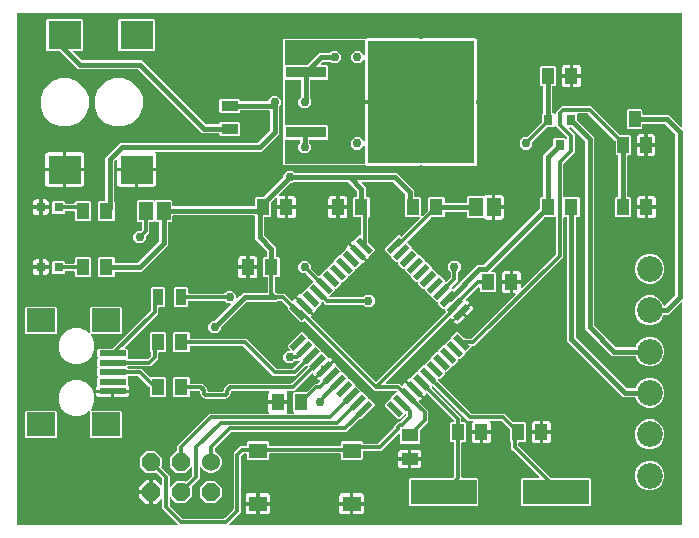
<source format=gbr>
G04 EAGLE Gerber X2 export*
%TF.Part,Single*%
%TF.FileFunction,Copper,L1,Top,Mixed*%
%TF.FilePolarity,Positive*%
%TF.GenerationSoftware,Autodesk,EAGLE,9.2.2*%
%TF.CreationDate,2018-11-13T01:57:23Z*%
G75*
%MOMM*%
%FSLAX34Y34*%
%LPD*%
%INTop Copper*%
%AMOC8*
5,1,8,0,0,1.08239X$1,22.5*%
G01*
%ADD10R,1.100000X1.400000*%
%ADD11R,1.400000X1.100000*%
%ADD12R,2.400000X2.000000*%
%ADD13R,2.308000X0.500000*%
%ADD14R,1.420000X0.890000*%
%ADD15R,0.890000X1.420000*%
%ADD16R,2.800000X2.400000*%
%ADD17C,2.184400*%
%ADD18R,0.800000X0.800000*%
%ADD19R,0.800000X0.900000*%
%ADD20R,1.550000X1.300000*%
%ADD21R,1.168400X1.600200*%
%ADD22C,1.524000*%
%ADD23P,1.649562X8X202.500000*%
%ADD24R,1.000000X1.400000*%
%ADD25R,1.500000X0.500000*%
%ADD26R,0.500000X1.500000*%
%ADD27R,9.000000X10.350000*%
%ADD28R,3.500000X0.950000*%
%ADD29R,5.600000X2.100000*%
%ADD30C,0.304800*%
%ADD31C,0.756400*%
%ADD32C,0.457200*%

G36*
X221886Y111772D02*
X221886Y111772D01*
X221957Y111774D01*
X222006Y111792D01*
X222058Y111800D01*
X222121Y111834D01*
X222188Y111859D01*
X222229Y111891D01*
X222275Y111916D01*
X222324Y111967D01*
X222380Y112012D01*
X222409Y112056D01*
X222444Y112094D01*
X222475Y112159D01*
X222513Y112219D01*
X222526Y112270D01*
X222548Y112317D01*
X222556Y112388D01*
X222573Y112458D01*
X222569Y112510D01*
X222575Y112561D01*
X222560Y112632D01*
X222554Y112703D01*
X222534Y112751D01*
X222523Y112802D01*
X222486Y112863D01*
X222458Y112929D01*
X222413Y112985D01*
X222397Y113013D01*
X222379Y113028D01*
X222353Y113060D01*
X222153Y113260D01*
X209676Y125737D01*
X209676Y133144D01*
X209665Y133215D01*
X209663Y133286D01*
X209645Y133335D01*
X209637Y133387D01*
X209603Y133450D01*
X209578Y133517D01*
X209546Y133558D01*
X209521Y133604D01*
X209469Y133654D01*
X209425Y133710D01*
X209381Y133738D01*
X209343Y133774D01*
X209278Y133804D01*
X209218Y133843D01*
X209167Y133855D01*
X209120Y133877D01*
X209049Y133885D01*
X208979Y133903D01*
X208927Y133899D01*
X208876Y133904D01*
X208805Y133889D01*
X208734Y133883D01*
X208686Y133863D01*
X208635Y133852D01*
X208574Y133815D01*
X208508Y133787D01*
X208452Y133742D01*
X208424Y133726D01*
X208409Y133708D01*
X208377Y133682D01*
X204234Y129539D01*
X201548Y129539D01*
X201548Y138938D01*
X201545Y138958D01*
X201547Y138977D01*
X201525Y139079D01*
X201508Y139181D01*
X201499Y139198D01*
X201495Y139218D01*
X201442Y139307D01*
X201393Y139398D01*
X201379Y139412D01*
X201369Y139429D01*
X201290Y139496D01*
X201215Y139567D01*
X201197Y139576D01*
X201182Y139589D01*
X201086Y139627D01*
X200992Y139671D01*
X200972Y139673D01*
X200954Y139681D01*
X200787Y139699D01*
X200024Y139699D01*
X200024Y139701D01*
X200787Y139701D01*
X200807Y139704D01*
X200826Y139702D01*
X200928Y139724D01*
X201030Y139741D01*
X201047Y139750D01*
X201067Y139754D01*
X201156Y139807D01*
X201247Y139856D01*
X201261Y139870D01*
X201278Y139880D01*
X201345Y139959D01*
X201416Y140034D01*
X201425Y140052D01*
X201438Y140067D01*
X201477Y140163D01*
X201520Y140257D01*
X201522Y140277D01*
X201530Y140295D01*
X201548Y140462D01*
X201548Y149861D01*
X204234Y149861D01*
X208377Y145718D01*
X208435Y145676D01*
X208487Y145626D01*
X208534Y145605D01*
X208576Y145574D01*
X208645Y145553D01*
X208710Y145523D01*
X208762Y145517D01*
X208812Y145502D01*
X208883Y145504D01*
X208954Y145496D01*
X209005Y145507D01*
X209057Y145508D01*
X209125Y145533D01*
X209195Y145548D01*
X209240Y145575D01*
X209288Y145593D01*
X209344Y145637D01*
X209406Y145674D01*
X209440Y145714D01*
X209480Y145746D01*
X209519Y145807D01*
X209566Y145861D01*
X209585Y145909D01*
X209613Y145953D01*
X209631Y146023D01*
X209658Y146089D01*
X209666Y146161D01*
X209674Y146192D01*
X209672Y146215D01*
X209676Y146256D01*
X209676Y150822D01*
X209662Y150912D01*
X209654Y151003D01*
X209642Y151033D01*
X209637Y151065D01*
X209594Y151145D01*
X209558Y151229D01*
X209532Y151261D01*
X209521Y151282D01*
X209498Y151304D01*
X209453Y151360D01*
X204874Y155940D01*
X204858Y155951D01*
X204845Y155967D01*
X204758Y156023D01*
X204674Y156083D01*
X204655Y156089D01*
X204638Y156100D01*
X204538Y156125D01*
X204439Y156156D01*
X204419Y156155D01*
X204400Y156160D01*
X204297Y156152D01*
X204193Y156149D01*
X204174Y156142D01*
X204154Y156141D01*
X204060Y156100D01*
X203962Y156065D01*
X203946Y156052D01*
X203928Y156044D01*
X203817Y155955D01*
X196237Y155955D01*
X190880Y161312D01*
X190880Y168888D01*
X196237Y174245D01*
X203813Y174245D01*
X209170Y168888D01*
X209170Y161308D01*
X209158Y161299D01*
X209102Y161212D01*
X209042Y161128D01*
X209036Y161109D01*
X209025Y161092D01*
X209000Y160992D01*
X208969Y160893D01*
X208970Y160873D01*
X208965Y160854D01*
X208973Y160751D01*
X208976Y160647D01*
X208983Y160628D01*
X208984Y160609D01*
X209025Y160513D01*
X209060Y160416D01*
X209073Y160401D01*
X209081Y160382D01*
X209185Y160251D01*
X215774Y153663D01*
X215774Y144819D01*
X215785Y144748D01*
X215787Y144677D01*
X215805Y144628D01*
X215813Y144576D01*
X215847Y144513D01*
X215872Y144446D01*
X215904Y144405D01*
X215929Y144359D01*
X215981Y144310D01*
X216025Y144254D01*
X216069Y144225D01*
X216107Y144190D01*
X216172Y144159D01*
X216232Y144121D01*
X216283Y144108D01*
X216330Y144086D01*
X216401Y144078D01*
X216471Y144061D01*
X216523Y144065D01*
X216574Y144059D01*
X216645Y144074D01*
X216716Y144080D01*
X216764Y144100D01*
X216815Y144111D01*
X216876Y144148D01*
X216942Y144176D01*
X216998Y144221D01*
X217026Y144237D01*
X217041Y144255D01*
X217073Y144281D01*
X221637Y148845D01*
X229217Y148845D01*
X229226Y148833D01*
X229313Y148777D01*
X229397Y148717D01*
X229416Y148711D01*
X229433Y148700D01*
X229533Y148675D01*
X229632Y148644D01*
X229652Y148645D01*
X229671Y148640D01*
X229774Y148648D01*
X229878Y148651D01*
X229897Y148658D01*
X229916Y148659D01*
X230012Y148700D01*
X230109Y148735D01*
X230124Y148748D01*
X230143Y148756D01*
X230274Y148860D01*
X234853Y153440D01*
X234906Y153514D01*
X234966Y153583D01*
X234978Y153613D01*
X234997Y153640D01*
X235024Y153727D01*
X235058Y153811D01*
X235062Y153852D01*
X235069Y153875D01*
X235068Y153907D01*
X235076Y153978D01*
X235076Y159981D01*
X235065Y160052D01*
X235063Y160123D01*
X235045Y160172D01*
X235037Y160224D01*
X235003Y160287D01*
X234978Y160354D01*
X234946Y160395D01*
X234921Y160441D01*
X234869Y160490D01*
X234825Y160546D01*
X234781Y160575D01*
X234743Y160610D01*
X234678Y160641D01*
X234618Y160679D01*
X234567Y160692D01*
X234520Y160714D01*
X234449Y160722D01*
X234379Y160739D01*
X234327Y160735D01*
X234276Y160741D01*
X234205Y160726D01*
X234134Y160720D01*
X234086Y160700D01*
X234035Y160689D01*
X233974Y160652D01*
X233908Y160624D01*
X233852Y160579D01*
X233824Y160563D01*
X233809Y160545D01*
X233777Y160519D01*
X229213Y155955D01*
X221637Y155955D01*
X216280Y161312D01*
X216280Y168888D01*
X221640Y174247D01*
X221654Y174246D01*
X221756Y174268D01*
X221858Y174284D01*
X221875Y174294D01*
X221895Y174298D01*
X221984Y174351D01*
X222075Y174400D01*
X222089Y174414D01*
X222106Y174424D01*
X222173Y174503D01*
X222245Y174578D01*
X222253Y174596D01*
X222266Y174611D01*
X222305Y174707D01*
X222348Y174801D01*
X222350Y174821D01*
X222358Y174839D01*
X222376Y175006D01*
X222376Y179063D01*
X224385Y181072D01*
X247553Y204240D01*
X249562Y206249D01*
X299278Y206249D01*
X299372Y206264D01*
X299467Y206273D01*
X299493Y206284D01*
X299521Y206288D01*
X299605Y206333D01*
X299693Y206371D01*
X299714Y206390D01*
X299739Y206404D01*
X299804Y206473D01*
X299875Y206537D01*
X299888Y206561D01*
X299908Y206582D01*
X299948Y206668D01*
X299994Y206752D01*
X300000Y206779D01*
X300012Y206805D01*
X300022Y206900D01*
X300039Y206993D01*
X300036Y207021D01*
X300039Y207049D01*
X300018Y207143D01*
X300005Y207237D01*
X299991Y207269D01*
X299986Y207290D01*
X299969Y207318D01*
X299938Y207391D01*
X299632Y207919D01*
X299459Y208566D01*
X299459Y214377D01*
X306738Y214377D01*
X306758Y214380D01*
X306777Y214378D01*
X306879Y214400D01*
X306981Y214417D01*
X306998Y214426D01*
X307018Y214430D01*
X307107Y214483D01*
X307198Y214532D01*
X307212Y214546D01*
X307229Y214556D01*
X307296Y214635D01*
X307367Y214710D01*
X307376Y214728D01*
X307389Y214743D01*
X307428Y214839D01*
X307471Y214933D01*
X307473Y214953D01*
X307481Y214971D01*
X307499Y215138D01*
X307499Y216662D01*
X307496Y216682D01*
X307498Y216701D01*
X307476Y216803D01*
X307459Y216905D01*
X307450Y216922D01*
X307446Y216942D01*
X307393Y217031D01*
X307344Y217122D01*
X307330Y217136D01*
X307320Y217153D01*
X307241Y217220D01*
X307166Y217291D01*
X307148Y217300D01*
X307133Y217313D01*
X307037Y217352D01*
X306943Y217395D01*
X306923Y217397D01*
X306905Y217405D01*
X306738Y217423D01*
X299459Y217423D01*
X299459Y223234D01*
X299632Y223881D01*
X299938Y224409D01*
X299971Y224499D01*
X300012Y224585D01*
X300015Y224613D01*
X300025Y224639D01*
X300028Y224735D01*
X300039Y224829D01*
X300033Y224857D01*
X300034Y224885D01*
X300007Y224977D01*
X299986Y225070D01*
X299972Y225094D01*
X299964Y225121D01*
X299909Y225199D01*
X299860Y225281D01*
X299839Y225299D01*
X299823Y225322D01*
X299746Y225379D01*
X299673Y225441D01*
X299647Y225451D01*
X299624Y225468D01*
X299534Y225497D01*
X299445Y225533D01*
X299410Y225537D01*
X299390Y225543D01*
X299357Y225543D01*
X299278Y225551D01*
X268621Y225551D01*
X268601Y225548D01*
X268581Y225550D01*
X268480Y225528D01*
X268378Y225512D01*
X268361Y225502D01*
X268341Y225498D01*
X268252Y225445D01*
X268161Y225396D01*
X268147Y225382D01*
X268130Y225372D01*
X268063Y225293D01*
X267991Y225218D01*
X267983Y225200D01*
X267970Y225185D01*
X267931Y225089D01*
X267888Y224995D01*
X267886Y224975D01*
X267878Y224957D01*
X267860Y224790D01*
X267860Y223435D01*
X266124Y220429D01*
X263118Y218693D01*
X246422Y218693D01*
X243416Y220429D01*
X241680Y223435D01*
X241680Y224790D01*
X241677Y224810D01*
X241679Y224829D01*
X241657Y224931D01*
X241641Y225033D01*
X241631Y225050D01*
X241627Y225070D01*
X241574Y225159D01*
X241525Y225250D01*
X241511Y225264D01*
X241501Y225281D01*
X241422Y225348D01*
X241347Y225420D01*
X241329Y225428D01*
X241314Y225441D01*
X241218Y225480D01*
X241124Y225523D01*
X241104Y225525D01*
X241086Y225533D01*
X240919Y225551D01*
X233686Y225551D01*
X233666Y225548D01*
X233647Y225550D01*
X233545Y225528D01*
X233443Y225512D01*
X233426Y225502D01*
X233406Y225498D01*
X233317Y225445D01*
X233226Y225396D01*
X233212Y225382D01*
X233195Y225372D01*
X233128Y225293D01*
X233056Y225218D01*
X233048Y225200D01*
X233035Y225185D01*
X232996Y225089D01*
X232953Y224995D01*
X232951Y224975D01*
X232943Y224957D01*
X232925Y224790D01*
X232925Y220968D01*
X232032Y220075D01*
X219768Y220075D01*
X218875Y220968D01*
X218875Y236232D01*
X219768Y237125D01*
X232032Y237125D01*
X232925Y236232D01*
X232925Y232410D01*
X232928Y232390D01*
X232926Y232371D01*
X232948Y232269D01*
X232964Y232167D01*
X232974Y232150D01*
X232978Y232130D01*
X233031Y232041D01*
X233080Y231950D01*
X233094Y231936D01*
X233104Y231919D01*
X233183Y231852D01*
X233258Y231780D01*
X233276Y231772D01*
X233291Y231759D01*
X233387Y231720D01*
X233481Y231677D01*
X233501Y231675D01*
X233519Y231667D01*
X233686Y231649D01*
X243036Y231649D01*
X246042Y229913D01*
X247778Y226907D01*
X247778Y225552D01*
X247781Y225532D01*
X247779Y225513D01*
X247801Y225411D01*
X247817Y225309D01*
X247827Y225292D01*
X247831Y225272D01*
X247884Y225183D01*
X247933Y225092D01*
X247947Y225078D01*
X247957Y225061D01*
X248036Y224994D01*
X248111Y224922D01*
X248129Y224914D01*
X248144Y224901D01*
X248240Y224862D01*
X248334Y224819D01*
X248354Y224817D01*
X248372Y224809D01*
X248539Y224791D01*
X261001Y224791D01*
X261021Y224794D01*
X261040Y224792D01*
X261142Y224814D01*
X261244Y224830D01*
X261261Y224840D01*
X261281Y224844D01*
X261370Y224897D01*
X261461Y224946D01*
X261475Y224960D01*
X261492Y224970D01*
X261559Y225049D01*
X261630Y225124D01*
X261639Y225142D01*
X261652Y225157D01*
X261691Y225253D01*
X261734Y225347D01*
X261736Y225367D01*
X261744Y225385D01*
X261762Y225552D01*
X261762Y226907D01*
X263498Y229913D01*
X266504Y231649D01*
X318694Y231649D01*
X318785Y231663D01*
X318875Y231671D01*
X318905Y231683D01*
X318937Y231688D01*
X319018Y231731D01*
X319102Y231767D01*
X319134Y231793D01*
X319155Y231804D01*
X319177Y231827D01*
X319233Y231872D01*
X332555Y245194D01*
X332608Y245268D01*
X332645Y245311D01*
X332647Y245313D01*
X332668Y245338D01*
X332680Y245368D01*
X332699Y245394D01*
X332726Y245481D01*
X332731Y245495D01*
X332750Y245536D01*
X332751Y245544D01*
X332760Y245566D01*
X332764Y245607D01*
X332771Y245629D01*
X332770Y245661D01*
X332778Y245733D01*
X332778Y246001D01*
X332775Y246021D01*
X332777Y246041D01*
X332755Y246142D01*
X332739Y246244D01*
X332729Y246262D01*
X332725Y246281D01*
X332672Y246370D01*
X332623Y246461D01*
X332609Y246475D01*
X332599Y246492D01*
X332520Y246560D01*
X332445Y246631D01*
X332427Y246639D01*
X332412Y246652D01*
X332316Y246691D01*
X332222Y246734D01*
X332202Y246737D01*
X332184Y246744D01*
X332017Y246763D01*
X331748Y246763D01*
X331658Y246748D01*
X331567Y246741D01*
X331538Y246728D01*
X331506Y246723D01*
X331425Y246680D01*
X331341Y246644D01*
X331309Y246619D01*
X331288Y246608D01*
X331266Y246584D01*
X331210Y246540D01*
X324931Y240260D01*
X322922Y238251D01*
X303537Y238251D01*
X278360Y263428D01*
X278286Y263481D01*
X278217Y263541D01*
X278187Y263553D01*
X278160Y263572D01*
X278073Y263599D01*
X277989Y263633D01*
X277948Y263637D01*
X277925Y263644D01*
X277893Y263643D01*
X277822Y263651D01*
X233686Y263651D01*
X233666Y263648D01*
X233647Y263650D01*
X233545Y263628D01*
X233443Y263612D01*
X233426Y263602D01*
X233406Y263598D01*
X233317Y263545D01*
X233226Y263496D01*
X233212Y263482D01*
X233195Y263472D01*
X233128Y263393D01*
X233056Y263318D01*
X233048Y263300D01*
X233035Y263285D01*
X232996Y263189D01*
X232953Y263095D01*
X232951Y263075D01*
X232943Y263057D01*
X232925Y262890D01*
X232925Y259068D01*
X232032Y258175D01*
X219768Y258175D01*
X218875Y259068D01*
X218875Y274332D01*
X219768Y275225D01*
X232032Y275225D01*
X232925Y274332D01*
X232925Y270510D01*
X232928Y270490D01*
X232926Y270471D01*
X232948Y270369D01*
X232964Y270267D01*
X232974Y270250D01*
X232978Y270230D01*
X233031Y270141D01*
X233080Y270050D01*
X233094Y270036D01*
X233104Y270019D01*
X233183Y269952D01*
X233258Y269880D01*
X233276Y269872D01*
X233291Y269859D01*
X233387Y269820D01*
X233481Y269777D01*
X233501Y269775D01*
X233519Y269767D01*
X233686Y269749D01*
X280663Y269749D01*
X305840Y244572D01*
X305914Y244519D01*
X305983Y244459D01*
X306013Y244447D01*
X306040Y244428D01*
X306127Y244401D01*
X306211Y244367D01*
X306252Y244363D01*
X306275Y244356D01*
X306307Y244357D01*
X306378Y244349D01*
X320081Y244349D01*
X320171Y244363D01*
X320262Y244371D01*
X320291Y244383D01*
X320323Y244388D01*
X320404Y244431D01*
X320488Y244467D01*
X320520Y244493D01*
X320541Y244504D01*
X320563Y244527D01*
X320619Y244572D01*
X325699Y249652D01*
X325741Y249710D01*
X325790Y249762D01*
X325812Y249809D01*
X325843Y249851D01*
X325864Y249920D01*
X325894Y249985D01*
X325900Y250037D01*
X325915Y250087D01*
X325913Y250158D01*
X325921Y250229D01*
X325910Y250280D01*
X325909Y250332D01*
X325884Y250400D01*
X325869Y250470D01*
X325842Y250515D01*
X325824Y250563D01*
X325779Y250619D01*
X325743Y250681D01*
X325703Y250715D01*
X325670Y250755D01*
X325610Y250794D01*
X325556Y250841D01*
X325507Y250860D01*
X325464Y250888D01*
X325394Y250906D01*
X325327Y250933D01*
X325256Y250941D01*
X325225Y250949D01*
X325202Y250947D01*
X325161Y250951D01*
X322271Y250951D01*
X322181Y250937D01*
X322090Y250929D01*
X322061Y250917D01*
X322029Y250912D01*
X321948Y250869D01*
X321864Y250833D01*
X321832Y250807D01*
X321811Y250796D01*
X321789Y250773D01*
X321733Y250728D01*
X319698Y248693D01*
X315302Y248693D01*
X312193Y251802D01*
X312193Y256198D01*
X315302Y259307D01*
X317168Y259307D01*
X317239Y259318D01*
X317311Y259320D01*
X317360Y259338D01*
X317411Y259346D01*
X317474Y259380D01*
X317542Y259405D01*
X317582Y259437D01*
X317628Y259462D01*
X317678Y259514D01*
X317734Y259558D01*
X317762Y259602D01*
X317798Y259640D01*
X317828Y259705D01*
X317867Y259765D01*
X317879Y259816D01*
X317901Y259863D01*
X317909Y259934D01*
X317927Y260004D01*
X317923Y260056D01*
X317928Y260107D01*
X317913Y260178D01*
X317908Y260249D01*
X317887Y260297D01*
X317876Y260348D01*
X317839Y260409D01*
X317811Y260475D01*
X317766Y260531D01*
X317750Y260559D01*
X317732Y260574D01*
X317706Y260606D01*
X315808Y262505D01*
X315808Y263768D01*
X327307Y275268D01*
X328571Y275268D01*
X332999Y270839D01*
X332999Y270372D01*
X333003Y270353D01*
X333000Y270333D01*
X333022Y270232D01*
X333039Y270130D01*
X333048Y270112D01*
X333053Y270092D01*
X333106Y270003D01*
X333154Y269912D01*
X333169Y269898D01*
X333179Y269881D01*
X333258Y269814D01*
X333333Y269743D01*
X333351Y269734D01*
X333366Y269721D01*
X333462Y269683D01*
X333556Y269639D01*
X333575Y269637D01*
X333594Y269629D01*
X333761Y269611D01*
X334227Y269611D01*
X338656Y265182D01*
X338656Y264715D01*
X338659Y264696D01*
X338657Y264676D01*
X338679Y264575D01*
X338696Y264473D01*
X338705Y264455D01*
X338709Y264436D01*
X338763Y264347D01*
X338811Y264255D01*
X338825Y264242D01*
X338836Y264224D01*
X338914Y264157D01*
X338989Y264086D01*
X339007Y264078D01*
X339023Y264065D01*
X339119Y264026D01*
X339212Y263982D01*
X339232Y263980D01*
X339251Y263973D01*
X339417Y263954D01*
X339884Y263954D01*
X344313Y259525D01*
X344313Y259059D01*
X344316Y259039D01*
X344314Y259019D01*
X344336Y258918D01*
X344353Y258816D01*
X344362Y258798D01*
X344366Y258779D01*
X344420Y258690D01*
X344468Y258598D01*
X344482Y258585D01*
X344492Y258568D01*
X344571Y258500D01*
X344646Y258429D01*
X344664Y258421D01*
X344679Y258408D01*
X344776Y258369D01*
X344869Y258325D01*
X344889Y258323D01*
X344908Y258316D01*
X345074Y258297D01*
X345541Y258297D01*
X349959Y253879D01*
X350033Y253826D01*
X350102Y253767D01*
X350133Y253755D01*
X350159Y253736D01*
X350246Y253709D01*
X350331Y253675D01*
X350372Y253670D01*
X350394Y253664D01*
X350426Y253664D01*
X350497Y253656D01*
X350901Y253656D01*
X351547Y253483D01*
X352127Y253149D01*
X353247Y252028D01*
X347031Y245811D01*
X345642Y247201D01*
X345625Y247212D01*
X345613Y247228D01*
X345526Y247284D01*
X345442Y247344D01*
X345423Y247350D01*
X345406Y247361D01*
X345306Y247386D01*
X345207Y247417D01*
X345187Y247416D01*
X345168Y247421D01*
X345065Y247413D01*
X344961Y247410D01*
X344942Y247403D01*
X344922Y247402D01*
X344828Y247361D01*
X344730Y247326D01*
X344714Y247313D01*
X344696Y247305D01*
X344565Y247201D01*
X343875Y246510D01*
X343863Y246494D01*
X343848Y246482D01*
X343792Y246394D01*
X343731Y246311D01*
X343726Y246292D01*
X343715Y246275D01*
X343689Y246174D01*
X343659Y246076D01*
X343660Y246056D01*
X343655Y246036D01*
X343663Y245933D01*
X343665Y245830D01*
X343672Y245811D01*
X343674Y245791D01*
X343714Y245696D01*
X343750Y245599D01*
X343762Y245583D01*
X343770Y245565D01*
X343875Y245434D01*
X345264Y244045D01*
X339048Y237828D01*
X337927Y238949D01*
X337592Y239528D01*
X337494Y239895D01*
X337481Y239925D01*
X337479Y239931D01*
X337474Y239940D01*
X337455Y239982D01*
X337422Y240071D01*
X337404Y240094D01*
X337393Y240119D01*
X337328Y240189D01*
X337268Y240263D01*
X337245Y240279D01*
X337225Y240299D01*
X337142Y240345D01*
X337062Y240396D01*
X337034Y240403D01*
X337009Y240417D01*
X336915Y240433D01*
X336823Y240457D01*
X336795Y240454D01*
X336767Y240459D01*
X336672Y240445D01*
X336578Y240437D01*
X336552Y240426D01*
X336524Y240422D01*
X336439Y240378D01*
X336351Y240341D01*
X336324Y240319D01*
X336305Y240309D01*
X336282Y240286D01*
X336220Y240236D01*
X323544Y227560D01*
X321708Y225724D01*
X321667Y225666D01*
X321617Y225614D01*
X321595Y225567D01*
X321565Y225525D01*
X321544Y225456D01*
X321514Y225391D01*
X321508Y225339D01*
X321493Y225289D01*
X321494Y225218D01*
X321486Y225147D01*
X321498Y225096D01*
X321499Y225044D01*
X321524Y224976D01*
X321539Y224906D01*
X321565Y224861D01*
X321583Y224813D01*
X321628Y224757D01*
X321665Y224695D01*
X321704Y224661D01*
X321737Y224621D01*
X321797Y224582D01*
X321852Y224535D01*
X321900Y224516D01*
X321944Y224488D01*
X322013Y224470D01*
X322080Y224443D01*
X322151Y224435D01*
X322182Y224427D01*
X322206Y224429D01*
X322247Y224425D01*
X331398Y224425D01*
X331488Y224439D01*
X331579Y224447D01*
X331609Y224459D01*
X331641Y224464D01*
X331721Y224507D01*
X331805Y224543D01*
X331837Y224569D01*
X331858Y224580D01*
X331859Y224580D01*
X331859Y224581D01*
X331880Y224603D01*
X331936Y224648D01*
X338937Y231649D01*
X341322Y231649D01*
X341412Y231663D01*
X341503Y231671D01*
X341533Y231683D01*
X341565Y231688D01*
X341645Y231731D01*
X341729Y231767D01*
X341761Y231793D01*
X341782Y231804D01*
X341804Y231827D01*
X341860Y231872D01*
X343223Y233234D01*
X343278Y233312D01*
X343339Y233385D01*
X343350Y233411D01*
X343366Y233434D01*
X343394Y233525D01*
X343429Y233614D01*
X343430Y233642D01*
X343439Y233669D01*
X343436Y233764D01*
X343441Y233859D01*
X343433Y233887D01*
X343432Y233915D01*
X343399Y234005D01*
X343373Y234096D01*
X343357Y234119D01*
X343348Y234146D01*
X343288Y234220D01*
X343234Y234299D01*
X343212Y234316D01*
X343194Y234338D01*
X343114Y234389D01*
X343038Y234447D01*
X343005Y234460D01*
X342987Y234471D01*
X342955Y234479D01*
X342881Y234508D01*
X342515Y234606D01*
X341935Y234940D01*
X340814Y236061D01*
X347569Y242816D01*
X347581Y242832D01*
X347596Y242845D01*
X347652Y242932D01*
X347713Y243016D01*
X347718Y243035D01*
X347729Y243052D01*
X347755Y243152D01*
X347785Y243251D01*
X347784Y243271D01*
X347789Y243290D01*
X347789Y243295D01*
X347864Y243297D01*
X347882Y243304D01*
X347902Y243305D01*
X347997Y243346D01*
X348095Y243381D01*
X348110Y243394D01*
X348129Y243402D01*
X348260Y243506D01*
X355014Y250261D01*
X356135Y249140D01*
X356470Y248561D01*
X356643Y247915D01*
X356643Y247511D01*
X356657Y247421D01*
X356665Y247330D01*
X356677Y247300D01*
X356682Y247268D01*
X356725Y247188D01*
X356761Y247104D01*
X356787Y247072D01*
X356798Y247051D01*
X356821Y247029D01*
X356866Y246973D01*
X361284Y242555D01*
X361284Y242088D01*
X361287Y242068D01*
X361285Y242049D01*
X361307Y241947D01*
X361323Y241845D01*
X361333Y241828D01*
X361337Y241808D01*
X361390Y241719D01*
X361438Y241628D01*
X361453Y241614D01*
X361463Y241597D01*
X361542Y241530D01*
X361617Y241458D01*
X361635Y241450D01*
X361650Y241437D01*
X361746Y241398D01*
X361840Y241355D01*
X361860Y241353D01*
X361878Y241345D01*
X362045Y241327D01*
X362512Y241327D01*
X366940Y236898D01*
X366940Y236431D01*
X366944Y236411D01*
X366941Y236392D01*
X366963Y236290D01*
X366980Y236188D01*
X366989Y236171D01*
X366994Y236151D01*
X367047Y236062D01*
X367095Y235971D01*
X367110Y235957D01*
X367120Y235940D01*
X367199Y235873D01*
X367274Y235802D01*
X367292Y235793D01*
X367307Y235780D01*
X367403Y235742D01*
X367497Y235698D01*
X367516Y235696D01*
X367535Y235688D01*
X367702Y235670D01*
X368169Y235670D01*
X372597Y231241D01*
X372597Y230774D01*
X372601Y230755D01*
X372598Y230735D01*
X372620Y230634D01*
X372637Y230532D01*
X372646Y230514D01*
X372651Y230494D01*
X372704Y230405D01*
X372752Y230314D01*
X372767Y230300D01*
X372777Y230283D01*
X372855Y230216D01*
X372930Y230145D01*
X372949Y230136D01*
X372964Y230123D01*
X373060Y230085D01*
X373154Y230041D01*
X373173Y230039D01*
X373192Y230031D01*
X373359Y230013D01*
X373825Y230013D01*
X378254Y225584D01*
X378254Y225117D01*
X378257Y225098D01*
X378255Y225078D01*
X378277Y224977D01*
X378294Y224875D01*
X378303Y224857D01*
X378307Y224838D01*
X378361Y224749D01*
X378409Y224657D01*
X378423Y224644D01*
X378434Y224626D01*
X378512Y224559D01*
X378587Y224488D01*
X378605Y224480D01*
X378621Y224467D01*
X378717Y224428D01*
X378810Y224384D01*
X378830Y224382D01*
X378849Y224375D01*
X379015Y224356D01*
X379482Y224356D01*
X383911Y219927D01*
X383911Y219461D01*
X383914Y219441D01*
X383912Y219421D01*
X383934Y219320D01*
X383951Y219218D01*
X383960Y219200D01*
X383964Y219181D01*
X384018Y219092D01*
X384066Y219000D01*
X384080Y218987D01*
X384090Y218970D01*
X384169Y218902D01*
X384244Y218831D01*
X384262Y218823D01*
X384277Y218810D01*
X384374Y218771D01*
X384467Y218727D01*
X384487Y218725D01*
X384506Y218718D01*
X384672Y218699D01*
X385139Y218699D01*
X389568Y214271D01*
X389568Y213007D01*
X378068Y201508D01*
X377003Y201508D01*
X376913Y201493D01*
X376822Y201486D01*
X376792Y201473D01*
X376760Y201468D01*
X376680Y201425D01*
X376596Y201390D01*
X376564Y201364D01*
X376543Y201353D01*
X376521Y201330D01*
X376465Y201285D01*
X365806Y190626D01*
X268278Y190626D01*
X268188Y190612D01*
X268097Y190604D01*
X268067Y190592D01*
X268035Y190587D01*
X267955Y190544D01*
X267871Y190508D01*
X267839Y190482D01*
X267818Y190471D01*
X267796Y190448D01*
X267740Y190403D01*
X254097Y176760D01*
X254044Y176686D01*
X253984Y176617D01*
X253972Y176587D01*
X253953Y176560D01*
X253926Y176473D01*
X253892Y176389D01*
X253888Y176348D01*
X253881Y176325D01*
X253882Y176293D01*
X253874Y176222D01*
X253874Y174244D01*
X253893Y174129D01*
X253910Y174013D01*
X253912Y174007D01*
X253913Y174001D01*
X253968Y173899D01*
X254021Y173794D01*
X254026Y173789D01*
X254029Y173784D01*
X254113Y173704D01*
X254197Y173622D01*
X254203Y173618D01*
X254207Y173614D01*
X254224Y173607D01*
X254344Y173541D01*
X256005Y172853D01*
X258578Y170280D01*
X259970Y166919D01*
X259970Y163281D01*
X258578Y159920D01*
X256005Y157347D01*
X252644Y155955D01*
X249006Y155955D01*
X245645Y157347D01*
X243072Y159920D01*
X242638Y160968D01*
X242587Y161051D01*
X242541Y161137D01*
X242523Y161155D01*
X242509Y161177D01*
X242433Y161239D01*
X242363Y161306D01*
X242339Y161317D01*
X242319Y161334D01*
X242228Y161369D01*
X242140Y161410D01*
X242114Y161413D01*
X242090Y161422D01*
X241992Y161426D01*
X241896Y161437D01*
X241870Y161432D01*
X241844Y161433D01*
X241750Y161406D01*
X241655Y161385D01*
X241633Y161371D01*
X241608Y161364D01*
X241528Y161309D01*
X241444Y161259D01*
X241427Y161239D01*
X241406Y161224D01*
X241347Y161146D01*
X241284Y161072D01*
X241274Y161047D01*
X241259Y161026D01*
X241229Y160934D01*
X241192Y160844D01*
X241189Y160811D01*
X241183Y160793D01*
X241183Y160760D01*
X241174Y160677D01*
X241174Y151137D01*
X234585Y144549D01*
X234574Y144533D01*
X234558Y144520D01*
X234502Y144433D01*
X234442Y144349D01*
X234436Y144330D01*
X234425Y144313D01*
X234400Y144213D01*
X234369Y144114D01*
X234370Y144094D01*
X234365Y144075D01*
X234373Y143972D01*
X234376Y143868D01*
X234383Y143849D01*
X234384Y143829D01*
X234425Y143735D01*
X234460Y143637D01*
X234473Y143621D01*
X234481Y143603D01*
X234570Y143492D01*
X234570Y135912D01*
X229213Y130555D01*
X221637Y130555D01*
X217073Y135119D01*
X217015Y135161D01*
X216963Y135210D01*
X216916Y135232D01*
X216874Y135263D01*
X216805Y135284D01*
X216740Y135314D01*
X216688Y135320D01*
X216638Y135335D01*
X216567Y135333D01*
X216496Y135341D01*
X216445Y135330D01*
X216393Y135329D01*
X216325Y135304D01*
X216255Y135289D01*
X216210Y135262D01*
X216162Y135244D01*
X216106Y135199D01*
X216044Y135163D01*
X216010Y135123D01*
X215970Y135091D01*
X215931Y135030D01*
X215884Y134976D01*
X215865Y134927D01*
X215837Y134884D01*
X215819Y134814D01*
X215792Y134748D01*
X215784Y134676D01*
X215776Y134645D01*
X215778Y134622D01*
X215774Y134581D01*
X215774Y128578D01*
X215788Y128488D01*
X215796Y128397D01*
X215808Y128367D01*
X215813Y128335D01*
X215856Y128255D01*
X215892Y128171D01*
X215918Y128139D01*
X215929Y128118D01*
X215952Y128096D01*
X215997Y128040D01*
X226465Y117572D01*
X226539Y117519D01*
X226608Y117459D01*
X226638Y117447D01*
X226665Y117428D01*
X226752Y117401D01*
X226836Y117367D01*
X226877Y117363D01*
X226900Y117356D01*
X226932Y117357D01*
X227003Y117349D01*
X261947Y117349D01*
X262037Y117363D01*
X262128Y117371D01*
X262158Y117383D01*
X262190Y117388D01*
X262270Y117431D01*
X262354Y117467D01*
X262386Y117493D01*
X262407Y117504D01*
X262429Y117527D01*
X262485Y117572D01*
X269778Y124865D01*
X269831Y124939D01*
X269891Y125008D01*
X269903Y125038D01*
X269922Y125065D01*
X269949Y125152D01*
X269983Y125236D01*
X269987Y125277D01*
X269994Y125300D01*
X269993Y125332D01*
X270001Y125403D01*
X270001Y172713D01*
X275862Y178574D01*
X280414Y178574D01*
X280434Y178577D01*
X280453Y178575D01*
X280555Y178597D01*
X280657Y178613D01*
X280674Y178623D01*
X280694Y178627D01*
X280783Y178680D01*
X280874Y178729D01*
X280888Y178743D01*
X280905Y178753D01*
X280972Y178832D01*
X281044Y178907D01*
X281052Y178925D01*
X281065Y178940D01*
X281104Y179036D01*
X281147Y179130D01*
X281149Y179150D01*
X281157Y179168D01*
X281175Y179335D01*
X281175Y182032D01*
X282068Y182925D01*
X298832Y182925D01*
X299725Y182032D01*
X299725Y179335D01*
X299728Y179315D01*
X299726Y179296D01*
X299748Y179194D01*
X299764Y179092D01*
X299774Y179075D01*
X299778Y179055D01*
X299831Y178966D01*
X299880Y178875D01*
X299894Y178861D01*
X299904Y178844D01*
X299983Y178777D01*
X300058Y178705D01*
X300076Y178697D01*
X300091Y178684D01*
X300187Y178645D01*
X300281Y178602D01*
X300301Y178600D01*
X300319Y178592D01*
X300486Y178574D01*
X359914Y178574D01*
X359934Y178577D01*
X359953Y178575D01*
X360055Y178597D01*
X360157Y178613D01*
X360174Y178623D01*
X360194Y178627D01*
X360283Y178680D01*
X360374Y178729D01*
X360388Y178743D01*
X360405Y178753D01*
X360472Y178832D01*
X360544Y178907D01*
X360552Y178925D01*
X360565Y178940D01*
X360604Y179036D01*
X360647Y179130D01*
X360649Y179150D01*
X360657Y179168D01*
X360675Y179335D01*
X360675Y182032D01*
X361568Y182925D01*
X378332Y182925D01*
X379225Y182032D01*
X379225Y181610D01*
X379228Y181590D01*
X379226Y181571D01*
X379248Y181469D01*
X379264Y181367D01*
X379274Y181350D01*
X379278Y181330D01*
X379331Y181241D01*
X379380Y181150D01*
X379394Y181136D01*
X379404Y181119D01*
X379483Y181052D01*
X379558Y180980D01*
X379576Y180972D01*
X379591Y180959D01*
X379687Y180920D01*
X379781Y180877D01*
X379801Y180875D01*
X379819Y180867D01*
X379986Y180849D01*
X392122Y180849D01*
X392212Y180863D01*
X392303Y180871D01*
X392333Y180883D01*
X392365Y180888D01*
X392445Y180931D01*
X392529Y180967D01*
X392561Y180993D01*
X392582Y181004D01*
X392604Y181027D01*
X392660Y181072D01*
X405780Y194192D01*
X405833Y194266D01*
X405859Y194296D01*
X405872Y194309D01*
X405873Y194312D01*
X405893Y194335D01*
X405905Y194365D01*
X405924Y194392D01*
X405951Y194479D01*
X405952Y194483D01*
X405975Y194532D01*
X405976Y194542D01*
X405985Y194563D01*
X405989Y194604D01*
X405996Y194627D01*
X405995Y194659D01*
X406003Y194730D01*
X406003Y195825D01*
X409575Y199397D01*
X410670Y199397D01*
X410760Y199411D01*
X410851Y199419D01*
X410881Y199431D01*
X410913Y199436D01*
X410993Y199479D01*
X411077Y199515D01*
X411109Y199541D01*
X411130Y199552D01*
X411152Y199575D01*
X411208Y199620D01*
X415828Y204240D01*
X415881Y204314D01*
X415941Y204383D01*
X415953Y204413D01*
X415972Y204440D01*
X415999Y204527D01*
X416033Y204611D01*
X416037Y204652D01*
X416044Y204675D01*
X416043Y204707D01*
X416051Y204778D01*
X416051Y205126D01*
X416040Y205197D01*
X416038Y205269D01*
X416020Y205318D01*
X416012Y205369D01*
X415978Y205432D01*
X415953Y205500D01*
X415921Y205540D01*
X415896Y205586D01*
X415844Y205636D01*
X415800Y205692D01*
X415756Y205720D01*
X415718Y205756D01*
X415653Y205786D01*
X415593Y205825D01*
X415542Y205837D01*
X415495Y205859D01*
X415424Y205867D01*
X415354Y205885D01*
X415302Y205881D01*
X415251Y205886D01*
X415180Y205871D01*
X415109Y205866D01*
X415061Y205845D01*
X415010Y205834D01*
X414949Y205797D01*
X414883Y205769D01*
X414827Y205725D01*
X414799Y205708D01*
X414784Y205690D01*
X414752Y205664D01*
X410595Y201508D01*
X409332Y201508D01*
X397832Y213007D01*
X397832Y214271D01*
X402261Y218699D01*
X402728Y218699D01*
X402747Y218703D01*
X402767Y218700D01*
X402868Y218722D01*
X402970Y218739D01*
X402988Y218748D01*
X403008Y218753D01*
X403097Y218806D01*
X403188Y218854D01*
X403202Y218869D01*
X403219Y218879D01*
X403286Y218958D01*
X403357Y219033D01*
X403366Y219051D01*
X403379Y219066D01*
X403417Y219162D01*
X403461Y219256D01*
X403463Y219275D01*
X403470Y219294D01*
X403489Y219461D01*
X403489Y219927D01*
X407813Y224252D01*
X407855Y224310D01*
X407904Y224362D01*
X407926Y224409D01*
X407957Y224451D01*
X407978Y224520D01*
X408008Y224585D01*
X408014Y224637D01*
X408029Y224687D01*
X408027Y224758D01*
X408035Y224829D01*
X408024Y224880D01*
X408023Y224932D01*
X407998Y225000D01*
X407983Y225070D01*
X407956Y225115D01*
X407938Y225163D01*
X407893Y225219D01*
X407857Y225281D01*
X407817Y225315D01*
X407785Y225355D01*
X407724Y225394D01*
X407670Y225441D01*
X407621Y225460D01*
X407578Y225488D01*
X407508Y225506D01*
X407442Y225533D01*
X407370Y225541D01*
X407339Y225549D01*
X407316Y225547D01*
X407275Y225551D01*
X389262Y225551D01*
X387253Y227560D01*
X330464Y284349D01*
X330448Y284361D01*
X330436Y284376D01*
X330370Y284418D01*
X330329Y284454D01*
X330305Y284463D01*
X330265Y284493D01*
X330246Y284499D01*
X330229Y284509D01*
X330129Y284535D01*
X330100Y284546D01*
X330086Y284548D01*
X330029Y284565D01*
X330010Y284565D01*
X329990Y284569D01*
X329926Y284564D01*
X329918Y284564D01*
X329911Y284563D01*
X329887Y284561D01*
X329784Y284559D01*
X329765Y284552D01*
X329745Y284550D01*
X329691Y284527D01*
X329676Y284525D01*
X329642Y284507D01*
X329553Y284474D01*
X329537Y284462D01*
X329519Y284454D01*
X329473Y284418D01*
X329458Y284410D01*
X329442Y284393D01*
X329388Y284349D01*
X328571Y283532D01*
X327307Y283532D01*
X315808Y295032D01*
X315808Y296097D01*
X315793Y296187D01*
X315786Y296278D01*
X315773Y296308D01*
X315768Y296340D01*
X315725Y296420D01*
X315690Y296504D01*
X315664Y296536D01*
X315653Y296557D01*
X315630Y296579D01*
X315585Y296635D01*
X310692Y301528D01*
X310618Y301581D01*
X310548Y301641D01*
X310518Y301653D01*
X310492Y301672D01*
X310405Y301699D01*
X310320Y301733D01*
X310279Y301737D01*
X310257Y301744D01*
X310225Y301743D01*
X310153Y301751D01*
X307456Y301751D01*
X307366Y301737D01*
X307275Y301729D01*
X307245Y301717D01*
X307213Y301712D01*
X307132Y301669D01*
X307048Y301633D01*
X307016Y301607D01*
X306996Y301596D01*
X306973Y301573D01*
X306918Y301528D01*
X306378Y300989D01*
X281294Y300989D01*
X281204Y300975D01*
X281113Y300967D01*
X281083Y300955D01*
X281051Y300950D01*
X280970Y300907D01*
X280886Y300871D01*
X280854Y300845D01*
X280834Y300834D01*
X280811Y300811D01*
X280756Y300766D01*
X259530Y279540D01*
X259477Y279467D01*
X259417Y279397D01*
X259405Y279367D01*
X259386Y279341D01*
X259359Y279254D01*
X259325Y279169D01*
X259321Y279128D01*
X259314Y279106D01*
X259315Y279073D01*
X259307Y279002D01*
X259307Y277202D01*
X256198Y274093D01*
X251802Y274093D01*
X248693Y277202D01*
X248693Y281598D01*
X251802Y284707D01*
X253602Y284707D01*
X253692Y284721D01*
X253783Y284729D01*
X253813Y284741D01*
X253845Y284746D01*
X253926Y284789D01*
X254010Y284825D01*
X254042Y284851D01*
X254062Y284862D01*
X254085Y284885D01*
X254140Y284930D01*
X267405Y298194D01*
X267446Y298252D01*
X267496Y298304D01*
X267518Y298351D01*
X267548Y298393D01*
X267569Y298462D01*
X267599Y298527D01*
X267605Y298579D01*
X267620Y298629D01*
X267619Y298700D01*
X267626Y298771D01*
X267615Y298822D01*
X267614Y298874D01*
X267589Y298942D01*
X267574Y299012D01*
X267548Y299057D01*
X267530Y299105D01*
X267485Y299161D01*
X267448Y299223D01*
X267408Y299257D01*
X267376Y299297D01*
X267316Y299336D01*
X267261Y299383D01*
X267213Y299402D01*
X267169Y299430D01*
X267100Y299448D01*
X267033Y299475D01*
X266962Y299483D01*
X266930Y299491D01*
X266907Y299489D01*
X266866Y299493D01*
X264502Y299493D01*
X262467Y301528D01*
X262393Y301581D01*
X262323Y301641D01*
X262293Y301653D01*
X262267Y301672D01*
X262180Y301699D01*
X262095Y301733D01*
X262054Y301737D01*
X262032Y301744D01*
X262000Y301743D01*
X261929Y301751D01*
X232336Y301751D01*
X232316Y301748D01*
X232297Y301750D01*
X232195Y301728D01*
X232093Y301712D01*
X232076Y301702D01*
X232056Y301698D01*
X231967Y301645D01*
X231876Y301596D01*
X231862Y301582D01*
X231845Y301572D01*
X231778Y301493D01*
X231706Y301418D01*
X231698Y301400D01*
X231685Y301385D01*
X231646Y301289D01*
X231603Y301195D01*
X231601Y301175D01*
X231593Y301157D01*
X231575Y300990D01*
X231575Y297068D01*
X230682Y296175D01*
X220518Y296175D01*
X219625Y297068D01*
X219625Y312532D01*
X220518Y313425D01*
X230682Y313425D01*
X231575Y312532D01*
X231575Y308610D01*
X231578Y308590D01*
X231576Y308571D01*
X231598Y308469D01*
X231614Y308367D01*
X231624Y308350D01*
X231628Y308330D01*
X231681Y308241D01*
X231730Y308150D01*
X231744Y308136D01*
X231754Y308119D01*
X231833Y308052D01*
X231908Y307980D01*
X231926Y307972D01*
X231941Y307959D01*
X232037Y307920D01*
X232131Y307877D01*
X232151Y307875D01*
X232169Y307867D01*
X232336Y307849D01*
X261929Y307849D01*
X262019Y307863D01*
X262110Y307871D01*
X262139Y307883D01*
X262171Y307888D01*
X262252Y307931D01*
X262336Y307967D01*
X262368Y307993D01*
X262389Y308004D01*
X262411Y308027D01*
X262467Y308072D01*
X264502Y310107D01*
X268898Y310107D01*
X272007Y306998D01*
X272007Y304634D01*
X272018Y304563D01*
X272020Y304491D01*
X272038Y304442D01*
X272046Y304391D01*
X272080Y304328D01*
X272105Y304260D01*
X272137Y304220D01*
X272162Y304174D01*
X272214Y304124D01*
X272258Y304068D01*
X272302Y304040D01*
X272340Y304004D01*
X272405Y303974D01*
X272465Y303935D01*
X272516Y303923D01*
X272563Y303901D01*
X272634Y303893D01*
X272704Y303875D01*
X272756Y303879D01*
X272807Y303874D01*
X272878Y303889D01*
X272949Y303894D01*
X272997Y303915D01*
X273048Y303926D01*
X273109Y303963D01*
X273175Y303991D01*
X273231Y304035D01*
X273259Y304052D01*
X273274Y304070D01*
X273306Y304095D01*
X275366Y306156D01*
X277822Y308611D01*
X298290Y308611D01*
X298310Y308614D01*
X298329Y308612D01*
X298431Y308634D01*
X298533Y308650D01*
X298550Y308660D01*
X298570Y308664D01*
X298659Y308717D01*
X298750Y308766D01*
X298764Y308780D01*
X298781Y308790D01*
X298848Y308869D01*
X298920Y308944D01*
X298928Y308962D01*
X298941Y308977D01*
X298980Y309073D01*
X299023Y309167D01*
X299025Y309187D01*
X299033Y309205D01*
X299051Y309372D01*
X299051Y320914D01*
X299048Y320934D01*
X299050Y320953D01*
X299028Y321055D01*
X299012Y321157D01*
X299002Y321174D01*
X298998Y321194D01*
X298945Y321283D01*
X298896Y321374D01*
X298882Y321388D01*
X298872Y321405D01*
X298793Y321472D01*
X298718Y321544D01*
X298700Y321552D01*
X298685Y321565D01*
X298589Y321604D01*
X298495Y321647D01*
X298475Y321649D01*
X298457Y321657D01*
X298290Y321675D01*
X295968Y321675D01*
X295075Y322568D01*
X295075Y337832D01*
X295968Y338725D01*
X297528Y338725D01*
X297548Y338728D01*
X297567Y338726D01*
X297669Y338748D01*
X297771Y338764D01*
X297788Y338774D01*
X297808Y338778D01*
X297897Y338831D01*
X297988Y338880D01*
X298002Y338894D01*
X298019Y338904D01*
X298086Y338983D01*
X298158Y339058D01*
X298166Y339076D01*
X298179Y339091D01*
X298218Y339187D01*
X298261Y339281D01*
X298263Y339301D01*
X298271Y339319D01*
X298289Y339486D01*
X298289Y343706D01*
X298275Y343796D01*
X298267Y343887D01*
X298255Y343917D01*
X298250Y343949D01*
X298207Y344030D01*
X298171Y344114D01*
X298145Y344146D01*
X298134Y344166D01*
X298111Y344189D01*
X298066Y344244D01*
X288289Y354022D01*
X288289Y372539D01*
X288275Y372629D01*
X288267Y372720D01*
X288255Y372750D01*
X288250Y372782D01*
X288207Y372862D01*
X288171Y372946D01*
X288145Y372979D01*
X288134Y372999D01*
X288111Y373021D01*
X288066Y373077D01*
X287753Y373391D01*
X287752Y373394D01*
X287736Y373496D01*
X287726Y373513D01*
X287722Y373533D01*
X287669Y373622D01*
X287620Y373713D01*
X287606Y373727D01*
X287596Y373744D01*
X287517Y373811D01*
X287442Y373883D01*
X287424Y373891D01*
X287409Y373904D01*
X287313Y373943D01*
X287219Y373986D01*
X287199Y373988D01*
X287181Y373996D01*
X287014Y374014D01*
X218948Y374014D01*
X218928Y374011D01*
X218909Y374013D01*
X218807Y373991D01*
X218705Y373975D01*
X218688Y373965D01*
X218668Y373961D01*
X218579Y373908D01*
X218488Y373859D01*
X218474Y373845D01*
X218457Y373835D01*
X218390Y373756D01*
X218318Y373681D01*
X218310Y373663D01*
X218297Y373648D01*
X218258Y373552D01*
X218215Y373458D01*
X218213Y373438D01*
X218205Y373420D01*
X218187Y373253D01*
X218187Y369192D01*
X217294Y368299D01*
X215392Y368299D01*
X215372Y368296D01*
X215353Y368298D01*
X215251Y368276D01*
X215149Y368260D01*
X215132Y368250D01*
X215112Y368246D01*
X215023Y368193D01*
X214932Y368144D01*
X214918Y368130D01*
X214901Y368120D01*
X214834Y368041D01*
X214762Y367966D01*
X214754Y367948D01*
X214741Y367933D01*
X214702Y367837D01*
X214659Y367743D01*
X214657Y367723D01*
X214649Y367705D01*
X214631Y367538D01*
X214631Y348942D01*
X192078Y326389D01*
X170186Y326389D01*
X170166Y326386D01*
X170147Y326388D01*
X170045Y326366D01*
X169943Y326350D01*
X169926Y326340D01*
X169906Y326336D01*
X169817Y326283D01*
X169726Y326234D01*
X169712Y326220D01*
X169695Y326210D01*
X169628Y326131D01*
X169556Y326056D01*
X169548Y326038D01*
X169535Y326023D01*
X169496Y325927D01*
X169453Y325833D01*
X169451Y325813D01*
X169443Y325795D01*
X169425Y325628D01*
X169425Y322568D01*
X168532Y321675D01*
X156268Y321675D01*
X155375Y322568D01*
X155375Y337832D01*
X156268Y338725D01*
X168532Y338725D01*
X169425Y337832D01*
X169425Y334772D01*
X169428Y334752D01*
X169426Y334733D01*
X169448Y334631D01*
X169464Y334529D01*
X169474Y334512D01*
X169478Y334492D01*
X169531Y334403D01*
X169580Y334312D01*
X169594Y334298D01*
X169604Y334281D01*
X169683Y334214D01*
X169758Y334142D01*
X169776Y334134D01*
X169791Y334121D01*
X169887Y334082D01*
X169981Y334039D01*
X170001Y334037D01*
X170019Y334029D01*
X170186Y334011D01*
X188606Y334011D01*
X188696Y334025D01*
X188787Y334033D01*
X188817Y334045D01*
X188849Y334050D01*
X188930Y334093D01*
X189014Y334129D01*
X189046Y334155D01*
X189066Y334166D01*
X189089Y334189D01*
X189144Y334234D01*
X206786Y351876D01*
X206839Y351949D01*
X206899Y352019D01*
X206911Y352049D01*
X206930Y352075D01*
X206957Y352162D01*
X206991Y352247D01*
X206995Y352288D01*
X207002Y352310D01*
X207001Y352343D01*
X207009Y352414D01*
X207009Y367538D01*
X207006Y367558D01*
X207008Y367577D01*
X206986Y367679D01*
X206970Y367781D01*
X206960Y367798D01*
X206956Y367818D01*
X206903Y367907D01*
X206854Y367998D01*
X206840Y368012D01*
X206830Y368029D01*
X206751Y368096D01*
X206676Y368168D01*
X206658Y368176D01*
X206643Y368189D01*
X206547Y368228D01*
X206453Y368271D01*
X206433Y368273D01*
X206415Y368281D01*
X206248Y368299D01*
X204346Y368299D01*
X203738Y368907D01*
X203722Y368919D01*
X203710Y368935D01*
X203622Y368991D01*
X203539Y369051D01*
X203520Y369057D01*
X203503Y369068D01*
X203402Y369093D01*
X203303Y369123D01*
X203284Y369123D01*
X203264Y369128D01*
X203161Y369120D01*
X203058Y369117D01*
X203039Y369110D01*
X203019Y369109D01*
X202924Y369068D01*
X202827Y369033D01*
X202811Y369020D01*
X202793Y369012D01*
X202662Y368907D01*
X202054Y368299D01*
X199390Y368299D01*
X199370Y368296D01*
X199351Y368298D01*
X199249Y368276D01*
X199147Y368260D01*
X199130Y368250D01*
X199110Y368246D01*
X199021Y368193D01*
X198930Y368144D01*
X198916Y368130D01*
X198899Y368120D01*
X198832Y368041D01*
X198760Y367966D01*
X198752Y367948D01*
X198739Y367933D01*
X198700Y367837D01*
X198657Y367743D01*
X198655Y367723D01*
X198647Y367705D01*
X198629Y367538D01*
X198629Y359417D01*
X196030Y356818D01*
X195977Y356744D01*
X195917Y356675D01*
X195905Y356645D01*
X195886Y356618D01*
X195859Y356531D01*
X195825Y356447D01*
X195821Y356406D01*
X195814Y356383D01*
X195815Y356351D01*
X195807Y356280D01*
X195807Y353402D01*
X192698Y350293D01*
X188302Y350293D01*
X185193Y353402D01*
X185193Y357798D01*
X188302Y360907D01*
X191180Y360907D01*
X191270Y360921D01*
X191361Y360929D01*
X191391Y360941D01*
X191423Y360946D01*
X191503Y360989D01*
X191587Y361025D01*
X191619Y361051D01*
X191640Y361062D01*
X191662Y361085D01*
X191718Y361130D01*
X192308Y361720D01*
X192361Y361794D01*
X192421Y361863D01*
X192433Y361893D01*
X192452Y361920D01*
X192479Y362007D01*
X192513Y362091D01*
X192517Y362132D01*
X192524Y362155D01*
X192523Y362187D01*
X192531Y362258D01*
X192531Y367538D01*
X192528Y367558D01*
X192530Y367577D01*
X192508Y367679D01*
X192492Y367781D01*
X192482Y367798D01*
X192478Y367818D01*
X192425Y367907D01*
X192376Y367998D01*
X192362Y368012D01*
X192352Y368029D01*
X192273Y368096D01*
X192198Y368168D01*
X192180Y368176D01*
X192165Y368189D01*
X192069Y368228D01*
X191975Y368271D01*
X191955Y368273D01*
X191937Y368281D01*
X191770Y368299D01*
X189106Y368299D01*
X188213Y369192D01*
X188213Y386458D01*
X189106Y387351D01*
X202054Y387351D01*
X202662Y386743D01*
X202678Y386731D01*
X202690Y386715D01*
X202778Y386659D01*
X202861Y386599D01*
X202880Y386593D01*
X202897Y386582D01*
X202998Y386557D01*
X203097Y386527D01*
X203116Y386527D01*
X203136Y386522D01*
X203239Y386530D01*
X203342Y386533D01*
X203361Y386540D01*
X203381Y386541D01*
X203476Y386582D01*
X203573Y386617D01*
X203589Y386630D01*
X203607Y386638D01*
X203738Y386743D01*
X204346Y387351D01*
X217294Y387351D01*
X218187Y386458D01*
X218187Y382397D01*
X218190Y382377D01*
X218188Y382358D01*
X218210Y382256D01*
X218226Y382154D01*
X218236Y382137D01*
X218240Y382117D01*
X218293Y382028D01*
X218342Y381937D01*
X218356Y381923D01*
X218366Y381906D01*
X218445Y381839D01*
X218520Y381767D01*
X218538Y381759D01*
X218553Y381746D01*
X218649Y381707D01*
X218743Y381664D01*
X218763Y381662D01*
X218781Y381654D01*
X218948Y381636D01*
X287014Y381636D01*
X287034Y381639D01*
X287053Y381637D01*
X287155Y381659D01*
X287257Y381675D01*
X287274Y381685D01*
X287294Y381689D01*
X287383Y381742D01*
X287474Y381791D01*
X287488Y381805D01*
X287505Y381815D01*
X287572Y381894D01*
X287644Y381969D01*
X287652Y381987D01*
X287665Y382002D01*
X287704Y382098D01*
X287747Y382192D01*
X287749Y382212D01*
X287757Y382230D01*
X287775Y382397D01*
X287775Y388632D01*
X288668Y389525D01*
X294920Y389525D01*
X295010Y389539D01*
X295101Y389547D01*
X295131Y389559D01*
X295163Y389564D01*
X295244Y389607D01*
X295328Y389643D01*
X295360Y389669D01*
X295380Y389680D01*
X295403Y389703D01*
X295458Y389748D01*
X311970Y406260D01*
X312023Y406333D01*
X312083Y406403D01*
X312095Y406433D01*
X312114Y406459D01*
X312141Y406546D01*
X312175Y406631D01*
X312179Y406672D01*
X312186Y406694D01*
X312185Y406727D01*
X312193Y406798D01*
X312193Y408598D01*
X315302Y411707D01*
X319698Y411707D01*
X320971Y410434D01*
X321045Y410381D01*
X321115Y410321D01*
X321145Y410309D01*
X321171Y410290D01*
X321258Y410263D01*
X321343Y410229D01*
X321384Y410225D01*
X321406Y410218D01*
X321438Y410219D01*
X321509Y410211D01*
X407978Y410211D01*
X422911Y395278D01*
X422911Y390286D01*
X422914Y390266D01*
X422912Y390247D01*
X422934Y390145D01*
X422950Y390043D01*
X422960Y390026D01*
X422964Y390006D01*
X423017Y389917D01*
X423066Y389826D01*
X423080Y389812D01*
X423090Y389795D01*
X423169Y389728D01*
X423244Y389656D01*
X423262Y389648D01*
X423277Y389635D01*
X423373Y389596D01*
X423467Y389553D01*
X423487Y389551D01*
X423505Y389543D01*
X423672Y389525D01*
X427932Y389525D01*
X428825Y388632D01*
X428825Y374174D01*
X428836Y374103D01*
X428838Y374032D01*
X428856Y373983D01*
X428864Y373931D01*
X428898Y373868D01*
X428923Y373801D01*
X428955Y373760D01*
X428980Y373714D01*
X429032Y373665D01*
X429076Y373609D01*
X429120Y373580D01*
X429158Y373545D01*
X429223Y373514D01*
X429283Y373476D01*
X429334Y373463D01*
X429381Y373441D01*
X429452Y373433D01*
X429522Y373416D01*
X429574Y373420D01*
X429625Y373414D01*
X429696Y373429D01*
X429767Y373435D01*
X429815Y373455D01*
X429866Y373466D01*
X429927Y373503D01*
X429993Y373531D01*
X430049Y373576D01*
X430077Y373592D01*
X430092Y373610D01*
X430124Y373636D01*
X434552Y378064D01*
X434605Y378138D01*
X434665Y378207D01*
X434677Y378237D01*
X434696Y378264D01*
X434723Y378351D01*
X434757Y378435D01*
X434761Y378476D01*
X434768Y378499D01*
X434767Y378531D01*
X434775Y378602D01*
X434775Y388632D01*
X435668Y389525D01*
X447932Y389525D01*
X448825Y388632D01*
X448825Y385572D01*
X448828Y385552D01*
X448826Y385533D01*
X448848Y385431D01*
X448864Y385329D01*
X448874Y385312D01*
X448878Y385292D01*
X448931Y385203D01*
X448980Y385112D01*
X448994Y385098D01*
X449004Y385081D01*
X449083Y385014D01*
X449158Y384942D01*
X449176Y384934D01*
X449191Y384921D01*
X449287Y384882D01*
X449381Y384839D01*
X449401Y384837D01*
X449419Y384829D01*
X449586Y384811D01*
X466852Y384811D01*
X466872Y384814D01*
X466891Y384812D01*
X466993Y384834D01*
X467095Y384850D01*
X467112Y384860D01*
X467132Y384864D01*
X467221Y384917D01*
X467312Y384966D01*
X467326Y384980D01*
X467343Y384990D01*
X467410Y385069D01*
X467482Y385144D01*
X467490Y385162D01*
X467503Y385177D01*
X467542Y385273D01*
X467585Y385367D01*
X467587Y385387D01*
X467595Y385405D01*
X467613Y385572D01*
X467613Y389633D01*
X468506Y390526D01*
X481497Y390526D01*
X481543Y390492D01*
X481562Y390487D01*
X481579Y390476D01*
X481679Y390451D01*
X481778Y390420D01*
X481798Y390421D01*
X481817Y390416D01*
X481920Y390424D01*
X482024Y390426D01*
X482043Y390433D01*
X482063Y390435D01*
X482157Y390475D01*
X482255Y390511D01*
X482271Y390523D01*
X482289Y390531D01*
X482420Y390636D01*
X482818Y391034D01*
X483397Y391369D01*
X484044Y391542D01*
X488697Y391542D01*
X488697Y381762D01*
X488700Y381742D01*
X488698Y381723D01*
X488720Y381621D01*
X488737Y381519D01*
X488746Y381502D01*
X488750Y381482D01*
X488803Y381393D01*
X488852Y381302D01*
X488866Y381288D01*
X488876Y381271D01*
X488955Y381204D01*
X489030Y381133D01*
X489048Y381124D01*
X489063Y381111D01*
X489159Y381072D01*
X489253Y381029D01*
X489273Y381027D01*
X489291Y381019D01*
X489458Y381001D01*
X490221Y381001D01*
X490221Y380999D01*
X489458Y380999D01*
X489438Y380996D01*
X489419Y380998D01*
X489317Y380976D01*
X489215Y380959D01*
X489198Y380950D01*
X489178Y380946D01*
X489089Y380893D01*
X488998Y380844D01*
X488984Y380830D01*
X488967Y380820D01*
X488900Y380741D01*
X488829Y380666D01*
X488820Y380648D01*
X488807Y380633D01*
X488768Y380537D01*
X488725Y380443D01*
X488723Y380423D01*
X488715Y380405D01*
X488697Y380238D01*
X488697Y370458D01*
X484044Y370458D01*
X483397Y370631D01*
X482818Y370966D01*
X482420Y371364D01*
X482404Y371376D01*
X482391Y371391D01*
X482304Y371447D01*
X482220Y371508D01*
X482201Y371513D01*
X482184Y371524D01*
X482084Y371549D01*
X481985Y371580D01*
X481965Y371579D01*
X481946Y371584D01*
X481843Y371576D01*
X481739Y371574D01*
X481720Y371567D01*
X481701Y371565D01*
X481606Y371525D01*
X481508Y371489D01*
X481492Y371477D01*
X481487Y371474D01*
X468506Y371474D01*
X467613Y372367D01*
X467613Y376428D01*
X467610Y376448D01*
X467612Y376467D01*
X467590Y376569D01*
X467574Y376671D01*
X467564Y376688D01*
X467560Y376708D01*
X467507Y376797D01*
X467458Y376888D01*
X467444Y376902D01*
X467434Y376919D01*
X467355Y376986D01*
X467280Y377058D01*
X467262Y377066D01*
X467247Y377079D01*
X467151Y377118D01*
X467057Y377161D01*
X467037Y377163D01*
X467019Y377171D01*
X466852Y377189D01*
X449586Y377189D01*
X449566Y377186D01*
X449547Y377188D01*
X449445Y377166D01*
X449343Y377150D01*
X449326Y377140D01*
X449306Y377136D01*
X449217Y377083D01*
X449126Y377034D01*
X449112Y377020D01*
X449095Y377010D01*
X449028Y376931D01*
X448956Y376856D01*
X448948Y376838D01*
X448935Y376823D01*
X448896Y376727D01*
X448853Y376633D01*
X448851Y376613D01*
X448843Y376595D01*
X448825Y376428D01*
X448825Y373368D01*
X447932Y372475D01*
X437902Y372475D01*
X437812Y372461D01*
X437721Y372453D01*
X437691Y372441D01*
X437659Y372436D01*
X437579Y372393D01*
X437495Y372357D01*
X437463Y372331D01*
X437442Y372320D01*
X437420Y372297D01*
X437364Y372252D01*
X417038Y351926D01*
X417026Y351910D01*
X417010Y351897D01*
X416954Y351810D01*
X416894Y351726D01*
X416888Y351707D01*
X416877Y351691D01*
X416852Y351590D01*
X416822Y351491D01*
X416822Y351471D01*
X416817Y351452D01*
X416825Y351349D01*
X416828Y351245D01*
X416835Y351227D01*
X416837Y351207D01*
X416877Y351112D01*
X416913Y351014D01*
X416925Y350999D01*
X416933Y350980D01*
X417038Y350850D01*
X420681Y347207D01*
X420681Y346740D01*
X420684Y346720D01*
X420682Y346700D01*
X420704Y346599D01*
X420720Y346497D01*
X420730Y346479D01*
X420734Y346460D01*
X420787Y346371D01*
X420835Y346280D01*
X420850Y346266D01*
X420860Y346249D01*
X420939Y346182D01*
X421014Y346110D01*
X421032Y346102D01*
X421047Y346089D01*
X421143Y346050D01*
X421237Y346007D01*
X421257Y346004D01*
X421275Y345997D01*
X421442Y345979D01*
X421909Y345979D01*
X426337Y341550D01*
X426337Y341083D01*
X426341Y341063D01*
X426338Y341043D01*
X426360Y340942D01*
X426377Y340840D01*
X426386Y340823D01*
X426391Y340803D01*
X426444Y340714D01*
X426492Y340623D01*
X426507Y340609D01*
X426517Y340592D01*
X426596Y340525D01*
X426671Y340453D01*
X426689Y340445D01*
X426704Y340432D01*
X426800Y340393D01*
X426894Y340350D01*
X426913Y340348D01*
X426932Y340340D01*
X427099Y340322D01*
X427566Y340322D01*
X431994Y335893D01*
X431994Y335426D01*
X431997Y335406D01*
X431995Y335387D01*
X432017Y335285D01*
X432034Y335183D01*
X432043Y335166D01*
X432048Y335146D01*
X432101Y335057D01*
X432149Y334966D01*
X432164Y334952D01*
X432174Y334935D01*
X432252Y334868D01*
X432327Y334797D01*
X432345Y334788D01*
X432361Y334775D01*
X432457Y334736D01*
X432551Y334693D01*
X432570Y334691D01*
X432589Y334683D01*
X432756Y334665D01*
X433222Y334665D01*
X437651Y330236D01*
X437651Y329769D01*
X437654Y329750D01*
X437652Y329730D01*
X437674Y329629D01*
X437691Y329526D01*
X437700Y329509D01*
X437704Y329489D01*
X437758Y329400D01*
X437806Y329309D01*
X437820Y329295D01*
X437831Y329278D01*
X437909Y329211D01*
X437984Y329140D01*
X438002Y329131D01*
X438017Y329118D01*
X438114Y329080D01*
X438207Y329036D01*
X438227Y329034D01*
X438246Y329026D01*
X438412Y329008D01*
X438879Y329008D01*
X443308Y324579D01*
X443308Y324112D01*
X443311Y324093D01*
X443309Y324073D01*
X443331Y323972D01*
X443348Y323870D01*
X443357Y323852D01*
X443361Y323833D01*
X443414Y323744D01*
X443463Y323652D01*
X443477Y323639D01*
X443487Y323621D01*
X443566Y323554D01*
X443641Y323483D01*
X443659Y323474D01*
X443674Y323462D01*
X443771Y323423D01*
X443864Y323379D01*
X443884Y323377D01*
X443903Y323370D01*
X444069Y323351D01*
X444536Y323351D01*
X448965Y318922D01*
X448965Y318456D01*
X448968Y318436D01*
X448966Y318416D01*
X448988Y318315D01*
X449005Y318213D01*
X449014Y318195D01*
X449018Y318176D01*
X449071Y318087D01*
X449120Y317995D01*
X449134Y317982D01*
X449144Y317965D01*
X449223Y317897D01*
X449298Y317826D01*
X449316Y317818D01*
X449331Y317805D01*
X449427Y317766D01*
X449521Y317722D01*
X449541Y317720D01*
X449559Y317713D01*
X449726Y317694D01*
X449995Y317694D01*
X450085Y317709D01*
X450176Y317716D01*
X450206Y317729D01*
X450238Y317734D01*
X450318Y317777D01*
X450402Y317812D01*
X450434Y317838D01*
X450455Y317849D01*
X450477Y317872D01*
X450533Y317917D01*
X453666Y321050D01*
X453719Y321124D01*
X453779Y321194D01*
X453791Y321224D01*
X453810Y321250D01*
X453836Y321337D01*
X453871Y321422D01*
X453875Y321463D01*
X453882Y321485D01*
X453881Y321517D01*
X453889Y321588D01*
X453889Y325691D01*
X453887Y325703D01*
X453888Y325711D01*
X453878Y325755D01*
X453874Y325781D01*
X453867Y325872D01*
X453854Y325902D01*
X453849Y325934D01*
X453806Y326014D01*
X453771Y326098D01*
X453745Y326130D01*
X453734Y326151D01*
X453711Y326173D01*
X453666Y326229D01*
X451631Y328264D01*
X451631Y332661D01*
X454739Y335769D01*
X459136Y335769D01*
X462244Y332661D01*
X462244Y328264D01*
X460209Y326229D01*
X460156Y326155D01*
X460097Y326086D01*
X460085Y326056D01*
X460066Y326030D01*
X460039Y325943D01*
X460005Y325858D01*
X460000Y325817D01*
X459993Y325795D01*
X459994Y325762D01*
X459986Y325691D01*
X459986Y321588D01*
X459986Y321075D01*
X459986Y318747D01*
X459112Y317873D01*
X457978Y316739D01*
X454845Y313606D01*
X454791Y313532D01*
X454732Y313462D01*
X454720Y313432D01*
X454701Y313406D01*
X454674Y313319D01*
X454640Y313234D01*
X454636Y313193D01*
X454629Y313171D01*
X454630Y313139D01*
X454622Y313067D01*
X454622Y312799D01*
X454625Y312779D01*
X454623Y312759D01*
X454645Y312658D01*
X454661Y312556D01*
X454671Y312538D01*
X454675Y312519D01*
X454728Y312430D01*
X454776Y312339D01*
X454791Y312325D01*
X454801Y312308D01*
X454880Y312240D01*
X454955Y312169D01*
X454973Y312161D01*
X454988Y312148D01*
X455084Y312109D01*
X455178Y312066D01*
X455198Y312063D01*
X455216Y312056D01*
X455383Y312037D01*
X455993Y312037D01*
X456002Y312035D01*
X456101Y312005D01*
X456121Y312005D01*
X456141Y312000D01*
X456243Y312008D01*
X456347Y312011D01*
X456366Y312018D01*
X456386Y312019D01*
X456481Y312060D01*
X456578Y312095D01*
X456594Y312108D01*
X456612Y312116D01*
X456743Y312221D01*
X476643Y332121D01*
X481516Y332121D01*
X481606Y332135D01*
X481697Y332143D01*
X481727Y332155D01*
X481759Y332160D01*
X481840Y332203D01*
X481924Y332239D01*
X481956Y332265D01*
X481976Y332276D01*
X481999Y332299D01*
X482054Y332344D01*
X528852Y379142D01*
X528905Y379215D01*
X528965Y379285D01*
X528977Y379315D01*
X528996Y379341D01*
X529023Y379428D01*
X529057Y379513D01*
X529061Y379554D01*
X529068Y379576D01*
X529067Y379609D01*
X529075Y379680D01*
X529075Y388632D01*
X529968Y389525D01*
X531528Y389525D01*
X531548Y389528D01*
X531567Y389526D01*
X531669Y389548D01*
X531771Y389564D01*
X531788Y389574D01*
X531808Y389578D01*
X531897Y389631D01*
X531988Y389680D01*
X532002Y389694D01*
X532019Y389704D01*
X532086Y389783D01*
X532158Y389858D01*
X532166Y389876D01*
X532179Y389891D01*
X532218Y389987D01*
X532261Y390081D01*
X532263Y390101D01*
X532271Y390119D01*
X532289Y390286D01*
X532289Y425078D01*
X534744Y427534D01*
X534745Y427534D01*
X540352Y433141D01*
X540405Y433215D01*
X540465Y433285D01*
X540477Y433315D01*
X540496Y433341D01*
X540523Y433428D01*
X540557Y433513D01*
X540561Y433554D01*
X540568Y433576D01*
X540567Y433608D01*
X540575Y433680D01*
X540575Y438632D01*
X541468Y439525D01*
X550732Y439525D01*
X551277Y438980D01*
X551335Y438938D01*
X551387Y438888D01*
X551434Y438866D01*
X551476Y438836D01*
X551545Y438815D01*
X551610Y438785D01*
X551662Y438779D01*
X551712Y438764D01*
X551783Y438766D01*
X551854Y438758D01*
X551905Y438769D01*
X551957Y438770D01*
X552025Y438795D01*
X552095Y438810D01*
X552140Y438837D01*
X552188Y438854D01*
X552244Y438899D01*
X552306Y438936D01*
X552340Y438976D01*
X552380Y439008D01*
X552419Y439068D01*
X552466Y439123D01*
X552485Y439171D01*
X552513Y439215D01*
X552531Y439285D01*
X552558Y439351D01*
X552566Y439422D01*
X552574Y439454D01*
X552572Y439477D01*
X552576Y439518D01*
X552576Y439747D01*
X552562Y439837D01*
X552554Y439928D01*
X552542Y439958D01*
X552537Y439990D01*
X552494Y440070D01*
X552458Y440154D01*
X552432Y440186D01*
X552421Y440207D01*
X552398Y440229D01*
X552353Y440285D01*
X545060Y447578D01*
X543236Y449403D01*
X543219Y449414D01*
X543207Y449430D01*
X543120Y449486D01*
X543036Y449546D01*
X543017Y449552D01*
X543000Y449563D01*
X542900Y449588D01*
X542801Y449619D01*
X542781Y449618D01*
X542762Y449623D01*
X542659Y449615D01*
X542555Y449612D01*
X542536Y449605D01*
X542516Y449604D01*
X542421Y449564D01*
X542324Y449528D01*
X542308Y449515D01*
X542290Y449508D01*
X542159Y449403D01*
X541232Y448475D01*
X535652Y448475D01*
X535562Y448461D01*
X535471Y448453D01*
X535441Y448441D01*
X535409Y448436D01*
X535329Y448393D01*
X535245Y448357D01*
X535213Y448331D01*
X535192Y448320D01*
X535170Y448297D01*
X535114Y448252D01*
X523055Y436193D01*
X523002Y436119D01*
X522942Y436050D01*
X522930Y436020D01*
X522911Y435993D01*
X522884Y435906D01*
X522850Y435822D01*
X522846Y435781D01*
X522839Y435758D01*
X522840Y435726D01*
X522832Y435655D01*
X522832Y432777D01*
X519723Y429668D01*
X515327Y429668D01*
X512218Y432777D01*
X512218Y437173D01*
X515327Y440282D01*
X518205Y440282D01*
X518295Y440296D01*
X518386Y440304D01*
X518416Y440316D01*
X518448Y440321D01*
X518528Y440364D01*
X518612Y440400D01*
X518644Y440426D01*
X518665Y440437D01*
X518687Y440460D01*
X518743Y440505D01*
X530852Y452614D01*
X530905Y452688D01*
X530965Y452757D01*
X530977Y452787D01*
X530996Y452814D01*
X531023Y452901D01*
X531057Y452985D01*
X531061Y453026D01*
X531068Y453049D01*
X531067Y453081D01*
X531075Y453152D01*
X531075Y459632D01*
X532066Y460623D01*
X532119Y460697D01*
X532179Y460766D01*
X532191Y460796D01*
X532210Y460822D01*
X532237Y460909D01*
X532259Y460965D01*
X532261Y460969D01*
X532261Y460970D01*
X532271Y460994D01*
X532275Y461035D01*
X532282Y461057D01*
X532281Y461090D01*
X532289Y461161D01*
X532289Y482839D01*
X532286Y482859D01*
X532288Y482878D01*
X532266Y482980D01*
X532250Y483082D01*
X532240Y483099D01*
X532236Y483119D01*
X532183Y483208D01*
X532134Y483299D01*
X532120Y483313D01*
X532110Y483330D01*
X532031Y483397D01*
X531956Y483469D01*
X531938Y483477D01*
X531923Y483490D01*
X531827Y483529D01*
X531733Y483572D01*
X531713Y483574D01*
X531695Y483582D01*
X531528Y483600D01*
X529968Y483600D01*
X529075Y484493D01*
X529075Y499757D01*
X529968Y500650D01*
X542232Y500650D01*
X543125Y499757D01*
X543125Y484493D01*
X542232Y483600D01*
X540672Y483600D01*
X540652Y483597D01*
X540633Y483599D01*
X540531Y483577D01*
X540429Y483561D01*
X540412Y483551D01*
X540392Y483547D01*
X540303Y483494D01*
X540212Y483445D01*
X540198Y483431D01*
X540181Y483421D01*
X540114Y483342D01*
X540042Y483267D01*
X540034Y483249D01*
X540021Y483234D01*
X539982Y483138D01*
X539939Y483044D01*
X539937Y483024D01*
X539929Y483006D01*
X539911Y482839D01*
X539911Y461286D01*
X539914Y461266D01*
X539912Y461247D01*
X539934Y461145D01*
X539950Y461043D01*
X539960Y461026D01*
X539964Y461006D01*
X540017Y460917D01*
X540066Y460826D01*
X540080Y460812D01*
X540090Y460795D01*
X540169Y460728D01*
X540244Y460656D01*
X540262Y460648D01*
X540277Y460635D01*
X540373Y460596D01*
X540467Y460553D01*
X540487Y460551D01*
X540505Y460543D01*
X540672Y460525D01*
X541232Y460525D01*
X541752Y460005D01*
X541810Y459963D01*
X541862Y459913D01*
X541909Y459891D01*
X541951Y459861D01*
X542020Y459840D01*
X542085Y459810D01*
X542137Y459804D01*
X542187Y459789D01*
X542258Y459791D01*
X542329Y459783D01*
X542380Y459794D01*
X542432Y459795D01*
X542500Y459820D01*
X542570Y459835D01*
X542615Y459862D01*
X542663Y459879D01*
X542719Y459924D01*
X542781Y459961D01*
X542815Y460001D01*
X542855Y460033D01*
X542894Y460093D01*
X542941Y460148D01*
X542960Y460196D01*
X542988Y460240D01*
X543006Y460310D01*
X543033Y460376D01*
X543041Y460447D01*
X543049Y460479D01*
X543047Y460502D01*
X543051Y460543D01*
X543051Y461638D01*
X548012Y466599D01*
X572763Y466599D01*
X597114Y442248D01*
X597188Y442195D01*
X597257Y442135D01*
X597287Y442123D01*
X597314Y442104D01*
X597401Y442077D01*
X597485Y442043D01*
X597526Y442039D01*
X597549Y442032D01*
X597581Y442033D01*
X597652Y442025D01*
X605732Y442025D01*
X606625Y441132D01*
X606625Y425868D01*
X605732Y424975D01*
X604172Y424975D01*
X604152Y424972D01*
X604133Y424974D01*
X604031Y424952D01*
X603929Y424936D01*
X603912Y424926D01*
X603892Y424922D01*
X603803Y424869D01*
X603712Y424820D01*
X603698Y424806D01*
X603681Y424796D01*
X603614Y424717D01*
X603542Y424642D01*
X603534Y424624D01*
X603521Y424609D01*
X603482Y424513D01*
X603439Y424419D01*
X603437Y424399D01*
X603429Y424381D01*
X603411Y424214D01*
X603411Y390286D01*
X603414Y390266D01*
X603412Y390247D01*
X603434Y390145D01*
X603450Y390043D01*
X603460Y390026D01*
X603464Y390006D01*
X603517Y389917D01*
X603566Y389826D01*
X603580Y389812D01*
X603590Y389795D01*
X603669Y389728D01*
X603744Y389656D01*
X603762Y389648D01*
X603777Y389635D01*
X603873Y389596D01*
X603967Y389553D01*
X603987Y389551D01*
X604005Y389543D01*
X604172Y389525D01*
X605732Y389525D01*
X606625Y388632D01*
X606625Y373368D01*
X605732Y372475D01*
X593468Y372475D01*
X592575Y373368D01*
X592575Y388632D01*
X593468Y389525D01*
X595028Y389525D01*
X595048Y389528D01*
X595067Y389526D01*
X595169Y389548D01*
X595271Y389564D01*
X595288Y389574D01*
X595308Y389578D01*
X595397Y389631D01*
X595488Y389680D01*
X595502Y389694D01*
X595519Y389704D01*
X595586Y389783D01*
X595658Y389858D01*
X595666Y389876D01*
X595679Y389891D01*
X595718Y389987D01*
X595761Y390081D01*
X595763Y390101D01*
X595771Y390119D01*
X595789Y390286D01*
X595789Y424214D01*
X595786Y424234D01*
X595788Y424253D01*
X595766Y424355D01*
X595750Y424457D01*
X595740Y424474D01*
X595736Y424494D01*
X595683Y424583D01*
X595634Y424674D01*
X595620Y424688D01*
X595610Y424705D01*
X595531Y424772D01*
X595456Y424844D01*
X595438Y424852D01*
X595423Y424865D01*
X595327Y424904D01*
X595233Y424947D01*
X595213Y424949D01*
X595195Y424957D01*
X595028Y424975D01*
X594468Y424975D01*
X593575Y425868D01*
X593575Y436848D01*
X593561Y436938D01*
X593553Y437029D01*
X593541Y437059D01*
X593536Y437091D01*
X593493Y437171D01*
X593457Y437255D01*
X593431Y437287D01*
X593420Y437308D01*
X593397Y437330D01*
X593352Y437386D01*
X570460Y460278D01*
X570386Y460331D01*
X570317Y460391D01*
X570287Y460403D01*
X570260Y460422D01*
X570173Y460449D01*
X570089Y460483D01*
X570048Y460487D01*
X570025Y460494D01*
X569993Y460493D01*
X569922Y460501D01*
X561886Y460501D01*
X561866Y460498D01*
X561847Y460500D01*
X561745Y460478D01*
X561643Y460462D01*
X561626Y460452D01*
X561606Y460448D01*
X561517Y460395D01*
X561426Y460346D01*
X561412Y460332D01*
X561395Y460322D01*
X561328Y460243D01*
X561256Y460168D01*
X561248Y460150D01*
X561235Y460135D01*
X561196Y460039D01*
X561153Y459945D01*
X561151Y459925D01*
X561143Y459907D01*
X561125Y459740D01*
X561125Y454680D01*
X561139Y454590D01*
X561147Y454499D01*
X561159Y454469D01*
X561164Y454437D01*
X561207Y454356D01*
X561243Y454272D01*
X561269Y454240D01*
X561280Y454220D01*
X561303Y454197D01*
X561348Y454141D01*
X572856Y442634D01*
X575311Y440178D01*
X575311Y281294D01*
X575325Y281204D01*
X575333Y281113D01*
X575345Y281083D01*
X575350Y281051D01*
X575393Y280970D01*
X575429Y280886D01*
X575455Y280854D01*
X575466Y280834D01*
X575489Y280811D01*
X575534Y280756D01*
X593456Y262834D01*
X593529Y262781D01*
X593599Y262721D01*
X593629Y262709D01*
X593655Y262690D01*
X593742Y262663D01*
X593827Y262629D01*
X593868Y262625D01*
X593890Y262618D01*
X593923Y262619D01*
X593994Y262611D01*
X609898Y262611D01*
X610012Y262630D01*
X610128Y262647D01*
X610134Y262649D01*
X610140Y262650D01*
X610243Y262705D01*
X610348Y262758D01*
X610352Y262763D01*
X610358Y262766D01*
X610438Y262850D01*
X610520Y262934D01*
X610524Y262940D01*
X610527Y262944D01*
X610535Y262961D01*
X610601Y263081D01*
X611748Y265851D01*
X615249Y269352D01*
X619824Y271247D01*
X624776Y271247D01*
X629351Y269352D01*
X632852Y265851D01*
X634747Y261276D01*
X634747Y256324D01*
X632852Y251749D01*
X629351Y248248D01*
X624776Y246353D01*
X619824Y246353D01*
X615249Y248248D01*
X611748Y251749D01*
X610601Y254519D01*
X610539Y254619D01*
X610479Y254719D01*
X610475Y254723D01*
X610471Y254728D01*
X610381Y254803D01*
X610292Y254879D01*
X610287Y254881D01*
X610282Y254885D01*
X610173Y254927D01*
X610064Y254971D01*
X610057Y254972D01*
X610052Y254973D01*
X610034Y254974D01*
X609898Y254989D01*
X590522Y254989D01*
X567689Y277822D01*
X567689Y436706D01*
X567675Y436796D01*
X567667Y436887D01*
X567655Y436917D01*
X567650Y436949D01*
X567607Y437030D01*
X567571Y437114D01*
X567545Y437146D01*
X567534Y437166D01*
X567511Y437189D01*
X567466Y437244D01*
X556459Y448252D01*
X556385Y448305D01*
X556315Y448365D01*
X556285Y448377D01*
X556259Y448396D01*
X556172Y448423D01*
X556087Y448457D01*
X556046Y448461D01*
X556024Y448468D01*
X555992Y448467D01*
X555920Y448475D01*
X554624Y448475D01*
X554553Y448464D01*
X554482Y448462D01*
X554433Y448444D01*
X554381Y448436D01*
X554318Y448402D01*
X554251Y448377D01*
X554210Y448345D01*
X554164Y448320D01*
X554115Y448268D01*
X554059Y448224D01*
X554030Y448180D01*
X553995Y448142D01*
X553964Y448077D01*
X553926Y448017D01*
X553913Y447966D01*
X553891Y447919D01*
X553883Y447848D01*
X553866Y447778D01*
X553870Y447726D01*
X553864Y447675D01*
X553879Y447604D01*
X553885Y447533D01*
X553905Y447485D01*
X553916Y447434D01*
X553953Y447373D01*
X553981Y447307D01*
X554026Y447251D01*
X554042Y447223D01*
X554060Y447208D01*
X554086Y447176D01*
X558674Y442588D01*
X558674Y427362D01*
X549372Y418060D01*
X549319Y417986D01*
X549259Y417917D01*
X549247Y417887D01*
X549228Y417860D01*
X549201Y417773D01*
X549167Y417689D01*
X549163Y417648D01*
X549156Y417625D01*
X549157Y417593D01*
X549149Y417522D01*
X549149Y390286D01*
X549152Y390266D01*
X549150Y390247D01*
X549172Y390145D01*
X549188Y390043D01*
X549198Y390026D01*
X549202Y390006D01*
X549255Y389917D01*
X549304Y389826D01*
X549318Y389812D01*
X549328Y389795D01*
X549407Y389728D01*
X549482Y389656D01*
X549500Y389648D01*
X549515Y389635D01*
X549611Y389596D01*
X549705Y389553D01*
X549725Y389551D01*
X549743Y389543D01*
X549910Y389525D01*
X562232Y389525D01*
X563125Y388632D01*
X563125Y373368D01*
X562232Y372475D01*
X560672Y372475D01*
X560652Y372472D01*
X560633Y372474D01*
X560531Y372452D01*
X560429Y372436D01*
X560412Y372426D01*
X560392Y372422D01*
X560303Y372369D01*
X560212Y372320D01*
X560198Y372306D01*
X560181Y372296D01*
X560114Y372217D01*
X560042Y372142D01*
X560034Y372124D01*
X560021Y372109D01*
X559982Y372013D01*
X559939Y371919D01*
X559937Y371899D01*
X559929Y371881D01*
X559911Y371714D01*
X559911Y271294D01*
X559925Y271204D01*
X559933Y271113D01*
X559945Y271083D01*
X559950Y271051D01*
X559993Y270970D01*
X560029Y270886D01*
X560055Y270854D01*
X560066Y270834D01*
X560089Y270811D01*
X560134Y270756D01*
X603056Y227834D01*
X603129Y227781D01*
X603199Y227721D01*
X603229Y227709D01*
X603255Y227690D01*
X603342Y227663D01*
X603427Y227629D01*
X603468Y227625D01*
X603490Y227618D01*
X603523Y227619D01*
X603594Y227611D01*
X609898Y227611D01*
X610012Y227630D01*
X610129Y227647D01*
X610134Y227649D01*
X610140Y227650D01*
X610243Y227705D01*
X610348Y227758D01*
X610352Y227763D01*
X610358Y227766D01*
X610438Y227850D01*
X610520Y227934D01*
X610524Y227940D01*
X610527Y227944D01*
X610535Y227961D01*
X610601Y228081D01*
X611748Y230851D01*
X615249Y234352D01*
X619824Y236247D01*
X624776Y236247D01*
X629351Y234352D01*
X632852Y230851D01*
X634747Y226276D01*
X634747Y221324D01*
X632852Y216749D01*
X629351Y213248D01*
X624776Y211353D01*
X619824Y211353D01*
X615249Y213248D01*
X611748Y216749D01*
X610601Y219519D01*
X610539Y219619D01*
X610479Y219719D01*
X610475Y219723D01*
X610471Y219728D01*
X610381Y219803D01*
X610292Y219879D01*
X610287Y219881D01*
X610282Y219885D01*
X610173Y219927D01*
X610064Y219971D01*
X610057Y219972D01*
X610052Y219973D01*
X610034Y219974D01*
X609898Y219989D01*
X600122Y219989D01*
X552289Y267822D01*
X552289Y371714D01*
X552286Y371734D01*
X552288Y371753D01*
X552266Y371855D01*
X552250Y371957D01*
X552240Y371974D01*
X552236Y371994D01*
X552183Y372083D01*
X552134Y372174D01*
X552120Y372188D01*
X552110Y372205D01*
X552031Y372272D01*
X551956Y372344D01*
X551938Y372352D01*
X551923Y372365D01*
X551827Y372404D01*
X551733Y372447D01*
X551713Y372449D01*
X551695Y372457D01*
X551528Y372475D01*
X549910Y372475D01*
X549890Y372472D01*
X549871Y372474D01*
X549769Y372452D01*
X549667Y372436D01*
X549650Y372426D01*
X549630Y372422D01*
X549541Y372369D01*
X549450Y372320D01*
X549436Y372306D01*
X549419Y372296D01*
X549352Y372217D01*
X549280Y372142D01*
X549272Y372124D01*
X549259Y372109D01*
X549220Y372013D01*
X549177Y371919D01*
X549175Y371899D01*
X549167Y371881D01*
X549149Y371714D01*
X549149Y338462D01*
X474338Y263651D01*
X472353Y263651D01*
X472334Y263648D01*
X472314Y263650D01*
X472213Y263628D01*
X472111Y263612D01*
X472093Y263602D01*
X472074Y263598D01*
X471985Y263545D01*
X471893Y263496D01*
X471880Y263482D01*
X471863Y263472D01*
X471795Y263393D01*
X471724Y263318D01*
X471716Y263300D01*
X471703Y263285D01*
X471664Y263189D01*
X471620Y263095D01*
X471618Y263075D01*
X471611Y263057D01*
X471592Y262890D01*
X471592Y262505D01*
X467164Y258076D01*
X466697Y258076D01*
X466677Y258073D01*
X466657Y258075D01*
X466556Y258053D01*
X466454Y258037D01*
X466436Y258027D01*
X466417Y258023D01*
X466328Y257970D01*
X466237Y257921D01*
X466223Y257907D01*
X466206Y257897D01*
X466138Y257818D01*
X466067Y257743D01*
X466059Y257725D01*
X466046Y257710D01*
X466007Y257614D01*
X465964Y257520D01*
X465961Y257500D01*
X465954Y257482D01*
X465935Y257315D01*
X465935Y256848D01*
X461507Y252419D01*
X461040Y252419D01*
X461020Y252416D01*
X461000Y252418D01*
X460899Y252396D01*
X460797Y252380D01*
X460779Y252370D01*
X460760Y252366D01*
X460671Y252313D01*
X460580Y252265D01*
X460566Y252250D01*
X460549Y252240D01*
X460482Y252161D01*
X460410Y252086D01*
X460402Y252068D01*
X460389Y252053D01*
X460350Y251957D01*
X460307Y251863D01*
X460304Y251843D01*
X460297Y251825D01*
X460279Y251658D01*
X460279Y251191D01*
X455850Y246763D01*
X455383Y246763D01*
X455363Y246759D01*
X455343Y246762D01*
X455242Y246740D01*
X455140Y246723D01*
X455123Y246714D01*
X455103Y246709D01*
X455014Y246656D01*
X454923Y246608D01*
X454909Y246593D01*
X454892Y246583D01*
X454825Y246504D01*
X454753Y246429D01*
X454745Y246411D01*
X454732Y246396D01*
X454693Y246300D01*
X454650Y246206D01*
X454648Y246187D01*
X454640Y246168D01*
X454622Y246001D01*
X454622Y245534D01*
X450193Y241106D01*
X449726Y241106D01*
X449706Y241102D01*
X449687Y241105D01*
X449585Y241083D01*
X449483Y241066D01*
X449466Y241057D01*
X449446Y241052D01*
X449357Y240999D01*
X449266Y240951D01*
X449252Y240936D01*
X449235Y240926D01*
X449168Y240848D01*
X449097Y240773D01*
X449088Y240754D01*
X449075Y240739D01*
X449036Y240643D01*
X448993Y240549D01*
X448991Y240530D01*
X448983Y240511D01*
X448965Y240344D01*
X448965Y239878D01*
X444536Y235449D01*
X444069Y235449D01*
X444050Y235446D01*
X444030Y235448D01*
X443929Y235426D01*
X443826Y235409D01*
X443809Y235400D01*
X443789Y235396D01*
X443700Y235342D01*
X443609Y235294D01*
X443595Y235280D01*
X443578Y235269D01*
X443511Y235191D01*
X443440Y235116D01*
X443431Y235098D01*
X443418Y235082D01*
X443380Y234986D01*
X443336Y234893D01*
X443334Y234873D01*
X443326Y234854D01*
X443308Y234688D01*
X443308Y234419D01*
X443323Y234329D01*
X443330Y234238D01*
X443342Y234208D01*
X443348Y234176D01*
X443390Y234095D01*
X443426Y234012D01*
X443452Y233979D01*
X443463Y233959D01*
X443486Y233937D01*
X443531Y233881D01*
X470940Y206472D01*
X471014Y206419D01*
X471083Y206359D01*
X471113Y206347D01*
X471140Y206328D01*
X471227Y206301D01*
X471311Y206267D01*
X471352Y206263D01*
X471375Y206256D01*
X471407Y206257D01*
X471478Y206249D01*
X499263Y206249D01*
X506264Y199248D01*
X506338Y199195D01*
X506407Y199135D01*
X506437Y199123D01*
X506464Y199104D01*
X506551Y199077D01*
X506635Y199043D01*
X506676Y199039D01*
X506699Y199032D01*
X506731Y199033D01*
X506802Y199025D01*
X516832Y199025D01*
X517725Y198132D01*
X517725Y182868D01*
X516832Y181975D01*
X511810Y181975D01*
X511790Y181972D01*
X511771Y181974D01*
X511669Y181952D01*
X511567Y181936D01*
X511550Y181926D01*
X511530Y181922D01*
X511441Y181869D01*
X511350Y181820D01*
X511336Y181806D01*
X511319Y181796D01*
X511252Y181717D01*
X511180Y181642D01*
X511172Y181624D01*
X511159Y181609D01*
X511120Y181513D01*
X511077Y181419D01*
X511075Y181399D01*
X511067Y181381D01*
X511049Y181214D01*
X511049Y179378D01*
X511063Y179288D01*
X511071Y179197D01*
X511083Y179167D01*
X511088Y179135D01*
X511131Y179055D01*
X511167Y178971D01*
X511193Y178939D01*
X511204Y178918D01*
X511227Y178896D01*
X511272Y178840D01*
X538164Y151948D01*
X538238Y151895D01*
X538307Y151835D01*
X538337Y151823D01*
X538364Y151804D01*
X538451Y151777D01*
X538535Y151743D01*
X538576Y151739D01*
X538599Y151732D01*
X538631Y151733D01*
X538702Y151725D01*
X571432Y151725D01*
X572325Y150832D01*
X572325Y128568D01*
X571432Y127675D01*
X514168Y127675D01*
X513275Y128568D01*
X513275Y150832D01*
X514168Y151725D01*
X527926Y151725D01*
X527997Y151736D01*
X528068Y151738D01*
X528117Y151756D01*
X528169Y151764D01*
X528232Y151798D01*
X528299Y151823D01*
X528340Y151855D01*
X528386Y151880D01*
X528435Y151932D01*
X528491Y151976D01*
X528520Y152020D01*
X528555Y152058D01*
X528586Y152123D01*
X528624Y152183D01*
X528637Y152234D01*
X528659Y152281D01*
X528667Y152352D01*
X528684Y152422D01*
X528680Y152474D01*
X528686Y152525D01*
X528671Y152596D01*
X528665Y152667D01*
X528645Y152715D01*
X528634Y152766D01*
X528597Y152827D01*
X528569Y152893D01*
X528524Y152949D01*
X528508Y152977D01*
X528490Y152992D01*
X528464Y153024D01*
X506960Y174528D01*
X504951Y176537D01*
X504951Y181277D01*
X504937Y181367D01*
X504929Y181458D01*
X504917Y181488D01*
X504912Y181520D01*
X504869Y181601D01*
X504833Y181684D01*
X504807Y181717D01*
X504796Y181737D01*
X504773Y181759D01*
X504728Y181815D01*
X503675Y182868D01*
X503675Y192898D01*
X503661Y192988D01*
X503653Y193079D01*
X503641Y193109D01*
X503636Y193141D01*
X503593Y193221D01*
X503557Y193305D01*
X503531Y193337D01*
X503520Y193358D01*
X503497Y193380D01*
X503452Y193436D01*
X496960Y199928D01*
X496886Y199981D01*
X496817Y200041D01*
X496787Y200053D01*
X496760Y200072D01*
X496673Y200099D01*
X496589Y200133D01*
X496548Y200137D01*
X496525Y200144D01*
X496493Y200143D01*
X496422Y200151D01*
X488122Y200151D01*
X488028Y200136D01*
X487933Y200127D01*
X487907Y200116D01*
X487879Y200112D01*
X487795Y200067D01*
X487707Y200029D01*
X487686Y200010D01*
X487661Y199996D01*
X487596Y199927D01*
X487525Y199863D01*
X487512Y199839D01*
X487492Y199818D01*
X487452Y199732D01*
X487406Y199648D01*
X487400Y199621D01*
X487388Y199595D01*
X487378Y199500D01*
X487361Y199407D01*
X487364Y199379D01*
X487361Y199351D01*
X487382Y199257D01*
X487395Y199163D01*
X487409Y199131D01*
X487414Y199110D01*
X487431Y199082D01*
X487462Y199009D01*
X487768Y198481D01*
X487941Y197834D01*
X487941Y192023D01*
X480662Y192023D01*
X480642Y192020D01*
X480623Y192022D01*
X480521Y192000D01*
X480419Y191983D01*
X480402Y191974D01*
X480382Y191970D01*
X480293Y191917D01*
X480202Y191868D01*
X480188Y191854D01*
X480171Y191844D01*
X480104Y191765D01*
X480033Y191690D01*
X480024Y191672D01*
X480011Y191657D01*
X479972Y191561D01*
X479929Y191467D01*
X479927Y191447D01*
X479919Y191429D01*
X479901Y191262D01*
X479901Y190499D01*
X479899Y190499D01*
X479899Y191262D01*
X479896Y191282D01*
X479898Y191301D01*
X479876Y191403D01*
X479859Y191505D01*
X479850Y191522D01*
X479846Y191542D01*
X479793Y191631D01*
X479744Y191722D01*
X479730Y191736D01*
X479720Y191753D01*
X479641Y191820D01*
X479566Y191891D01*
X479548Y191900D01*
X479533Y191913D01*
X479437Y191952D01*
X479343Y191995D01*
X479323Y191997D01*
X479305Y192005D01*
X479138Y192023D01*
X471859Y192023D01*
X471859Y197834D01*
X472032Y198481D01*
X472338Y199009D01*
X472371Y199099D01*
X472412Y199185D01*
X472415Y199213D01*
X472425Y199239D01*
X472428Y199335D01*
X472439Y199429D01*
X472433Y199457D01*
X472434Y199485D01*
X472407Y199577D01*
X472386Y199670D01*
X472372Y199694D01*
X472364Y199721D01*
X472309Y199799D01*
X472260Y199881D01*
X472239Y199899D01*
X472223Y199922D01*
X472146Y199979D01*
X472073Y200041D01*
X472047Y200051D01*
X472024Y200068D01*
X471934Y200097D01*
X471845Y200133D01*
X471810Y200137D01*
X471790Y200143D01*
X471757Y200143D01*
X471678Y200151D01*
X468637Y200151D01*
X439219Y229569D01*
X439145Y229622D01*
X439076Y229682D01*
X439046Y229694D01*
X439020Y229713D01*
X438933Y229739D01*
X438848Y229774D01*
X438807Y229778D01*
X438785Y229785D01*
X438752Y229784D01*
X438681Y229792D01*
X438412Y229792D01*
X438393Y229789D01*
X438373Y229791D01*
X438272Y229769D01*
X438170Y229752D01*
X438152Y229743D01*
X438133Y229739D01*
X438044Y229685D01*
X437952Y229637D01*
X437939Y229623D01*
X437921Y229613D01*
X437854Y229534D01*
X437783Y229459D01*
X437774Y229441D01*
X437762Y229426D01*
X437723Y229329D01*
X437679Y229236D01*
X437677Y229216D01*
X437670Y229197D01*
X437651Y229031D01*
X437651Y228762D01*
X437666Y228672D01*
X437673Y228581D01*
X437686Y228551D01*
X437691Y228519D01*
X437734Y228439D01*
X437769Y228355D01*
X437795Y228323D01*
X437806Y228302D01*
X437829Y228280D01*
X437874Y228224D01*
X462949Y203149D01*
X462949Y199786D01*
X462952Y199766D01*
X462950Y199747D01*
X462972Y199645D01*
X462988Y199543D01*
X462998Y199526D01*
X463002Y199506D01*
X463055Y199417D01*
X463104Y199326D01*
X463118Y199312D01*
X463128Y199295D01*
X463207Y199228D01*
X463282Y199156D01*
X463300Y199148D01*
X463315Y199135D01*
X463411Y199096D01*
X463505Y199053D01*
X463525Y199051D01*
X463543Y199043D01*
X463710Y199025D01*
X466032Y199025D01*
X466925Y198132D01*
X466925Y182868D01*
X466032Y181975D01*
X463710Y181975D01*
X463690Y181972D01*
X463671Y181974D01*
X463569Y181952D01*
X463467Y181936D01*
X463450Y181926D01*
X463430Y181922D01*
X463341Y181869D01*
X463250Y181820D01*
X463236Y181806D01*
X463219Y181796D01*
X463152Y181717D01*
X463080Y181642D01*
X463072Y181624D01*
X463059Y181609D01*
X463020Y181513D01*
X462977Y181419D01*
X462975Y181399D01*
X462967Y181381D01*
X462949Y181214D01*
X462949Y152486D01*
X462952Y152466D01*
X462950Y152447D01*
X462972Y152345D01*
X462988Y152243D01*
X462998Y152226D01*
X463002Y152206D01*
X463055Y152117D01*
X463104Y152026D01*
X463118Y152012D01*
X463128Y151995D01*
X463207Y151928D01*
X463282Y151856D01*
X463300Y151848D01*
X463315Y151835D01*
X463411Y151796D01*
X463505Y151753D01*
X463525Y151751D01*
X463543Y151743D01*
X463710Y151725D01*
X476432Y151725D01*
X477325Y150832D01*
X477325Y128568D01*
X476432Y127675D01*
X419168Y127675D01*
X418275Y128568D01*
X418275Y150832D01*
X419168Y151725D01*
X455198Y151725D01*
X455288Y151739D01*
X455379Y151747D01*
X455409Y151759D01*
X455441Y151764D01*
X455521Y151807D01*
X455605Y151843D01*
X455637Y151869D01*
X455658Y151880D01*
X455680Y151903D01*
X455736Y151948D01*
X456628Y152840D01*
X456681Y152914D01*
X456741Y152983D01*
X456753Y153013D01*
X456772Y153040D01*
X456799Y153127D01*
X456833Y153211D01*
X456837Y153252D01*
X456844Y153275D01*
X456843Y153307D01*
X456851Y153378D01*
X456851Y181214D01*
X456848Y181234D01*
X456850Y181253D01*
X456828Y181355D01*
X456812Y181457D01*
X456802Y181474D01*
X456798Y181494D01*
X456745Y181583D01*
X456696Y181674D01*
X456682Y181688D01*
X456672Y181705D01*
X456593Y181772D01*
X456518Y181844D01*
X456500Y181852D01*
X456485Y181865D01*
X456389Y181904D01*
X456295Y181947D01*
X456275Y181949D01*
X456257Y181957D01*
X456090Y181975D01*
X453768Y181975D01*
X452875Y182868D01*
X452875Y198132D01*
X453768Y199025D01*
X456090Y199025D01*
X456110Y199028D01*
X456129Y199026D01*
X456231Y199048D01*
X456333Y199064D01*
X456350Y199074D01*
X456370Y199078D01*
X456459Y199131D01*
X456550Y199180D01*
X456564Y199194D01*
X456581Y199204D01*
X456648Y199283D01*
X456720Y199358D01*
X456728Y199376D01*
X456741Y199391D01*
X456780Y199487D01*
X456823Y199581D01*
X456825Y199601D01*
X456833Y199619D01*
X456851Y199786D01*
X456851Y200308D01*
X456837Y200398D01*
X456829Y200489D01*
X456817Y200519D01*
X456812Y200551D01*
X456769Y200632D01*
X456733Y200715D01*
X456707Y200748D01*
X456696Y200768D01*
X456673Y200790D01*
X456628Y200846D01*
X434209Y223266D01*
X434132Y223321D01*
X434058Y223383D01*
X434032Y223393D01*
X434009Y223409D01*
X433918Y223437D01*
X433829Y223472D01*
X433801Y223473D01*
X433774Y223482D01*
X433679Y223479D01*
X433584Y223484D01*
X433556Y223476D01*
X433528Y223475D01*
X433438Y223442D01*
X433347Y223416D01*
X433324Y223401D01*
X433297Y223391D01*
X433223Y223331D01*
X433144Y223277D01*
X433127Y223255D01*
X433105Y223237D01*
X433054Y223157D01*
X432996Y223081D01*
X432983Y223048D01*
X432972Y223030D01*
X432964Y222998D01*
X432935Y222924D01*
X432837Y222558D01*
X432503Y221979D01*
X431382Y220858D01*
X424627Y227612D01*
X424611Y227624D01*
X424598Y227639D01*
X424511Y227696D01*
X424427Y227756D01*
X424408Y227762D01*
X424391Y227772D01*
X424291Y227798D01*
X424192Y227828D01*
X424172Y227828D01*
X424153Y227832D01*
X424148Y227832D01*
X424146Y227907D01*
X424139Y227926D01*
X424138Y227945D01*
X424097Y228040D01*
X424062Y228138D01*
X424049Y228153D01*
X424041Y228172D01*
X423937Y228303D01*
X417182Y235057D01*
X418303Y236178D01*
X418882Y236513D01*
X419528Y236686D01*
X419932Y236686D01*
X420022Y236701D01*
X420113Y236708D01*
X420143Y236720D01*
X420175Y236726D01*
X420255Y236768D01*
X420339Y236804D01*
X420371Y236830D01*
X420392Y236841D01*
X420414Y236864D01*
X420470Y236909D01*
X424888Y241327D01*
X425355Y241327D01*
X425375Y241330D01*
X425395Y241328D01*
X425496Y241350D01*
X425598Y241366D01*
X425615Y241376D01*
X425635Y241380D01*
X425724Y241433D01*
X425815Y241482D01*
X425829Y241496D01*
X425846Y241506D01*
X425913Y241585D01*
X425985Y241660D01*
X425993Y241678D01*
X426006Y241693D01*
X426045Y241789D01*
X426088Y241883D01*
X426090Y241903D01*
X426098Y241921D01*
X426116Y242088D01*
X426116Y242555D01*
X430545Y246984D01*
X431012Y246984D01*
X431032Y246987D01*
X431051Y246985D01*
X431153Y247007D01*
X431255Y247023D01*
X431272Y247033D01*
X431292Y247037D01*
X431381Y247090D01*
X431472Y247138D01*
X431486Y247153D01*
X431503Y247163D01*
X431570Y247242D01*
X431641Y247317D01*
X431650Y247335D01*
X431663Y247350D01*
X431702Y247446D01*
X431745Y247540D01*
X431747Y247560D01*
X431755Y247578D01*
X431773Y247745D01*
X431773Y248212D01*
X436202Y252640D01*
X436669Y252640D01*
X436689Y252644D01*
X436708Y252641D01*
X436810Y252663D01*
X436912Y252680D01*
X436929Y252689D01*
X436949Y252694D01*
X437038Y252747D01*
X437129Y252795D01*
X437143Y252810D01*
X437160Y252820D01*
X437227Y252899D01*
X437298Y252974D01*
X437307Y252992D01*
X437320Y253007D01*
X437358Y253103D01*
X437402Y253197D01*
X437404Y253216D01*
X437412Y253235D01*
X437430Y253402D01*
X437430Y253869D01*
X441859Y258297D01*
X442326Y258297D01*
X442345Y258301D01*
X442365Y258298D01*
X442466Y258320D01*
X442568Y258337D01*
X442586Y258346D01*
X442606Y258351D01*
X442695Y258404D01*
X442786Y258452D01*
X442800Y258467D01*
X442817Y258477D01*
X442884Y258555D01*
X442955Y258630D01*
X442964Y258649D01*
X442977Y258664D01*
X443015Y258760D01*
X443059Y258854D01*
X443061Y258873D01*
X443068Y258892D01*
X443087Y259059D01*
X443087Y259525D01*
X447516Y263954D01*
X447983Y263954D01*
X448002Y263957D01*
X448022Y263955D01*
X448123Y263977D01*
X448225Y263994D01*
X448243Y264003D01*
X448262Y264007D01*
X448351Y264061D01*
X448443Y264109D01*
X448456Y264123D01*
X448473Y264134D01*
X448541Y264212D01*
X448612Y264287D01*
X448620Y264305D01*
X448633Y264321D01*
X448672Y264417D01*
X448716Y264510D01*
X448718Y264530D01*
X448725Y264549D01*
X448744Y264715D01*
X448744Y265182D01*
X453172Y269611D01*
X453639Y269611D01*
X453659Y269614D01*
X453679Y269612D01*
X453780Y269634D01*
X453882Y269651D01*
X453900Y269660D01*
X453919Y269664D01*
X454008Y269718D01*
X454100Y269766D01*
X454113Y269780D01*
X454130Y269790D01*
X454198Y269869D01*
X454269Y269944D01*
X454277Y269962D01*
X454290Y269977D01*
X454329Y270074D01*
X454373Y270167D01*
X454375Y270187D01*
X454382Y270206D01*
X454401Y270372D01*
X454401Y270839D01*
X458829Y275268D01*
X460092Y275268D01*
X465389Y269972D01*
X465463Y269919D01*
X465532Y269859D01*
X465562Y269847D01*
X465588Y269828D01*
X465675Y269801D01*
X465760Y269767D01*
X465801Y269763D01*
X465823Y269756D01*
X465856Y269757D01*
X465927Y269749D01*
X471497Y269749D01*
X471587Y269763D01*
X471678Y269771D01*
X471708Y269783D01*
X471740Y269788D01*
X471820Y269831D01*
X471904Y269867D01*
X471936Y269893D01*
X471957Y269904D01*
X471979Y269927D01*
X472035Y269972D01*
X508723Y306660D01*
X508765Y306718D01*
X508814Y306770D01*
X508836Y306817D01*
X508867Y306859D01*
X508888Y306928D01*
X508918Y306993D01*
X508924Y307045D01*
X508939Y307095D01*
X508937Y307166D01*
X508945Y307237D01*
X508934Y307288D01*
X508933Y307340D01*
X508908Y307408D01*
X508893Y307478D01*
X508866Y307523D01*
X508848Y307571D01*
X508803Y307627D01*
X508767Y307689D01*
X508727Y307723D01*
X508695Y307763D01*
X508634Y307802D01*
X508580Y307849D01*
X508531Y307868D01*
X508488Y307896D01*
X508418Y307914D01*
X508352Y307941D01*
X508280Y307949D01*
X508249Y307957D01*
X508226Y307955D01*
X508185Y307959D01*
X506823Y307959D01*
X506823Y315977D01*
X513341Y315977D01*
X513341Y313115D01*
X513352Y313044D01*
X513354Y312973D01*
X513372Y312924D01*
X513380Y312872D01*
X513414Y312809D01*
X513439Y312742D01*
X513471Y312701D01*
X513496Y312655D01*
X513547Y312606D01*
X513592Y312550D01*
X513636Y312521D01*
X513674Y312486D01*
X513739Y312455D01*
X513799Y312417D01*
X513850Y312404D01*
X513897Y312382D01*
X513968Y312374D01*
X514038Y312357D01*
X514090Y312361D01*
X514141Y312355D01*
X514212Y312370D01*
X514283Y312376D01*
X514331Y312396D01*
X514382Y312407D01*
X514443Y312444D01*
X514509Y312472D01*
X514565Y312517D01*
X514593Y312533D01*
X514608Y312551D01*
X514640Y312577D01*
X542828Y340765D01*
X542881Y340839D01*
X542941Y340908D01*
X542953Y340938D01*
X542972Y340965D01*
X542999Y341052D01*
X543033Y341136D01*
X543037Y341177D01*
X543044Y341200D01*
X543043Y341232D01*
X543051Y341303D01*
X543051Y371714D01*
X543048Y371734D01*
X543050Y371753D01*
X543028Y371855D01*
X543012Y371957D01*
X543002Y371974D01*
X542998Y371994D01*
X542945Y372083D01*
X542896Y372174D01*
X542882Y372188D01*
X542872Y372205D01*
X542793Y372272D01*
X542718Y372344D01*
X542700Y372352D01*
X542685Y372365D01*
X542589Y372404D01*
X542495Y372447D01*
X542475Y372449D01*
X542457Y372457D01*
X542290Y372475D01*
X533280Y372475D01*
X533190Y372461D01*
X533099Y372453D01*
X533069Y372441D01*
X533037Y372436D01*
X532956Y372393D01*
X532872Y372357D01*
X532840Y372331D01*
X532820Y372320D01*
X532797Y372297D01*
X532742Y372252D01*
X487813Y327324D01*
X487772Y327266D01*
X487722Y327214D01*
X487700Y327167D01*
X487670Y327125D01*
X487649Y327056D01*
X487619Y326991D01*
X487613Y326939D01*
X487598Y326889D01*
X487599Y326818D01*
X487592Y326747D01*
X487603Y326696D01*
X487604Y326644D01*
X487629Y326576D01*
X487644Y326506D01*
X487670Y326461D01*
X487688Y326413D01*
X487733Y326357D01*
X487770Y326295D01*
X487810Y326261D01*
X487842Y326221D01*
X487902Y326182D01*
X487957Y326135D01*
X488005Y326116D01*
X488049Y326088D01*
X488118Y326070D01*
X488185Y326043D01*
X488256Y326035D01*
X488288Y326027D01*
X488311Y326029D01*
X488352Y326025D01*
X491432Y326025D01*
X492325Y325132D01*
X492325Y309868D01*
X491432Y308975D01*
X479168Y308975D01*
X478275Y309868D01*
X478275Y312571D01*
X478264Y312642D01*
X478262Y312713D01*
X478244Y312762D01*
X478236Y312814D01*
X478202Y312877D01*
X478177Y312944D01*
X478145Y312985D01*
X478120Y313031D01*
X478068Y313081D01*
X478024Y313137D01*
X477980Y313165D01*
X477942Y313201D01*
X477877Y313231D01*
X477817Y313270D01*
X477766Y313282D01*
X477719Y313304D01*
X477648Y313312D01*
X477578Y313330D01*
X477526Y313326D01*
X477475Y313331D01*
X477404Y313316D01*
X477333Y313310D01*
X477285Y313290D01*
X477234Y313279D01*
X477173Y313242D01*
X477107Y313214D01*
X477051Y313169D01*
X477023Y313153D01*
X477008Y313135D01*
X476976Y313109D01*
X466805Y302938D01*
X466749Y302861D01*
X466688Y302788D01*
X466678Y302761D01*
X466661Y302739D01*
X466633Y302648D01*
X466599Y302559D01*
X466597Y302531D01*
X466589Y302504D01*
X466591Y302408D01*
X466587Y302313D01*
X466595Y302286D01*
X466595Y302258D01*
X466628Y302168D01*
X466654Y302076D01*
X466670Y302053D01*
X466680Y302027D01*
X466739Y301952D01*
X466793Y301874D01*
X466816Y301857D01*
X466833Y301835D01*
X466914Y301783D01*
X466990Y301726D01*
X467023Y301713D01*
X467040Y301702D01*
X467072Y301694D01*
X467146Y301665D01*
X467513Y301567D01*
X468092Y301232D01*
X469213Y300111D01*
X462458Y293356D01*
X462447Y293340D01*
X462431Y293328D01*
X462375Y293241D01*
X462315Y293157D01*
X462309Y293138D01*
X462298Y293121D01*
X462273Y293020D01*
X462242Y292922D01*
X462243Y292902D01*
X462238Y292882D01*
X462238Y292878D01*
X462164Y292876D01*
X462145Y292869D01*
X462125Y292867D01*
X462030Y292827D01*
X461933Y292791D01*
X461917Y292779D01*
X461899Y292771D01*
X461768Y292666D01*
X455013Y285911D01*
X454119Y286806D01*
X454103Y286817D01*
X454090Y286833D01*
X454003Y286889D01*
X453919Y286949D01*
X453900Y286955D01*
X453883Y286966D01*
X453783Y286991D01*
X453684Y287022D01*
X453664Y287021D01*
X453645Y287026D01*
X453542Y287018D01*
X453438Y287015D01*
X453419Y287008D01*
X453400Y287007D01*
X453305Y286966D01*
X453207Y286931D01*
X453191Y286918D01*
X453173Y286911D01*
X453042Y286806D01*
X399185Y232948D01*
X399143Y232890D01*
X399094Y232838D01*
X399072Y232791D01*
X399041Y232749D01*
X399020Y232680D01*
X398990Y232615D01*
X398984Y232563D01*
X398969Y232513D01*
X398971Y232442D01*
X398963Y232371D01*
X398974Y232320D01*
X398975Y232268D01*
X399000Y232200D01*
X399015Y232130D01*
X399042Y232086D01*
X399060Y232037D01*
X399105Y231981D01*
X399141Y231919D01*
X399181Y231885D01*
X399213Y231845D01*
X399274Y231806D01*
X399328Y231759D01*
X399377Y231740D01*
X399420Y231712D01*
X399490Y231694D01*
X399556Y231667D01*
X399628Y231659D01*
X399659Y231651D01*
X399682Y231653D01*
X399723Y231649D01*
X410838Y231649D01*
X412486Y230001D01*
X412502Y229989D01*
X412514Y229974D01*
X412567Y229940D01*
X412597Y229911D01*
X412635Y229893D01*
X412685Y229857D01*
X412704Y229851D01*
X412721Y229841D01*
X412781Y229825D01*
X412820Y229807D01*
X412863Y229803D01*
X412921Y229785D01*
X412941Y229785D01*
X412960Y229781D01*
X413020Y229785D01*
X413065Y229780D01*
X413109Y229790D01*
X413166Y229791D01*
X413185Y229798D01*
X413205Y229800D01*
X413258Y229822D01*
X413305Y229832D01*
X413346Y229857D01*
X413397Y229876D01*
X413413Y229888D01*
X413431Y229896D01*
X413490Y229943D01*
X413516Y229959D01*
X413531Y229976D01*
X413562Y230001D01*
X413564Y230002D01*
X413575Y230018D01*
X413590Y230029D01*
X413628Y230089D01*
X413676Y230146D01*
X413688Y230176D01*
X413707Y230202D01*
X413714Y230222D01*
X413723Y230236D01*
X413739Y230300D01*
X413768Y230374D01*
X413773Y230415D01*
X413780Y230437D01*
X413779Y230461D01*
X413783Y230475D01*
X413781Y230492D01*
X413787Y230540D01*
X413787Y230944D01*
X413960Y231590D01*
X414294Y232170D01*
X415415Y233291D01*
X422170Y226536D01*
X422186Y226524D01*
X422199Y226509D01*
X422286Y226453D01*
X422370Y226392D01*
X422389Y226387D01*
X422405Y226376D01*
X422506Y226350D01*
X422605Y226320D01*
X422625Y226321D01*
X422644Y226316D01*
X422649Y226316D01*
X422651Y226241D01*
X422658Y226223D01*
X422659Y226203D01*
X422699Y226108D01*
X422735Y226010D01*
X422748Y225995D01*
X422755Y225976D01*
X422860Y225846D01*
X429615Y219091D01*
X428494Y217970D01*
X427915Y217635D01*
X427548Y217537D01*
X427461Y217498D01*
X427372Y217465D01*
X427350Y217448D01*
X427324Y217436D01*
X427254Y217371D01*
X427180Y217312D01*
X427164Y217288D01*
X427144Y217269D01*
X427098Y217185D01*
X427047Y217105D01*
X427040Y217077D01*
X427026Y217053D01*
X427010Y216959D01*
X426987Y216866D01*
X426989Y216838D01*
X426984Y216810D01*
X426998Y216716D01*
X427006Y216621D01*
X427017Y216595D01*
X427021Y216567D01*
X427065Y216482D01*
X427102Y216395D01*
X427124Y216367D01*
X427134Y216348D01*
X427157Y216325D01*
X427207Y216264D01*
X434849Y208622D01*
X434849Y199237D01*
X427848Y192236D01*
X427795Y192162D01*
X427777Y192142D01*
X427756Y192120D01*
X427754Y192115D01*
X427735Y192093D01*
X427723Y192063D01*
X427704Y192036D01*
X427678Y191951D01*
X427653Y191897D01*
X427652Y191885D01*
X427643Y191865D01*
X427639Y191824D01*
X427632Y191801D01*
X427633Y191769D01*
X427625Y191698D01*
X427625Y181668D01*
X426732Y180775D01*
X411468Y180775D01*
X410575Y181668D01*
X410575Y188526D01*
X410564Y188597D01*
X410562Y188668D01*
X410544Y188717D01*
X410536Y188769D01*
X410502Y188832D01*
X410477Y188899D01*
X410445Y188940D01*
X410420Y188986D01*
X410368Y189035D01*
X410324Y189091D01*
X410280Y189120D01*
X410242Y189155D01*
X410177Y189186D01*
X410117Y189224D01*
X410066Y189237D01*
X410019Y189259D01*
X409948Y189267D01*
X409878Y189284D01*
X409826Y189280D01*
X409775Y189286D01*
X409704Y189271D01*
X409633Y189265D01*
X409585Y189245D01*
X409534Y189234D01*
X409473Y189197D01*
X409407Y189169D01*
X409351Y189124D01*
X409323Y189108D01*
X409308Y189090D01*
X409276Y189064D01*
X394963Y174751D01*
X379986Y174751D01*
X379966Y174748D01*
X379947Y174750D01*
X379845Y174728D01*
X379743Y174712D01*
X379726Y174702D01*
X379706Y174698D01*
X379617Y174645D01*
X379526Y174596D01*
X379512Y174582D01*
X379495Y174572D01*
X379428Y174493D01*
X379356Y174418D01*
X379348Y174400D01*
X379335Y174385D01*
X379296Y174289D01*
X379253Y174195D01*
X379251Y174175D01*
X379243Y174157D01*
X379225Y173990D01*
X379225Y167768D01*
X378332Y166875D01*
X361568Y166875D01*
X360675Y167768D01*
X360675Y171715D01*
X360672Y171735D01*
X360674Y171754D01*
X360652Y171856D01*
X360636Y171958D01*
X360626Y171975D01*
X360622Y171995D01*
X360569Y172084D01*
X360520Y172175D01*
X360506Y172189D01*
X360496Y172206D01*
X360417Y172273D01*
X360342Y172345D01*
X360324Y172353D01*
X360309Y172366D01*
X360213Y172405D01*
X360119Y172448D01*
X360099Y172450D01*
X360081Y172458D01*
X359914Y172476D01*
X300486Y172476D01*
X300466Y172473D01*
X300447Y172475D01*
X300345Y172453D01*
X300243Y172437D01*
X300226Y172427D01*
X300206Y172423D01*
X300117Y172370D01*
X300026Y172321D01*
X300012Y172307D01*
X299995Y172297D01*
X299928Y172218D01*
X299856Y172143D01*
X299848Y172125D01*
X299835Y172110D01*
X299796Y172014D01*
X299753Y171920D01*
X299751Y171900D01*
X299743Y171882D01*
X299725Y171715D01*
X299725Y167768D01*
X298832Y166875D01*
X282068Y166875D01*
X281175Y167768D01*
X281175Y171715D01*
X281172Y171735D01*
X281174Y171754D01*
X281152Y171856D01*
X281136Y171958D01*
X281126Y171975D01*
X281122Y171995D01*
X281069Y172084D01*
X281020Y172175D01*
X281006Y172189D01*
X280996Y172206D01*
X280917Y172273D01*
X280842Y172345D01*
X280824Y172353D01*
X280809Y172366D01*
X280713Y172405D01*
X280619Y172448D01*
X280599Y172450D01*
X280581Y172458D01*
X280414Y172476D01*
X278703Y172476D01*
X278613Y172462D01*
X278522Y172454D01*
X278492Y172442D01*
X278460Y172437D01*
X278380Y172394D01*
X278296Y172358D01*
X278264Y172332D01*
X278243Y172321D01*
X278221Y172298D01*
X278165Y172253D01*
X276322Y170410D01*
X276269Y170336D01*
X276209Y170267D01*
X276197Y170237D01*
X276178Y170210D01*
X276151Y170123D01*
X276117Y170039D01*
X276113Y169998D01*
X276106Y169975D01*
X276107Y169943D01*
X276099Y169872D01*
X276099Y122562D01*
X274090Y120553D01*
X266597Y113060D01*
X266555Y113002D01*
X266506Y112950D01*
X266484Y112903D01*
X266453Y112861D01*
X266432Y112792D01*
X266402Y112727D01*
X266396Y112675D01*
X266381Y112625D01*
X266383Y112554D01*
X266375Y112483D01*
X266386Y112432D01*
X266387Y112380D01*
X266412Y112312D01*
X266427Y112242D01*
X266454Y112197D01*
X266472Y112149D01*
X266517Y112093D01*
X266553Y112031D01*
X266593Y111997D01*
X266625Y111957D01*
X266686Y111918D01*
X266740Y111871D01*
X266789Y111852D01*
X266832Y111824D01*
X266902Y111806D01*
X266968Y111779D01*
X267040Y111771D01*
X267071Y111763D01*
X267094Y111765D01*
X267135Y111761D01*
X649278Y111761D01*
X649298Y111764D01*
X649317Y111762D01*
X649419Y111784D01*
X649521Y111800D01*
X649538Y111810D01*
X649558Y111814D01*
X649647Y111867D01*
X649738Y111916D01*
X649752Y111930D01*
X649769Y111940D01*
X649836Y112019D01*
X649908Y112094D01*
X649916Y112112D01*
X649929Y112127D01*
X649968Y112223D01*
X650011Y112317D01*
X650013Y112337D01*
X650021Y112355D01*
X650039Y112522D01*
X650039Y299912D01*
X650028Y299983D01*
X650026Y300055D01*
X650008Y300104D01*
X650000Y300155D01*
X649966Y300218D01*
X649941Y300286D01*
X649909Y300326D01*
X649884Y300372D01*
X649832Y300422D01*
X649788Y300478D01*
X649744Y300506D01*
X649706Y300542D01*
X649641Y300572D01*
X649581Y300611D01*
X649530Y300623D01*
X649483Y300645D01*
X649412Y300653D01*
X649342Y300671D01*
X649290Y300667D01*
X649239Y300672D01*
X649168Y300657D01*
X649097Y300652D01*
X649049Y300631D01*
X648998Y300620D01*
X648937Y300583D01*
X648871Y300555D01*
X648815Y300511D01*
X648787Y300494D01*
X648772Y300476D01*
X648740Y300451D01*
X640734Y292444D01*
X638278Y289989D01*
X634702Y289989D01*
X634588Y289970D01*
X634472Y289953D01*
X634466Y289951D01*
X634460Y289950D01*
X634357Y289895D01*
X634252Y289842D01*
X634248Y289837D01*
X634242Y289834D01*
X634162Y289750D01*
X634080Y289666D01*
X634076Y289660D01*
X634073Y289656D01*
X634065Y289639D01*
X633999Y289519D01*
X632852Y286749D01*
X629351Y283248D01*
X624776Y281353D01*
X619824Y281353D01*
X615249Y283248D01*
X611748Y286749D01*
X609853Y291324D01*
X609853Y296276D01*
X611748Y300851D01*
X615249Y304352D01*
X619824Y306247D01*
X624776Y306247D01*
X629351Y304352D01*
X632852Y300851D01*
X633999Y298081D01*
X634061Y297981D01*
X634121Y297881D01*
X634125Y297877D01*
X634129Y297872D01*
X634219Y297797D01*
X634308Y297721D01*
X634313Y297719D01*
X634318Y297715D01*
X634427Y297673D01*
X634536Y297629D01*
X634543Y297628D01*
X634548Y297627D01*
X634566Y297626D01*
X634702Y297611D01*
X634806Y297611D01*
X634896Y297625D01*
X634987Y297633D01*
X635017Y297645D01*
X635049Y297650D01*
X635130Y297693D01*
X635214Y297729D01*
X635246Y297755D01*
X635266Y297766D01*
X635289Y297789D01*
X635344Y297834D01*
X643666Y306156D01*
X643719Y306229D01*
X643779Y306299D01*
X643791Y306329D01*
X643810Y306355D01*
X643837Y306442D01*
X643871Y306527D01*
X643875Y306568D01*
X643882Y306590D01*
X643881Y306623D01*
X643889Y306694D01*
X643889Y442606D01*
X643875Y442696D01*
X643867Y442787D01*
X643855Y442817D01*
X643850Y442849D01*
X643807Y442930D01*
X643771Y443014D01*
X643745Y443046D01*
X643734Y443066D01*
X643711Y443089D01*
X643666Y443144D01*
X635344Y451466D01*
X635271Y451519D01*
X635201Y451579D01*
X635171Y451591D01*
X635145Y451610D01*
X635058Y451637D01*
X634973Y451671D01*
X634932Y451675D01*
X634910Y451682D01*
X634877Y451681D01*
X634806Y451689D01*
X616886Y451689D01*
X616866Y451686D01*
X616847Y451688D01*
X616745Y451666D01*
X616643Y451650D01*
X616626Y451640D01*
X616606Y451636D01*
X616517Y451583D01*
X616426Y451534D01*
X616412Y451520D01*
X616395Y451510D01*
X616328Y451431D01*
X616256Y451356D01*
X616248Y451338D01*
X616235Y451323D01*
X616196Y451227D01*
X616153Y451133D01*
X616151Y451113D01*
X616143Y451095D01*
X616125Y450928D01*
X616125Y447868D01*
X615232Y446975D01*
X603968Y446975D01*
X603075Y447868D01*
X603075Y463132D01*
X603968Y464025D01*
X615232Y464025D01*
X616125Y463132D01*
X616125Y460072D01*
X616128Y460052D01*
X616126Y460033D01*
X616148Y459931D01*
X616164Y459829D01*
X616174Y459812D01*
X616178Y459792D01*
X616231Y459703D01*
X616280Y459612D01*
X616294Y459598D01*
X616304Y459581D01*
X616383Y459514D01*
X616458Y459442D01*
X616476Y459434D01*
X616491Y459421D01*
X616587Y459382D01*
X616681Y459339D01*
X616701Y459337D01*
X616719Y459329D01*
X616886Y459311D01*
X638278Y459311D01*
X648740Y448849D01*
X648798Y448808D01*
X648850Y448758D01*
X648897Y448736D01*
X648939Y448706D01*
X649008Y448685D01*
X649073Y448655D01*
X649125Y448649D01*
X649175Y448634D01*
X649246Y448635D01*
X649317Y448628D01*
X649368Y448639D01*
X649420Y448640D01*
X649488Y448665D01*
X649558Y448680D01*
X649603Y448706D01*
X649651Y448724D01*
X649707Y448769D01*
X649769Y448806D01*
X649803Y448846D01*
X649843Y448878D01*
X649882Y448938D01*
X649929Y448993D01*
X649948Y449041D01*
X649976Y449085D01*
X649994Y449154D01*
X650021Y449221D01*
X650029Y449292D01*
X650037Y449324D01*
X650035Y449347D01*
X650039Y449388D01*
X650039Y544578D01*
X650036Y544598D01*
X650038Y544617D01*
X650016Y544719D01*
X650000Y544821D01*
X649990Y544838D01*
X649986Y544858D01*
X649933Y544947D01*
X649884Y545038D01*
X649870Y545052D01*
X649860Y545069D01*
X649781Y545136D01*
X649706Y545208D01*
X649688Y545216D01*
X649673Y545229D01*
X649577Y545268D01*
X649483Y545311D01*
X649463Y545313D01*
X649445Y545321D01*
X649278Y545339D01*
X87122Y545339D01*
X87102Y545336D01*
X87083Y545338D01*
X86981Y545316D01*
X86879Y545300D01*
X86862Y545290D01*
X86842Y545286D01*
X86753Y545233D01*
X86662Y545184D01*
X86648Y545170D01*
X86631Y545160D01*
X86564Y545081D01*
X86492Y545006D01*
X86484Y544988D01*
X86471Y544973D01*
X86432Y544877D01*
X86389Y544783D01*
X86387Y544763D01*
X86379Y544745D01*
X86361Y544578D01*
X86361Y112522D01*
X86364Y112502D01*
X86362Y112483D01*
X86384Y112381D01*
X86400Y112279D01*
X86410Y112262D01*
X86414Y112242D01*
X86467Y112153D01*
X86516Y112062D01*
X86530Y112048D01*
X86540Y112031D01*
X86619Y111964D01*
X86694Y111892D01*
X86712Y111884D01*
X86727Y111871D01*
X86823Y111832D01*
X86917Y111789D01*
X86937Y111787D01*
X86955Y111779D01*
X87122Y111761D01*
X221815Y111761D01*
X221886Y111772D01*
G37*
%LPC*%
G36*
X383366Y415609D02*
X383366Y415609D01*
X382719Y415782D01*
X382140Y416117D01*
X382081Y416176D01*
X382007Y416229D01*
X381937Y416289D01*
X381907Y416301D01*
X381881Y416320D01*
X381794Y416347D01*
X381709Y416381D01*
X381668Y416385D01*
X381646Y416392D01*
X381614Y416391D01*
X381542Y416399D01*
X312493Y416399D01*
X312199Y416693D01*
X312199Y438779D01*
X312185Y438869D01*
X312177Y438960D01*
X312175Y438965D01*
X312175Y450040D01*
X312181Y450054D01*
X312185Y450095D01*
X312192Y450117D01*
X312191Y450150D01*
X312199Y450221D01*
X312199Y489579D01*
X312185Y489669D01*
X312177Y489760D01*
X312175Y489765D01*
X312175Y500840D01*
X312181Y500854D01*
X312185Y500895D01*
X312192Y500917D01*
X312191Y500949D01*
X312199Y501021D01*
X312199Y523107D01*
X312493Y523401D01*
X381542Y523401D01*
X381632Y523415D01*
X381723Y523423D01*
X381753Y523435D01*
X381785Y523440D01*
X381866Y523483D01*
X381950Y523519D01*
X381982Y523545D01*
X382002Y523556D01*
X382025Y523579D01*
X382081Y523624D01*
X382140Y523683D01*
X382719Y524018D01*
X383366Y524191D01*
X427177Y524191D01*
X427177Y524162D01*
X427180Y524142D01*
X427178Y524123D01*
X427200Y524021D01*
X427217Y523919D01*
X427226Y523902D01*
X427230Y523882D01*
X427283Y523793D01*
X427332Y523702D01*
X427346Y523688D01*
X427356Y523671D01*
X427435Y523604D01*
X427510Y523532D01*
X427528Y523524D01*
X427543Y523511D01*
X427639Y523472D01*
X427733Y523429D01*
X427753Y523427D01*
X427771Y523419D01*
X427938Y523401D01*
X429462Y523401D01*
X429482Y523404D01*
X429501Y523402D01*
X429603Y523424D01*
X429705Y523440D01*
X429722Y523450D01*
X429742Y523454D01*
X429831Y523507D01*
X429922Y523556D01*
X429936Y523570D01*
X429953Y523580D01*
X430020Y523659D01*
X430091Y523734D01*
X430100Y523752D01*
X430113Y523767D01*
X430152Y523863D01*
X430195Y523957D01*
X430197Y523977D01*
X430205Y523995D01*
X430223Y524162D01*
X430223Y524191D01*
X474034Y524191D01*
X474681Y524018D01*
X475260Y523683D01*
X475733Y523210D01*
X476068Y522631D01*
X476241Y521984D01*
X476241Y471423D01*
X475962Y471423D01*
X475942Y471420D01*
X475923Y471422D01*
X475821Y471400D01*
X475719Y471383D01*
X475702Y471374D01*
X475682Y471370D01*
X475593Y471317D01*
X475502Y471268D01*
X475488Y471254D01*
X475471Y471244D01*
X475404Y471165D01*
X475332Y471090D01*
X475324Y471072D01*
X475311Y471057D01*
X475272Y470961D01*
X475229Y470867D01*
X475227Y470847D01*
X475219Y470829D01*
X475201Y470662D01*
X475201Y469138D01*
X475204Y469118D01*
X475202Y469099D01*
X475224Y468997D01*
X475240Y468895D01*
X475250Y468878D01*
X475254Y468858D01*
X475307Y468769D01*
X475356Y468678D01*
X475370Y468664D01*
X475380Y468647D01*
X475459Y468580D01*
X475534Y468509D01*
X475552Y468500D01*
X475567Y468487D01*
X475663Y468448D01*
X475757Y468405D01*
X475777Y468403D01*
X475795Y468395D01*
X475962Y468377D01*
X476241Y468377D01*
X476241Y417816D01*
X476068Y417169D01*
X475733Y416590D01*
X475260Y416117D01*
X474681Y415782D01*
X474034Y415609D01*
X430223Y415609D01*
X430223Y415638D01*
X430220Y415658D01*
X430222Y415677D01*
X430200Y415779D01*
X430183Y415881D01*
X430174Y415898D01*
X430170Y415918D01*
X430117Y416007D01*
X430068Y416098D01*
X430054Y416112D01*
X430044Y416129D01*
X429965Y416196D01*
X429890Y416268D01*
X429872Y416276D01*
X429857Y416289D01*
X429761Y416328D01*
X429667Y416371D01*
X429647Y416373D01*
X429629Y416381D01*
X429462Y416399D01*
X427938Y416399D01*
X427918Y416396D01*
X427899Y416398D01*
X427797Y416376D01*
X427695Y416360D01*
X427678Y416350D01*
X427658Y416346D01*
X427569Y416293D01*
X427478Y416244D01*
X427464Y416230D01*
X427447Y416220D01*
X427380Y416141D01*
X427309Y416066D01*
X427300Y416048D01*
X427287Y416033D01*
X427248Y415937D01*
X427205Y415843D01*
X427203Y415823D01*
X427195Y415805D01*
X427177Y415638D01*
X427177Y415609D01*
X383366Y415609D01*
G37*
%LPD*%
G36*
X390564Y233238D02*
X390564Y233238D01*
X390667Y233240D01*
X390686Y233247D01*
X390706Y233249D01*
X390801Y233289D01*
X390898Y233325D01*
X390914Y233337D01*
X390932Y233345D01*
X391063Y233450D01*
X449449Y291836D01*
X449461Y291852D01*
X449476Y291864D01*
X449532Y291952D01*
X449593Y292035D01*
X449599Y292054D01*
X449609Y292071D01*
X449635Y292172D01*
X449665Y292271D01*
X449665Y292290D01*
X449669Y292310D01*
X449661Y292413D01*
X449659Y292516D01*
X449652Y292535D01*
X449650Y292555D01*
X449610Y292650D01*
X449574Y292747D01*
X449562Y292763D01*
X449554Y292781D01*
X449449Y292912D01*
X448744Y293618D01*
X448744Y294085D01*
X448741Y294104D01*
X448743Y294124D01*
X448721Y294225D01*
X448704Y294327D01*
X448695Y294345D01*
X448691Y294364D01*
X448637Y294453D01*
X448589Y294545D01*
X448575Y294558D01*
X448564Y294576D01*
X448486Y294643D01*
X448411Y294714D01*
X448393Y294722D01*
X448377Y294735D01*
X448281Y294774D01*
X448188Y294818D01*
X448168Y294820D01*
X448149Y294827D01*
X447983Y294846D01*
X447516Y294846D01*
X443087Y299275D01*
X443087Y299741D01*
X443084Y299761D01*
X443086Y299781D01*
X443064Y299882D01*
X443047Y299984D01*
X443038Y300002D01*
X443034Y300021D01*
X442980Y300110D01*
X442932Y300202D01*
X442918Y300215D01*
X442907Y300232D01*
X442829Y300300D01*
X442754Y300371D01*
X442736Y300379D01*
X442721Y300392D01*
X442624Y300431D01*
X442531Y300475D01*
X442511Y300477D01*
X442492Y300484D01*
X442326Y300503D01*
X441859Y300503D01*
X437430Y304931D01*
X437430Y305398D01*
X437427Y305418D01*
X437429Y305438D01*
X437407Y305539D01*
X437390Y305641D01*
X437381Y305659D01*
X437377Y305678D01*
X437324Y305767D01*
X437275Y305858D01*
X437261Y305872D01*
X437251Y305889D01*
X437172Y305957D01*
X437097Y306028D01*
X437079Y306036D01*
X437064Y306049D01*
X436967Y306088D01*
X436874Y306131D01*
X436854Y306134D01*
X436836Y306141D01*
X436669Y306160D01*
X436202Y306160D01*
X431773Y310588D01*
X431773Y311055D01*
X431770Y311075D01*
X431772Y311095D01*
X431750Y311196D01*
X431733Y311298D01*
X431724Y311315D01*
X431720Y311335D01*
X431667Y311424D01*
X431618Y311515D01*
X431604Y311529D01*
X431594Y311546D01*
X431515Y311613D01*
X431440Y311685D01*
X431422Y311693D01*
X431407Y311706D01*
X431311Y311745D01*
X431217Y311788D01*
X431197Y311790D01*
X431179Y311798D01*
X431012Y311816D01*
X430545Y311816D01*
X426116Y316245D01*
X426116Y316712D01*
X426113Y316732D01*
X426115Y316751D01*
X426093Y316853D01*
X426077Y316955D01*
X426067Y316972D01*
X426063Y316992D01*
X426010Y317081D01*
X425962Y317172D01*
X425947Y317186D01*
X425937Y317203D01*
X425858Y317270D01*
X425783Y317341D01*
X425765Y317350D01*
X425750Y317363D01*
X425654Y317402D01*
X425560Y317445D01*
X425540Y317447D01*
X425522Y317455D01*
X425355Y317473D01*
X424888Y317473D01*
X420460Y321902D01*
X420460Y322369D01*
X420456Y322389D01*
X420458Y322408D01*
X420436Y322510D01*
X420420Y322612D01*
X420410Y322629D01*
X420406Y322649D01*
X420353Y322738D01*
X420305Y322829D01*
X420290Y322843D01*
X420280Y322860D01*
X420201Y322927D01*
X420126Y322998D01*
X420108Y323007D01*
X420093Y323020D01*
X419997Y323058D01*
X419903Y323102D01*
X419884Y323104D01*
X419865Y323112D01*
X419698Y323130D01*
X419231Y323130D01*
X414803Y327559D01*
X414803Y328026D01*
X414799Y328045D01*
X414802Y328065D01*
X414780Y328166D01*
X414763Y328268D01*
X414754Y328286D01*
X414749Y328306D01*
X414696Y328395D01*
X414648Y328486D01*
X414633Y328500D01*
X414623Y328517D01*
X414544Y328584D01*
X414469Y328655D01*
X414451Y328664D01*
X414436Y328677D01*
X414340Y328715D01*
X414246Y328759D01*
X414227Y328761D01*
X414208Y328768D01*
X414041Y328787D01*
X413575Y328787D01*
X409146Y333216D01*
X409146Y333683D01*
X409143Y333702D01*
X409145Y333722D01*
X409123Y333823D01*
X409106Y333925D01*
X409097Y333943D01*
X409093Y333962D01*
X409039Y334051D01*
X408991Y334143D01*
X408977Y334156D01*
X408966Y334173D01*
X408888Y334241D01*
X408813Y334312D01*
X408795Y334320D01*
X408779Y334333D01*
X408683Y334372D01*
X408590Y334416D01*
X408570Y334418D01*
X408551Y334425D01*
X408385Y334444D01*
X407918Y334444D01*
X403489Y338872D01*
X403489Y339339D01*
X403486Y339359D01*
X403488Y339379D01*
X403466Y339480D01*
X403449Y339582D01*
X403440Y339600D01*
X403436Y339619D01*
X403382Y339708D01*
X403334Y339800D01*
X403320Y339813D01*
X403309Y339830D01*
X403231Y339898D01*
X403156Y339969D01*
X403138Y339977D01*
X403123Y339990D01*
X403026Y340029D01*
X402933Y340073D01*
X402913Y340075D01*
X402894Y340082D01*
X402728Y340101D01*
X402261Y340101D01*
X397832Y344529D01*
X397832Y345792D01*
X409332Y357292D01*
X410595Y357292D01*
X411650Y356238D01*
X411666Y356226D01*
X411678Y356210D01*
X411765Y356154D01*
X411849Y356094D01*
X411868Y356088D01*
X411885Y356077D01*
X411986Y356052D01*
X412084Y356022D01*
X412104Y356022D01*
X412124Y356017D01*
X412227Y356025D01*
X412330Y356028D01*
X412349Y356035D01*
X412369Y356037D01*
X412464Y356077D01*
X412561Y356113D01*
X412577Y356125D01*
X412595Y356133D01*
X412726Y356238D01*
X427664Y371176D01*
X427706Y371234D01*
X427755Y371286D01*
X427777Y371333D01*
X427808Y371375D01*
X427829Y371444D01*
X427859Y371509D01*
X427865Y371561D01*
X427880Y371611D01*
X427878Y371682D01*
X427886Y371753D01*
X427875Y371804D01*
X427874Y371856D01*
X427849Y371924D01*
X427834Y371994D01*
X427807Y372038D01*
X427789Y372087D01*
X427744Y372143D01*
X427708Y372205D01*
X427668Y372239D01*
X427636Y372279D01*
X427575Y372318D01*
X427521Y372365D01*
X427472Y372384D01*
X427429Y372412D01*
X427359Y372430D01*
X427293Y372457D01*
X427221Y372465D01*
X427190Y372473D01*
X427167Y372471D01*
X427126Y372475D01*
X415668Y372475D01*
X414775Y373368D01*
X414775Y388632D01*
X415066Y388923D01*
X415120Y388997D01*
X415179Y389066D01*
X415191Y389096D01*
X415210Y389122D01*
X415237Y389209D01*
X415271Y389294D01*
X415275Y389335D01*
X415282Y389357D01*
X415281Y389390D01*
X415289Y389461D01*
X415289Y391806D01*
X415275Y391896D01*
X415267Y391987D01*
X415255Y392017D01*
X415250Y392049D01*
X415207Y392130D01*
X415171Y392214D01*
X415145Y392246D01*
X415134Y392266D01*
X415111Y392289D01*
X415066Y392344D01*
X405044Y402366D01*
X404971Y402419D01*
X404901Y402479D01*
X404871Y402491D01*
X404845Y402510D01*
X404758Y402537D01*
X404673Y402571D01*
X404632Y402575D01*
X404610Y402582D01*
X404577Y402581D01*
X404506Y402589D01*
X379338Y402589D01*
X379267Y402578D01*
X379195Y402576D01*
X379146Y402558D01*
X379095Y402550D01*
X379032Y402516D01*
X378964Y402491D01*
X378924Y402459D01*
X378878Y402434D01*
X378828Y402382D01*
X378772Y402338D01*
X378744Y402294D01*
X378708Y402256D01*
X378678Y402191D01*
X378639Y402131D01*
X378627Y402080D01*
X378605Y402033D01*
X378597Y401962D01*
X378579Y401892D01*
X378583Y401840D01*
X378578Y401789D01*
X378593Y401718D01*
X378598Y401647D01*
X378619Y401599D01*
X378630Y401548D01*
X378667Y401487D01*
X378695Y401421D01*
X378739Y401365D01*
X378756Y401337D01*
X378774Y401322D01*
X378799Y401290D01*
X379656Y400434D01*
X382111Y397978D01*
X382111Y390286D01*
X382114Y390266D01*
X382112Y390247D01*
X382134Y390145D01*
X382150Y390043D01*
X382160Y390026D01*
X382164Y390006D01*
X382217Y389917D01*
X382266Y389826D01*
X382280Y389812D01*
X382290Y389795D01*
X382369Y389728D01*
X382444Y389656D01*
X382462Y389648D01*
X382477Y389635D01*
X382573Y389596D01*
X382667Y389553D01*
X382687Y389551D01*
X382705Y389543D01*
X382872Y389525D01*
X384432Y389525D01*
X385325Y388632D01*
X385325Y373368D01*
X384272Y372315D01*
X384219Y372241D01*
X384159Y372172D01*
X384147Y372142D01*
X384128Y372116D01*
X384101Y372029D01*
X384067Y371944D01*
X384063Y371903D01*
X384056Y371881D01*
X384057Y371848D01*
X384049Y371777D01*
X384049Y351627D01*
X384063Y351537D01*
X384071Y351446D01*
X384083Y351416D01*
X384088Y351384D01*
X384131Y351303D01*
X384167Y351220D01*
X384193Y351187D01*
X384204Y351167D01*
X384227Y351145D01*
X384272Y351089D01*
X389568Y345792D01*
X389568Y344529D01*
X385150Y340111D01*
X385097Y340038D01*
X385037Y339968D01*
X385025Y339938D01*
X385006Y339912D01*
X384980Y339825D01*
X384945Y339740D01*
X384941Y339699D01*
X384934Y339677D01*
X384935Y339644D01*
X384927Y339573D01*
X384927Y339170D01*
X384754Y338523D01*
X384419Y337944D01*
X383298Y336823D01*
X376544Y343578D01*
X376528Y343589D01*
X376515Y343605D01*
X376428Y343661D01*
X376344Y343721D01*
X376325Y343727D01*
X376308Y343738D01*
X376208Y343763D01*
X376109Y343794D01*
X376089Y343793D01*
X376070Y343798D01*
X376065Y343798D01*
X376063Y343872D01*
X376056Y343891D01*
X376054Y343911D01*
X376014Y344006D01*
X375978Y344103D01*
X375966Y344119D01*
X375958Y344137D01*
X375853Y344268D01*
X369099Y351023D01*
X370220Y352144D01*
X370799Y352478D01*
X371445Y352651D01*
X371849Y352651D01*
X371939Y352666D01*
X372030Y352673D01*
X372060Y352686D01*
X372092Y352691D01*
X372172Y352734D01*
X372256Y352770D01*
X372288Y352795D01*
X372309Y352806D01*
X372331Y352830D01*
X372387Y352874D01*
X376805Y357292D01*
X377190Y357292D01*
X377210Y357295D01*
X377229Y357293D01*
X377331Y357315D01*
X377433Y357332D01*
X377450Y357341D01*
X377470Y357346D01*
X377559Y357399D01*
X377650Y357447D01*
X377664Y357461D01*
X377681Y357472D01*
X377748Y357550D01*
X377820Y357625D01*
X377828Y357643D01*
X377841Y357659D01*
X377880Y357755D01*
X377923Y357848D01*
X377925Y357868D01*
X377933Y357887D01*
X377951Y358053D01*
X377951Y371714D01*
X377948Y371734D01*
X377950Y371753D01*
X377928Y371855D01*
X377912Y371957D01*
X377902Y371974D01*
X377898Y371994D01*
X377845Y372083D01*
X377796Y372174D01*
X377782Y372188D01*
X377772Y372205D01*
X377693Y372272D01*
X377618Y372344D01*
X377600Y372352D01*
X377585Y372365D01*
X377489Y372404D01*
X377395Y372447D01*
X377375Y372449D01*
X377357Y372457D01*
X377190Y372475D01*
X372168Y372475D01*
X371275Y373368D01*
X371275Y388632D01*
X372168Y389525D01*
X373728Y389525D01*
X373748Y389528D01*
X373767Y389526D01*
X373869Y389548D01*
X373971Y389564D01*
X373988Y389574D01*
X374008Y389578D01*
X374097Y389631D01*
X374188Y389680D01*
X374202Y389694D01*
X374219Y389704D01*
X374286Y389783D01*
X374358Y389858D01*
X374366Y389876D01*
X374379Y389891D01*
X374418Y389987D01*
X374461Y390081D01*
X374463Y390101D01*
X374471Y390119D01*
X374489Y390286D01*
X374489Y394506D01*
X374475Y394596D01*
X374467Y394687D01*
X374455Y394717D01*
X374450Y394749D01*
X374407Y394830D01*
X374371Y394914D01*
X374345Y394946D01*
X374334Y394966D01*
X374311Y394989D01*
X374266Y395044D01*
X366945Y402366D01*
X366871Y402419D01*
X366801Y402479D01*
X366771Y402491D01*
X366745Y402510D01*
X366658Y402537D01*
X366573Y402571D01*
X366532Y402575D01*
X366510Y402582D01*
X366478Y402581D01*
X366406Y402589D01*
X321509Y402589D01*
X321419Y402575D01*
X321328Y402567D01*
X321299Y402555D01*
X321267Y402550D01*
X321186Y402507D01*
X321102Y402471D01*
X321070Y402445D01*
X321049Y402434D01*
X321027Y402411D01*
X320971Y402366D01*
X319698Y401093D01*
X317898Y401093D01*
X317808Y401079D01*
X317717Y401071D01*
X317687Y401059D01*
X317655Y401054D01*
X317574Y401011D01*
X317490Y400975D01*
X317458Y400949D01*
X317438Y400938D01*
X317415Y400915D01*
X317360Y400870D01*
X308329Y391840D01*
X308288Y391782D01*
X308238Y391730D01*
X308216Y391683D01*
X308186Y391641D01*
X308165Y391572D01*
X308135Y391507D01*
X308129Y391455D01*
X308114Y391405D01*
X308115Y391334D01*
X308108Y391263D01*
X308119Y391212D01*
X308120Y391160D01*
X308145Y391092D01*
X308160Y391022D01*
X308186Y390977D01*
X308204Y390929D01*
X308249Y390873D01*
X308286Y390811D01*
X308326Y390777D01*
X308358Y390737D01*
X308418Y390698D01*
X308473Y390651D01*
X308521Y390632D01*
X308565Y390604D01*
X308634Y390586D01*
X308701Y390559D01*
X308772Y390551D01*
X308804Y390543D01*
X308827Y390545D01*
X308868Y390541D01*
X313277Y390541D01*
X313277Y382523D01*
X306759Y382523D01*
X306759Y388432D01*
X306748Y388503D01*
X306746Y388575D01*
X306728Y388624D01*
X306720Y388675D01*
X306686Y388738D01*
X306661Y388806D01*
X306629Y388846D01*
X306604Y388892D01*
X306552Y388942D01*
X306508Y388998D01*
X306464Y389026D01*
X306426Y389062D01*
X306361Y389092D01*
X306301Y389131D01*
X306250Y389143D01*
X306203Y389165D01*
X306132Y389173D01*
X306062Y389191D01*
X306010Y389187D01*
X305959Y389192D01*
X305888Y389177D01*
X305817Y389172D01*
X305769Y389151D01*
X305718Y389140D01*
X305657Y389103D01*
X305591Y389075D01*
X305535Y389031D01*
X305507Y389014D01*
X305492Y388996D01*
X305460Y388971D01*
X302048Y385558D01*
X302001Y385494D01*
X301986Y385478D01*
X301982Y385470D01*
X301935Y385415D01*
X301923Y385385D01*
X301904Y385359D01*
X301877Y385272D01*
X301843Y385187D01*
X301839Y385146D01*
X301832Y385124D01*
X301833Y385091D01*
X301825Y385020D01*
X301825Y373368D01*
X300932Y372475D01*
X296672Y372475D01*
X296652Y372472D01*
X296633Y372474D01*
X296531Y372452D01*
X296429Y372436D01*
X296412Y372426D01*
X296392Y372422D01*
X296303Y372369D01*
X296212Y372320D01*
X296198Y372306D01*
X296181Y372296D01*
X296114Y372217D01*
X296042Y372142D01*
X296034Y372124D01*
X296021Y372109D01*
X295982Y372013D01*
X295939Y371919D01*
X295937Y371899D01*
X295929Y371881D01*
X295911Y371714D01*
X295911Y357494D01*
X295925Y357404D01*
X295933Y357313D01*
X295945Y357283D01*
X295950Y357251D01*
X295993Y357170D01*
X296029Y357086D01*
X296055Y357054D01*
X296066Y357034D01*
X296089Y357011D01*
X296134Y356956D01*
X305911Y347178D01*
X305911Y339486D01*
X305914Y339466D01*
X305912Y339447D01*
X305934Y339345D01*
X305950Y339243D01*
X305960Y339226D01*
X305964Y339206D01*
X306017Y339117D01*
X306066Y339026D01*
X306080Y339012D01*
X306090Y338995D01*
X306169Y338928D01*
X306244Y338856D01*
X306262Y338848D01*
X306277Y338835D01*
X306373Y338796D01*
X306467Y338753D01*
X306487Y338751D01*
X306505Y338743D01*
X306672Y338725D01*
X308232Y338725D01*
X309125Y337832D01*
X309125Y322568D01*
X308232Y321675D01*
X305910Y321675D01*
X305890Y321672D01*
X305871Y321674D01*
X305769Y321652D01*
X305667Y321636D01*
X305650Y321626D01*
X305630Y321622D01*
X305541Y321569D01*
X305450Y321520D01*
X305436Y321506D01*
X305419Y321496D01*
X305352Y321417D01*
X305280Y321342D01*
X305272Y321324D01*
X305259Y321309D01*
X305220Y321213D01*
X305177Y321119D01*
X305175Y321099D01*
X305167Y321081D01*
X305149Y320914D01*
X305149Y309372D01*
X305152Y309352D01*
X305150Y309333D01*
X305172Y309231D01*
X305188Y309129D01*
X305198Y309112D01*
X305202Y309092D01*
X305255Y309003D01*
X305304Y308912D01*
X305318Y308898D01*
X305328Y308881D01*
X305407Y308814D01*
X305482Y308742D01*
X305500Y308734D01*
X305515Y308721D01*
X305611Y308682D01*
X305705Y308639D01*
X305725Y308637D01*
X305743Y308629D01*
X305910Y308611D01*
X306378Y308611D01*
X306918Y308072D01*
X306991Y308019D01*
X307061Y307959D01*
X307091Y307947D01*
X307117Y307928D01*
X307204Y307901D01*
X307289Y307867D01*
X307330Y307863D01*
X307352Y307856D01*
X307385Y307857D01*
X307456Y307849D01*
X312994Y307849D01*
X319250Y301593D01*
X319327Y301538D01*
X319400Y301476D01*
X319427Y301466D01*
X319450Y301450D01*
X319541Y301422D01*
X319630Y301387D01*
X319658Y301386D01*
X319685Y301377D01*
X319780Y301380D01*
X319875Y301375D01*
X319902Y301383D01*
X319931Y301384D01*
X320020Y301416D01*
X320112Y301442D01*
X320135Y301458D01*
X320162Y301468D01*
X320236Y301528D01*
X320315Y301582D01*
X320332Y301604D01*
X320354Y301622D01*
X320405Y301702D01*
X320463Y301778D01*
X320475Y301811D01*
X320487Y301829D01*
X320495Y301861D01*
X320524Y301934D01*
X320622Y302301D01*
X320956Y302880D01*
X322077Y304001D01*
X328832Y297247D01*
X328848Y297235D01*
X328860Y297219D01*
X328948Y297163D01*
X329032Y297103D01*
X329050Y297097D01*
X329067Y297086D01*
X329168Y297061D01*
X329267Y297031D01*
X329287Y297031D01*
X329306Y297026D01*
X329311Y297027D01*
X329313Y296952D01*
X329320Y296933D01*
X329321Y296913D01*
X329361Y296819D01*
X329397Y296721D01*
X329410Y296705D01*
X329417Y296687D01*
X329522Y296556D01*
X336277Y289801D01*
X335494Y289019D01*
X335483Y289003D01*
X335467Y288990D01*
X335411Y288903D01*
X335351Y288819D01*
X335345Y288800D01*
X335334Y288783D01*
X335309Y288683D01*
X335278Y288584D01*
X335279Y288564D01*
X335274Y288545D01*
X335282Y288442D01*
X335285Y288338D01*
X335292Y288319D01*
X335293Y288300D01*
X335333Y288205D01*
X335369Y288107D01*
X335382Y288092D01*
X335389Y288073D01*
X335494Y287942D01*
X389987Y233450D01*
X390003Y233438D01*
X390015Y233423D01*
X390103Y233367D01*
X390186Y233306D01*
X390205Y233300D01*
X390222Y233290D01*
X390323Y233264D01*
X390422Y233234D01*
X390441Y233234D01*
X390461Y233230D01*
X390564Y233238D01*
G37*
G36*
X380418Y417404D02*
X380418Y417404D01*
X380437Y417402D01*
X380539Y417424D01*
X380641Y417440D01*
X380658Y417450D01*
X380678Y417454D01*
X380767Y417507D01*
X380858Y417556D01*
X380872Y417570D01*
X380889Y417580D01*
X380956Y417659D01*
X381028Y417734D01*
X381036Y417752D01*
X381049Y417767D01*
X381088Y417863D01*
X381131Y417957D01*
X381133Y417977D01*
X381141Y417995D01*
X381159Y418162D01*
X381159Y432142D01*
X381148Y432212D01*
X381146Y432284D01*
X381128Y432333D01*
X381120Y432384D01*
X381086Y432448D01*
X381061Y432515D01*
X381029Y432556D01*
X381004Y432602D01*
X380952Y432651D01*
X380908Y432707D01*
X380864Y432735D01*
X380826Y432771D01*
X380761Y432801D01*
X380701Y432840D01*
X380650Y432853D01*
X380603Y432875D01*
X380532Y432883D01*
X380462Y432900D01*
X380410Y432896D01*
X380359Y432902D01*
X380288Y432887D01*
X380217Y432881D01*
X380169Y432861D01*
X380118Y432850D01*
X380057Y432813D01*
X379991Y432785D01*
X379935Y432740D01*
X379907Y432723D01*
X379892Y432706D01*
X379860Y432680D01*
X376848Y429668D01*
X372452Y429668D01*
X369343Y432777D01*
X369343Y437173D01*
X372452Y440282D01*
X376848Y440282D01*
X379860Y437270D01*
X379918Y437228D01*
X379970Y437179D01*
X380017Y437157D01*
X380059Y437127D01*
X380128Y437105D01*
X380193Y437075D01*
X380245Y437070D01*
X380295Y437054D01*
X380366Y437056D01*
X380437Y437048D01*
X380488Y437059D01*
X380540Y437061D01*
X380608Y437085D01*
X380678Y437100D01*
X380723Y437127D01*
X380771Y437145D01*
X380827Y437190D01*
X380889Y437227D01*
X380923Y437266D01*
X380963Y437299D01*
X381002Y437359D01*
X381049Y437414D01*
X381068Y437462D01*
X381096Y437506D01*
X381114Y437575D01*
X381141Y437642D01*
X381149Y437713D01*
X381157Y437744D01*
X381155Y437767D01*
X381159Y437808D01*
X381159Y468377D01*
X427938Y468377D01*
X427958Y468380D01*
X427977Y468378D01*
X428079Y468400D01*
X428181Y468417D01*
X428198Y468426D01*
X428218Y468430D01*
X428307Y468483D01*
X428398Y468532D01*
X428412Y468546D01*
X428429Y468556D01*
X428496Y468635D01*
X428567Y468710D01*
X428576Y468728D01*
X428589Y468743D01*
X428628Y468839D01*
X428671Y468933D01*
X428673Y468953D01*
X428681Y468971D01*
X428699Y469138D01*
X428699Y470662D01*
X428696Y470682D01*
X428698Y470701D01*
X428676Y470803D01*
X428659Y470905D01*
X428650Y470922D01*
X428646Y470942D01*
X428593Y471031D01*
X428544Y471122D01*
X428530Y471136D01*
X428520Y471153D01*
X428441Y471220D01*
X428366Y471291D01*
X428348Y471300D01*
X428333Y471313D01*
X428237Y471352D01*
X428143Y471395D01*
X428123Y471397D01*
X428105Y471405D01*
X427938Y471423D01*
X381159Y471423D01*
X381159Y505167D01*
X381148Y505237D01*
X381146Y505309D01*
X381128Y505358D01*
X381120Y505409D01*
X381086Y505473D01*
X381061Y505540D01*
X381029Y505581D01*
X381004Y505627D01*
X380952Y505676D01*
X380908Y505732D01*
X380864Y505760D01*
X380826Y505796D01*
X380761Y505826D01*
X380701Y505865D01*
X380650Y505878D01*
X380603Y505900D01*
X380532Y505908D01*
X380462Y505925D01*
X380410Y505921D01*
X380359Y505927D01*
X380288Y505912D01*
X380217Y505906D01*
X380169Y505886D01*
X380118Y505875D01*
X380057Y505838D01*
X379991Y505810D01*
X379935Y505765D01*
X379907Y505748D01*
X379892Y505731D01*
X379860Y505705D01*
X376848Y502693D01*
X372452Y502693D01*
X369343Y505802D01*
X369343Y510198D01*
X372452Y513307D01*
X376848Y513307D01*
X379860Y510295D01*
X379918Y510253D01*
X379970Y510204D01*
X380017Y510182D01*
X380059Y510152D01*
X380128Y510130D01*
X380193Y510100D01*
X380245Y510095D01*
X380295Y510079D01*
X380366Y510081D01*
X380437Y510073D01*
X380488Y510084D01*
X380540Y510086D01*
X380608Y510110D01*
X380678Y510125D01*
X380723Y510152D01*
X380771Y510170D01*
X380827Y510215D01*
X380889Y510252D01*
X380923Y510291D01*
X380963Y510324D01*
X381002Y510384D01*
X381049Y510439D01*
X381068Y510487D01*
X381096Y510531D01*
X381114Y510600D01*
X381141Y510667D01*
X381149Y510738D01*
X381157Y510769D01*
X381155Y510792D01*
X381159Y510833D01*
X381159Y521638D01*
X381156Y521658D01*
X381158Y521677D01*
X381136Y521779D01*
X381120Y521881D01*
X381110Y521898D01*
X381106Y521918D01*
X381053Y522007D01*
X381004Y522098D01*
X380990Y522112D01*
X380980Y522129D01*
X380901Y522196D01*
X380826Y522268D01*
X380808Y522276D01*
X380793Y522289D01*
X380697Y522328D01*
X380603Y522371D01*
X380583Y522373D01*
X380565Y522381D01*
X380398Y522399D01*
X313962Y522399D01*
X313942Y522396D01*
X313923Y522398D01*
X313821Y522376D01*
X313719Y522360D01*
X313702Y522350D01*
X313682Y522346D01*
X313593Y522293D01*
X313502Y522244D01*
X313488Y522230D01*
X313471Y522220D01*
X313404Y522141D01*
X313332Y522066D01*
X313324Y522048D01*
X313311Y522033D01*
X313272Y521937D01*
X313229Y521843D01*
X313227Y521823D01*
X313219Y521805D01*
X313201Y521638D01*
X313201Y502336D01*
X313204Y502316D01*
X313202Y502297D01*
X313224Y502195D01*
X313240Y502093D01*
X313250Y502076D01*
X313254Y502056D01*
X313307Y501967D01*
X313356Y501876D01*
X313370Y501862D01*
X313380Y501845D01*
X313459Y501778D01*
X313534Y501706D01*
X313552Y501698D01*
X313567Y501685D01*
X313663Y501646D01*
X313757Y501603D01*
X313777Y501601D01*
X313795Y501593D01*
X313962Y501575D01*
X331770Y501575D01*
X331860Y501589D01*
X331951Y501597D01*
X331981Y501609D01*
X332013Y501614D01*
X332094Y501657D01*
X332178Y501693D01*
X332210Y501719D01*
X332230Y501730D01*
X332253Y501753D01*
X332309Y501798D01*
X339866Y509356D01*
X342322Y511811D01*
X351591Y511811D01*
X351681Y511825D01*
X351772Y511833D01*
X351801Y511845D01*
X351833Y511850D01*
X351914Y511893D01*
X351998Y511929D01*
X352030Y511955D01*
X352051Y511966D01*
X352073Y511989D01*
X352129Y512034D01*
X353402Y513307D01*
X357798Y513307D01*
X360907Y510198D01*
X360907Y505802D01*
X357798Y502693D01*
X353402Y502693D01*
X352129Y503966D01*
X352055Y504019D01*
X351985Y504079D01*
X351955Y504091D01*
X351929Y504110D01*
X351842Y504137D01*
X351757Y504171D01*
X351716Y504175D01*
X351694Y504182D01*
X351662Y504181D01*
X351591Y504189D01*
X345794Y504189D01*
X345704Y504175D01*
X345613Y504167D01*
X345583Y504155D01*
X345551Y504150D01*
X345471Y504107D01*
X345386Y504071D01*
X345354Y504045D01*
X345334Y504034D01*
X345312Y504011D01*
X345256Y503966D01*
X344163Y502874D01*
X344122Y502816D01*
X344072Y502764D01*
X344050Y502717D01*
X344020Y502675D01*
X343999Y502606D01*
X343969Y502541D01*
X343963Y502489D01*
X343948Y502439D01*
X343949Y502368D01*
X343942Y502297D01*
X343953Y502246D01*
X343954Y502194D01*
X343979Y502126D01*
X343994Y502056D01*
X344020Y502011D01*
X344038Y501963D01*
X344083Y501907D01*
X344120Y501845D01*
X344160Y501811D01*
X344192Y501771D01*
X344252Y501732D01*
X344307Y501685D01*
X344355Y501666D01*
X344399Y501638D01*
X344468Y501620D01*
X344535Y501593D01*
X344606Y501585D01*
X344637Y501577D01*
X344661Y501579D01*
X344702Y501575D01*
X349332Y501575D01*
X350225Y500682D01*
X350225Y489918D01*
X349332Y489025D01*
X335772Y489025D01*
X335752Y489022D01*
X335733Y489024D01*
X335631Y489002D01*
X335529Y488986D01*
X335512Y488976D01*
X335492Y488972D01*
X335403Y488919D01*
X335312Y488870D01*
X335298Y488856D01*
X335281Y488846D01*
X335214Y488767D01*
X335142Y488692D01*
X335134Y488674D01*
X335121Y488659D01*
X335082Y488563D01*
X335039Y488469D01*
X335037Y488449D01*
X335029Y488431D01*
X335011Y488264D01*
X335011Y472909D01*
X335025Y472819D01*
X335033Y472728D01*
X335045Y472699D01*
X335050Y472667D01*
X335093Y472586D01*
X335129Y472502D01*
X335155Y472470D01*
X335166Y472449D01*
X335189Y472427D01*
X335234Y472371D01*
X335507Y472098D01*
X335507Y467702D01*
X332398Y464593D01*
X328002Y464593D01*
X324893Y467702D01*
X324893Y472098D01*
X327166Y474371D01*
X327213Y474436D01*
X327225Y474449D01*
X327228Y474455D01*
X327279Y474515D01*
X327291Y474545D01*
X327310Y474571D01*
X327337Y474658D01*
X327371Y474743D01*
X327375Y474784D01*
X327382Y474806D01*
X327381Y474838D01*
X327389Y474909D01*
X327389Y488264D01*
X327386Y488284D01*
X327388Y488303D01*
X327366Y488405D01*
X327350Y488507D01*
X327340Y488524D01*
X327336Y488544D01*
X327283Y488633D01*
X327234Y488724D01*
X327220Y488738D01*
X327210Y488755D01*
X327131Y488822D01*
X327056Y488894D01*
X327038Y488902D01*
X327023Y488915D01*
X326927Y488954D01*
X326833Y488997D01*
X326813Y488999D01*
X326795Y489007D01*
X326628Y489025D01*
X313962Y489025D01*
X313942Y489022D01*
X313923Y489024D01*
X313821Y489002D01*
X313719Y488986D01*
X313702Y488976D01*
X313682Y488972D01*
X313593Y488919D01*
X313502Y488870D01*
X313488Y488856D01*
X313471Y488846D01*
X313404Y488767D01*
X313332Y488692D01*
X313324Y488674D01*
X313311Y488659D01*
X313272Y488563D01*
X313229Y488469D01*
X313227Y488449D01*
X313219Y488431D01*
X313201Y488264D01*
X313201Y451536D01*
X313204Y451516D01*
X313202Y451497D01*
X313224Y451395D01*
X313240Y451293D01*
X313250Y451276D01*
X313254Y451256D01*
X313307Y451167D01*
X313356Y451076D01*
X313370Y451062D01*
X313380Y451045D01*
X313459Y450978D01*
X313534Y450906D01*
X313552Y450898D01*
X313567Y450885D01*
X313663Y450846D01*
X313757Y450803D01*
X313777Y450801D01*
X313795Y450793D01*
X313962Y450775D01*
X349332Y450775D01*
X350225Y449882D01*
X350225Y439118D01*
X349332Y438225D01*
X334772Y438225D01*
X334752Y438222D01*
X334733Y438224D01*
X334631Y438202D01*
X334529Y438186D01*
X334512Y438176D01*
X334492Y438172D01*
X334403Y438119D01*
X334312Y438070D01*
X334298Y438056D01*
X334281Y438046D01*
X334214Y437967D01*
X334142Y437892D01*
X334134Y437874D01*
X334121Y437859D01*
X334082Y437763D01*
X334039Y437669D01*
X334037Y437649D01*
X334029Y437631D01*
X334011Y437464D01*
X334011Y435809D01*
X334025Y435719D01*
X334033Y435628D01*
X334045Y435599D01*
X334050Y435567D01*
X334093Y435486D01*
X334129Y435402D01*
X334155Y435370D01*
X334166Y435349D01*
X334189Y435327D01*
X334234Y435271D01*
X335507Y433998D01*
X335507Y429602D01*
X332398Y426493D01*
X328002Y426493D01*
X324893Y429602D01*
X324893Y433998D01*
X326166Y435271D01*
X326219Y435345D01*
X326279Y435415D01*
X326291Y435445D01*
X326310Y435471D01*
X326337Y435558D01*
X326371Y435643D01*
X326375Y435684D01*
X326382Y435706D01*
X326381Y435738D01*
X326389Y435809D01*
X326389Y437464D01*
X326386Y437484D01*
X326388Y437503D01*
X326366Y437605D01*
X326350Y437707D01*
X326340Y437724D01*
X326336Y437744D01*
X326283Y437833D01*
X326234Y437924D01*
X326220Y437938D01*
X326210Y437955D01*
X326131Y438022D01*
X326056Y438094D01*
X326038Y438102D01*
X326023Y438115D01*
X325927Y438154D01*
X325833Y438197D01*
X325813Y438199D01*
X325795Y438207D01*
X325628Y438225D01*
X313962Y438225D01*
X313942Y438222D01*
X313923Y438224D01*
X313821Y438202D01*
X313719Y438186D01*
X313702Y438176D01*
X313682Y438172D01*
X313593Y438119D01*
X313502Y438070D01*
X313488Y438056D01*
X313471Y438046D01*
X313404Y437967D01*
X313332Y437892D01*
X313324Y437874D01*
X313311Y437859D01*
X313272Y437763D01*
X313229Y437669D01*
X313227Y437649D01*
X313219Y437631D01*
X313201Y437464D01*
X313201Y418162D01*
X313204Y418142D01*
X313202Y418123D01*
X313224Y418021D01*
X313240Y417919D01*
X313250Y417902D01*
X313254Y417882D01*
X313307Y417793D01*
X313356Y417702D01*
X313370Y417688D01*
X313380Y417671D01*
X313459Y417604D01*
X313534Y417532D01*
X313552Y417524D01*
X313567Y417511D01*
X313663Y417472D01*
X313757Y417429D01*
X313777Y417427D01*
X313795Y417419D01*
X313962Y417401D01*
X380398Y417401D01*
X380418Y417404D01*
G37*
%LPC*%
G36*
X156268Y369300D02*
X156268Y369300D01*
X155375Y370193D01*
X155375Y385457D01*
X156268Y386350D01*
X160528Y386350D01*
X160548Y386353D01*
X160567Y386351D01*
X160669Y386373D01*
X160771Y386389D01*
X160788Y386399D01*
X160808Y386403D01*
X160897Y386456D01*
X160988Y386505D01*
X161002Y386519D01*
X161019Y386529D01*
X161086Y386608D01*
X161158Y386683D01*
X161166Y386701D01*
X161179Y386716D01*
X161218Y386812D01*
X161261Y386906D01*
X161263Y386926D01*
X161271Y386944D01*
X161289Y387111D01*
X161289Y422967D01*
X163744Y425422D01*
X171478Y433155D01*
X171478Y433156D01*
X173933Y435611D01*
X290206Y435611D01*
X290296Y435625D01*
X290387Y435633D01*
X290417Y435645D01*
X290449Y435650D01*
X290530Y435693D01*
X290614Y435729D01*
X290646Y435755D01*
X290666Y435766D01*
X290689Y435789D01*
X290744Y435834D01*
X300766Y445856D01*
X300819Y445929D01*
X300879Y445999D01*
X300891Y446029D01*
X300910Y446055D01*
X300937Y446142D01*
X300971Y446227D01*
X300975Y446268D01*
X300982Y446290D01*
X300981Y446323D01*
X300989Y446394D01*
X300989Y462153D01*
X300986Y462173D01*
X300988Y462192D01*
X300966Y462294D01*
X300950Y462396D01*
X300940Y462413D01*
X300936Y462433D01*
X300883Y462522D01*
X300834Y462613D01*
X300820Y462627D01*
X300810Y462644D01*
X300731Y462711D01*
X300656Y462783D01*
X300638Y462791D01*
X300623Y462804D01*
X300527Y462843D01*
X300433Y462886D01*
X300413Y462888D01*
X300395Y462896D01*
X300228Y462914D01*
X276086Y462914D01*
X276066Y462911D01*
X276047Y462913D01*
X275945Y462891D01*
X275843Y462875D01*
X275826Y462865D01*
X275806Y462861D01*
X275717Y462808D01*
X275626Y462759D01*
X275612Y462745D01*
X275595Y462735D01*
X275528Y462656D01*
X275456Y462581D01*
X275448Y462563D01*
X275435Y462548D01*
X275396Y462452D01*
X275353Y462358D01*
X275351Y462338D01*
X275343Y462320D01*
X275325Y462153D01*
X275325Y461818D01*
X274432Y460925D01*
X258968Y460925D01*
X258075Y461818D01*
X258075Y471982D01*
X258968Y472875D01*
X274432Y472875D01*
X275325Y471982D01*
X275325Y471297D01*
X275328Y471277D01*
X275326Y471258D01*
X275348Y471156D01*
X275364Y471054D01*
X275374Y471037D01*
X275378Y471017D01*
X275431Y470928D01*
X275480Y470837D01*
X275494Y470823D01*
X275504Y470806D01*
X275583Y470739D01*
X275658Y470667D01*
X275676Y470659D01*
X275691Y470646D01*
X275787Y470607D01*
X275881Y470564D01*
X275901Y470562D01*
X275919Y470554D01*
X276086Y470536D01*
X298732Y470536D01*
X298752Y470539D01*
X298771Y470537D01*
X298873Y470559D01*
X298975Y470575D01*
X298992Y470585D01*
X299012Y470589D01*
X299101Y470642D01*
X299192Y470691D01*
X299206Y470705D01*
X299223Y470715D01*
X299290Y470794D01*
X299362Y470869D01*
X299370Y470887D01*
X299383Y470902D01*
X299422Y470998D01*
X299465Y471092D01*
X299467Y471112D01*
X299475Y471130D01*
X299493Y471297D01*
X299493Y472098D01*
X302602Y475207D01*
X306998Y475207D01*
X310107Y472098D01*
X310107Y467702D01*
X308834Y466429D01*
X308781Y466355D01*
X308721Y466285D01*
X308709Y466255D01*
X308690Y466229D01*
X308663Y466142D01*
X308629Y466057D01*
X308625Y466016D01*
X308618Y465994D01*
X308619Y465962D01*
X308611Y465891D01*
X308611Y442922D01*
X293678Y427989D01*
X204342Y427989D01*
X204271Y427978D01*
X204199Y427976D01*
X204150Y427958D01*
X204099Y427950D01*
X204036Y427916D01*
X203968Y427891D01*
X203928Y427859D01*
X203882Y427834D01*
X203832Y427783D01*
X203776Y427738D01*
X203748Y427694D01*
X203712Y427656D01*
X203682Y427591D01*
X203643Y427531D01*
X203630Y427480D01*
X203609Y427433D01*
X203601Y427362D01*
X203583Y427292D01*
X203587Y427240D01*
X203581Y427189D01*
X203597Y427118D01*
X203602Y427047D01*
X203623Y426999D01*
X203634Y426948D01*
X203671Y426887D01*
X203699Y426821D01*
X203743Y426765D01*
X203760Y426737D01*
X203778Y426722D01*
X203803Y426690D01*
X204033Y426460D01*
X204368Y425881D01*
X204541Y425234D01*
X204541Y414423D01*
X188762Y414423D01*
X188742Y414420D01*
X188723Y414422D01*
X188621Y414400D01*
X188519Y414383D01*
X188502Y414374D01*
X188482Y414370D01*
X188393Y414317D01*
X188302Y414268D01*
X188288Y414254D01*
X188271Y414244D01*
X188204Y414165D01*
X188133Y414090D01*
X188124Y414072D01*
X188111Y414057D01*
X188072Y413961D01*
X188029Y413867D01*
X188027Y413847D01*
X188019Y413829D01*
X188001Y413662D01*
X188001Y412899D01*
X187999Y412899D01*
X187999Y413662D01*
X187996Y413682D01*
X187998Y413701D01*
X187976Y413803D01*
X187959Y413905D01*
X187950Y413922D01*
X187946Y413942D01*
X187893Y414031D01*
X187844Y414122D01*
X187830Y414136D01*
X187820Y414153D01*
X187741Y414220D01*
X187666Y414291D01*
X187648Y414300D01*
X187633Y414313D01*
X187537Y414352D01*
X187443Y414395D01*
X187423Y414397D01*
X187405Y414405D01*
X187238Y414423D01*
X171459Y414423D01*
X171459Y420520D01*
X171448Y420591D01*
X171446Y420663D01*
X171428Y420712D01*
X171420Y420763D01*
X171386Y420826D01*
X171361Y420894D01*
X171329Y420934D01*
X171304Y420981D01*
X171252Y421030D01*
X171208Y421086D01*
X171164Y421114D01*
X171126Y421150D01*
X171061Y421180D01*
X171001Y421219D01*
X170950Y421232D01*
X170903Y421254D01*
X170832Y421261D01*
X170762Y421279D01*
X170710Y421275D01*
X170659Y421281D01*
X170588Y421265D01*
X170517Y421260D01*
X170469Y421239D01*
X170418Y421228D01*
X170357Y421192D01*
X170291Y421163D01*
X170235Y421119D01*
X170207Y421102D01*
X170192Y421084D01*
X170160Y421059D01*
X169134Y420033D01*
X169081Y419959D01*
X169021Y419889D01*
X169009Y419859D01*
X168990Y419833D01*
X168963Y419746D01*
X168929Y419661D01*
X168925Y419620D01*
X168918Y419598D01*
X168919Y419566D01*
X168911Y419494D01*
X168911Y386286D01*
X168925Y386196D01*
X168933Y386105D01*
X168945Y386075D01*
X168950Y386043D01*
X168993Y385962D01*
X169029Y385879D01*
X169055Y385846D01*
X169066Y385826D01*
X169089Y385804D01*
X169134Y385748D01*
X169425Y385457D01*
X169425Y370193D01*
X168532Y369300D01*
X156268Y369300D01*
G37*
%LPD*%
%LPC*%
G36*
X258968Y441525D02*
X258968Y441525D01*
X258075Y442418D01*
X258075Y442928D01*
X258074Y442938D01*
X258074Y442944D01*
X258073Y442952D01*
X258074Y442967D01*
X258052Y443069D01*
X258036Y443171D01*
X258026Y443188D01*
X258022Y443208D01*
X257969Y443297D01*
X257920Y443388D01*
X257906Y443402D01*
X257896Y443419D01*
X257817Y443486D01*
X257742Y443558D01*
X257724Y443566D01*
X257709Y443579D01*
X257613Y443618D01*
X257519Y443661D01*
X257499Y443663D01*
X257481Y443671D01*
X257314Y443689D01*
X243072Y443689D01*
X189144Y497616D01*
X189071Y497669D01*
X189001Y497729D01*
X188971Y497741D01*
X188945Y497760D01*
X188858Y497787D01*
X188773Y497821D01*
X188732Y497825D01*
X188710Y497832D01*
X188677Y497831D01*
X188606Y497839D01*
X138122Y497839D01*
X135666Y500294D01*
X122809Y513152D01*
X122735Y513205D01*
X122665Y513265D01*
X122635Y513277D01*
X122609Y513296D01*
X122522Y513323D01*
X122437Y513357D01*
X122396Y513361D01*
X122374Y513368D01*
X122342Y513367D01*
X122270Y513375D01*
X112368Y513375D01*
X111475Y514268D01*
X111475Y539532D01*
X112368Y540425D01*
X141632Y540425D01*
X142525Y539532D01*
X142525Y514268D01*
X141632Y513375D01*
X135202Y513375D01*
X135131Y513364D01*
X135059Y513362D01*
X135010Y513344D01*
X134959Y513336D01*
X134896Y513302D01*
X134828Y513277D01*
X134788Y513245D01*
X134742Y513220D01*
X134692Y513168D01*
X134636Y513124D01*
X134608Y513080D01*
X134572Y513042D01*
X134542Y512977D01*
X134503Y512917D01*
X134491Y512866D01*
X134469Y512819D01*
X134461Y512748D01*
X134443Y512678D01*
X134447Y512626D01*
X134442Y512575D01*
X134457Y512504D01*
X134462Y512433D01*
X134483Y512385D01*
X134494Y512334D01*
X134531Y512273D01*
X134559Y512207D01*
X134603Y512151D01*
X134620Y512123D01*
X134638Y512108D01*
X134663Y512076D01*
X141056Y505684D01*
X141129Y505631D01*
X141199Y505571D01*
X141229Y505559D01*
X141255Y505540D01*
X141342Y505513D01*
X141427Y505479D01*
X141468Y505475D01*
X141490Y505468D01*
X141523Y505469D01*
X141594Y505461D01*
X192078Y505461D01*
X246006Y451534D01*
X246079Y451481D01*
X246149Y451421D01*
X246179Y451409D01*
X246205Y451390D01*
X246292Y451363D01*
X246377Y451329D01*
X246418Y451325D01*
X246440Y451318D01*
X246473Y451319D01*
X246544Y451311D01*
X257314Y451311D01*
X257334Y451314D01*
X257353Y451312D01*
X257455Y451334D01*
X257557Y451350D01*
X257574Y451360D01*
X257594Y451364D01*
X257683Y451417D01*
X257774Y451466D01*
X257788Y451480D01*
X257805Y451490D01*
X257872Y451569D01*
X257944Y451644D01*
X257952Y451662D01*
X257965Y451677D01*
X258004Y451773D01*
X258047Y451867D01*
X258049Y451887D01*
X258057Y451905D01*
X258075Y452072D01*
X258075Y452582D01*
X258968Y453475D01*
X274432Y453475D01*
X275325Y452582D01*
X275325Y442418D01*
X274432Y441525D01*
X258968Y441525D01*
G37*
%LPD*%
%LPC*%
G36*
X199768Y220075D02*
X199768Y220075D01*
X198875Y220968D01*
X198875Y228298D01*
X198861Y228388D01*
X198853Y228479D01*
X198841Y228509D01*
X198836Y228541D01*
X198793Y228621D01*
X198757Y228705D01*
X198731Y228737D01*
X198720Y228758D01*
X198697Y228780D01*
X198652Y228836D01*
X189460Y238028D01*
X189386Y238081D01*
X189317Y238141D01*
X189287Y238153D01*
X189260Y238172D01*
X189173Y238199D01*
X189089Y238233D01*
X189048Y238237D01*
X189025Y238244D01*
X188993Y238243D01*
X188922Y238251D01*
X181103Y238251D01*
X181013Y238237D01*
X180922Y238229D01*
X180892Y238217D01*
X180860Y238212D01*
X180780Y238169D01*
X180696Y238133D01*
X180663Y238107D01*
X180643Y238096D01*
X180621Y238073D01*
X180565Y238028D01*
X180375Y237838D01*
X180363Y237822D01*
X180347Y237810D01*
X180291Y237723D01*
X180231Y237639D01*
X180225Y237620D01*
X180214Y237603D01*
X180189Y237503D01*
X180159Y237404D01*
X180159Y237384D01*
X180154Y237364D01*
X180162Y237261D01*
X180165Y237158D01*
X180172Y237139D01*
X180173Y237119D01*
X180214Y237024D01*
X180249Y236927D01*
X180262Y236911D01*
X180270Y236893D01*
X180375Y236762D01*
X180705Y236432D01*
X180705Y230184D01*
X180719Y230094D01*
X180727Y230003D01*
X180739Y229973D01*
X180744Y229941D01*
X180787Y229860D01*
X180823Y229776D01*
X180849Y229744D01*
X180860Y229724D01*
X180883Y229701D01*
X180928Y229645D01*
X181213Y229360D01*
X181548Y228781D01*
X181721Y228134D01*
X181721Y226549D01*
X168128Y226549D01*
X168109Y226546D01*
X168089Y226548D01*
X167987Y226526D01*
X167885Y226510D01*
X167868Y226500D01*
X167848Y226496D01*
X167759Y226443D01*
X167668Y226394D01*
X167654Y226380D01*
X167637Y226370D01*
X167634Y226366D01*
X167580Y226418D01*
X167562Y226426D01*
X167547Y226439D01*
X167450Y226478D01*
X167357Y226521D01*
X167337Y226523D01*
X167319Y226531D01*
X167152Y226549D01*
X153559Y226549D01*
X153559Y228134D01*
X153732Y228781D01*
X154067Y229360D01*
X154352Y229645D01*
X154405Y229719D01*
X154465Y229789D01*
X154477Y229819D01*
X154496Y229845D01*
X154523Y229932D01*
X154557Y230017D01*
X154561Y230058D01*
X154568Y230080D01*
X154567Y230112D01*
X154575Y230184D01*
X154575Y236432D01*
X154905Y236762D01*
X154917Y236778D01*
X154933Y236790D01*
X154989Y236877D01*
X155049Y236961D01*
X155055Y236980D01*
X155066Y236997D01*
X155091Y237098D01*
X155121Y237197D01*
X155121Y237216D01*
X155126Y237236D01*
X155118Y237339D01*
X155115Y237442D01*
X155108Y237461D01*
X155107Y237481D01*
X155066Y237576D01*
X155031Y237673D01*
X155018Y237689D01*
X155010Y237707D01*
X154905Y237838D01*
X154575Y238168D01*
X154575Y244432D01*
X154905Y244762D01*
X154917Y244778D01*
X154933Y244790D01*
X154989Y244877D01*
X155049Y244961D01*
X155055Y244980D01*
X155066Y244997D01*
X155091Y245098D01*
X155121Y245197D01*
X155121Y245216D01*
X155126Y245236D01*
X155118Y245339D01*
X155115Y245442D01*
X155108Y245461D01*
X155107Y245481D01*
X155066Y245576D01*
X155031Y245673D01*
X155018Y245689D01*
X155010Y245707D01*
X154905Y245838D01*
X154575Y246168D01*
X154575Y252432D01*
X154905Y252762D01*
X154917Y252778D01*
X154933Y252790D01*
X154989Y252877D01*
X155049Y252961D01*
X155055Y252980D01*
X155066Y252997D01*
X155091Y253098D01*
X155121Y253197D01*
X155121Y253216D01*
X155126Y253236D01*
X155118Y253339D01*
X155115Y253442D01*
X155108Y253461D01*
X155107Y253481D01*
X155066Y253576D01*
X155031Y253673D01*
X155018Y253689D01*
X155010Y253707D01*
X154905Y253838D01*
X154575Y254168D01*
X154575Y260432D01*
X155468Y261325D01*
X167798Y261325D01*
X167888Y261339D01*
X167979Y261347D01*
X168009Y261359D01*
X168041Y261364D01*
X168121Y261407D01*
X168205Y261443D01*
X168237Y261469D01*
X168258Y261480D01*
X168280Y261503D01*
X168336Y261548D01*
X199928Y293140D01*
X199981Y293214D01*
X200041Y293283D01*
X200053Y293313D01*
X200072Y293340D01*
X200099Y293427D01*
X200133Y293511D01*
X200137Y293552D01*
X200144Y293575D01*
X200143Y293607D01*
X200151Y293678D01*
X200151Y306131D01*
X200173Y306201D01*
X200207Y306285D01*
X200211Y306326D01*
X200218Y306349D01*
X200217Y306381D01*
X200225Y306452D01*
X200225Y312532D01*
X201118Y313425D01*
X211282Y313425D01*
X212175Y312532D01*
X212175Y297068D01*
X211282Y296175D01*
X207010Y296175D01*
X206990Y296172D01*
X206971Y296174D01*
X206869Y296152D01*
X206767Y296136D01*
X206750Y296126D01*
X206730Y296122D01*
X206641Y296069D01*
X206550Y296020D01*
X206536Y296006D01*
X206519Y295996D01*
X206452Y295917D01*
X206380Y295842D01*
X206372Y295824D01*
X206359Y295809D01*
X206320Y295713D01*
X206277Y295619D01*
X206275Y295599D01*
X206267Y295581D01*
X206249Y295414D01*
X206249Y290837D01*
X178036Y262624D01*
X177994Y262566D01*
X177945Y262514D01*
X177923Y262467D01*
X177892Y262425D01*
X177871Y262356D01*
X177841Y262291D01*
X177835Y262239D01*
X177820Y262189D01*
X177822Y262118D01*
X177814Y262047D01*
X177825Y261996D01*
X177826Y261944D01*
X177851Y261876D01*
X177866Y261806D01*
X177893Y261761D01*
X177911Y261713D01*
X177956Y261657D01*
X177992Y261595D01*
X178032Y261561D01*
X178064Y261521D01*
X178125Y261482D01*
X178179Y261435D01*
X178228Y261416D01*
X178271Y261388D01*
X178341Y261370D01*
X178407Y261343D01*
X178479Y261335D01*
X178510Y261327D01*
X178533Y261329D01*
X178574Y261325D01*
X179812Y261325D01*
X180705Y260432D01*
X180705Y254168D01*
X180375Y253838D01*
X180363Y253822D01*
X180347Y253810D01*
X180291Y253723D01*
X180231Y253639D01*
X180225Y253620D01*
X180214Y253603D01*
X180189Y253502D01*
X180159Y253403D01*
X180159Y253384D01*
X180154Y253364D01*
X180162Y253261D01*
X180165Y253158D01*
X180172Y253139D01*
X180173Y253119D01*
X180214Y253024D01*
X180249Y252927D01*
X180262Y252911D01*
X180270Y252893D01*
X180375Y252762D01*
X180565Y252572D01*
X180639Y252518D01*
X180708Y252459D01*
X180738Y252447D01*
X180764Y252428D01*
X180852Y252401D01*
X180936Y252367D01*
X180977Y252363D01*
X180999Y252356D01*
X181032Y252357D01*
X181103Y252349D01*
X196922Y252349D01*
X197012Y252363D01*
X197103Y252371D01*
X197133Y252383D01*
X197165Y252388D01*
X197245Y252431D01*
X197329Y252467D01*
X197361Y252493D01*
X197382Y252504D01*
X197404Y252527D01*
X197460Y252572D01*
X199928Y255040D01*
X199981Y255114D01*
X200041Y255183D01*
X200053Y255213D01*
X200072Y255240D01*
X200099Y255327D01*
X200133Y255411D01*
X200137Y255452D01*
X200144Y255475D01*
X200143Y255507D01*
X200151Y255578D01*
X200151Y257477D01*
X200137Y257567D01*
X200129Y257658D01*
X200117Y257688D01*
X200112Y257720D01*
X200069Y257801D01*
X200033Y257884D01*
X200007Y257917D01*
X199996Y257937D01*
X199973Y257959D01*
X199928Y258015D01*
X198875Y259068D01*
X198875Y274332D01*
X199768Y275225D01*
X212032Y275225D01*
X212925Y274332D01*
X212925Y259068D01*
X212032Y258175D01*
X207010Y258175D01*
X206990Y258172D01*
X206971Y258174D01*
X206869Y258152D01*
X206767Y258136D01*
X206750Y258126D01*
X206730Y258122D01*
X206641Y258069D01*
X206550Y258020D01*
X206536Y258006D01*
X206519Y257996D01*
X206452Y257917D01*
X206380Y257842D01*
X206372Y257824D01*
X206359Y257809D01*
X206320Y257713D01*
X206277Y257619D01*
X206275Y257599D01*
X206267Y257581D01*
X206249Y257414D01*
X206249Y252737D01*
X199763Y246251D01*
X181103Y246251D01*
X181013Y246237D01*
X180922Y246229D01*
X180892Y246217D01*
X180860Y246212D01*
X180779Y246169D01*
X180696Y246133D01*
X180663Y246107D01*
X180643Y246096D01*
X180621Y246073D01*
X180565Y246028D01*
X180375Y245838D01*
X180363Y245822D01*
X180347Y245810D01*
X180291Y245722D01*
X180231Y245639D01*
X180225Y245620D01*
X180214Y245603D01*
X180189Y245502D01*
X180159Y245403D01*
X180159Y245384D01*
X180154Y245364D01*
X180162Y245261D01*
X180165Y245158D01*
X180172Y245139D01*
X180173Y245119D01*
X180214Y245024D01*
X180249Y244927D01*
X180262Y244911D01*
X180270Y244893D01*
X180375Y244762D01*
X180565Y244572D01*
X180639Y244519D01*
X180708Y244459D01*
X180738Y244447D01*
X180764Y244428D01*
X180851Y244401D01*
X180936Y244367D01*
X180977Y244363D01*
X180999Y244356D01*
X181032Y244357D01*
X181103Y244349D01*
X191763Y244349D01*
X193772Y242340D01*
X198839Y237272D01*
X198856Y237261D01*
X198868Y237245D01*
X198955Y237189D01*
X199039Y237129D01*
X199058Y237123D01*
X199075Y237112D01*
X199176Y237087D01*
X199274Y237056D01*
X199294Y237057D01*
X199314Y237052D01*
X199417Y237060D01*
X199520Y237063D01*
X199539Y237070D01*
X199559Y237071D01*
X199654Y237112D01*
X199690Y237125D01*
X212032Y237125D01*
X212925Y236232D01*
X212925Y220968D01*
X212032Y220075D01*
X199768Y220075D01*
G37*
%LPD*%
%LPC*%
G36*
X331289Y298323D02*
X331289Y298323D01*
X331273Y298334D01*
X331260Y298350D01*
X331173Y298406D01*
X331089Y298466D01*
X331070Y298472D01*
X331053Y298483D01*
X330953Y298508D01*
X330854Y298539D01*
X330834Y298538D01*
X330815Y298543D01*
X330810Y298543D01*
X330808Y298617D01*
X330801Y298636D01*
X330800Y298656D01*
X330759Y298751D01*
X330724Y298848D01*
X330711Y298864D01*
X330703Y298882D01*
X330599Y299013D01*
X323844Y305768D01*
X324965Y306889D01*
X325544Y307223D01*
X326190Y307397D01*
X326594Y307397D01*
X326684Y307411D01*
X326775Y307418D01*
X326805Y307431D01*
X326837Y307436D01*
X326917Y307479D01*
X327001Y307515D01*
X327033Y307540D01*
X327054Y307551D01*
X327059Y307556D01*
X327059Y307557D01*
X327077Y307576D01*
X327132Y307620D01*
X331550Y312037D01*
X332017Y312037D01*
X332037Y312041D01*
X332057Y312038D01*
X332158Y312060D01*
X332260Y312077D01*
X332277Y312086D01*
X332297Y312091D01*
X332386Y312144D01*
X332477Y312192D01*
X332491Y312207D01*
X332508Y312217D01*
X332575Y312296D01*
X332647Y312371D01*
X332655Y312389D01*
X332668Y312404D01*
X332707Y312500D01*
X332750Y312594D01*
X332752Y312613D01*
X332760Y312632D01*
X332778Y312799D01*
X332778Y313266D01*
X337262Y317750D01*
X337274Y317766D01*
X337289Y317778D01*
X337346Y317865D01*
X337406Y317949D01*
X337412Y317968D01*
X337422Y317985D01*
X337448Y318086D01*
X337478Y318184D01*
X337478Y318204D01*
X337483Y318224D01*
X337475Y318327D01*
X337472Y318430D01*
X337465Y318449D01*
X337463Y318469D01*
X337423Y318564D01*
X337387Y318661D01*
X337375Y318677D01*
X337367Y318695D01*
X337262Y318826D01*
X331418Y324670D01*
X331344Y324723D01*
X331275Y324783D01*
X331245Y324795D01*
X331218Y324814D01*
X331131Y324841D01*
X331047Y324875D01*
X331006Y324879D01*
X330983Y324886D01*
X330951Y324885D01*
X330880Y324893D01*
X328002Y324893D01*
X324893Y328002D01*
X324893Y332398D01*
X328002Y335507D01*
X332398Y335507D01*
X335507Y332398D01*
X335507Y329520D01*
X335521Y329430D01*
X335529Y329339D01*
X335541Y329309D01*
X335546Y329277D01*
X335589Y329197D01*
X335625Y329113D01*
X335651Y329081D01*
X335662Y329060D01*
X335685Y329038D01*
X335730Y328982D01*
X341574Y323138D01*
X341590Y323126D01*
X341603Y323110D01*
X341690Y323054D01*
X341774Y322994D01*
X341793Y322988D01*
X341809Y322978D01*
X341910Y322952D01*
X342009Y322922D01*
X342029Y322922D01*
X342048Y322917D01*
X342151Y322925D01*
X342255Y322928D01*
X342273Y322935D01*
X342293Y322937D01*
X342388Y322977D01*
X342486Y323013D01*
X342501Y323025D01*
X342520Y323033D01*
X342650Y323138D01*
X342864Y323351D01*
X343331Y323351D01*
X343350Y323354D01*
X343370Y323352D01*
X343471Y323374D01*
X343573Y323391D01*
X343591Y323400D01*
X343611Y323404D01*
X343700Y323458D01*
X343791Y323506D01*
X343805Y323520D01*
X343822Y323531D01*
X343889Y323609D01*
X343960Y323684D01*
X343969Y323702D01*
X343982Y323717D01*
X344020Y323814D01*
X344064Y323907D01*
X344066Y323927D01*
X344074Y323946D01*
X344092Y324112D01*
X344092Y324579D01*
X348521Y329008D01*
X348988Y329008D01*
X349007Y329011D01*
X349027Y329009D01*
X349128Y329031D01*
X349230Y329048D01*
X349248Y329057D01*
X349267Y329061D01*
X349356Y329114D01*
X349448Y329163D01*
X349461Y329177D01*
X349479Y329187D01*
X349546Y329266D01*
X349617Y329341D01*
X349625Y329359D01*
X349638Y329374D01*
X349677Y329471D01*
X349721Y329564D01*
X349723Y329584D01*
X349730Y329603D01*
X349749Y329769D01*
X349749Y330236D01*
X354178Y334665D01*
X354644Y334665D01*
X354664Y334668D01*
X354684Y334666D01*
X354785Y334688D01*
X354887Y334705D01*
X354905Y334714D01*
X354924Y334718D01*
X355013Y334771D01*
X355105Y334820D01*
X355118Y334834D01*
X355135Y334844D01*
X355203Y334923D01*
X355274Y334998D01*
X355282Y335016D01*
X355295Y335031D01*
X355334Y335127D01*
X355378Y335221D01*
X355380Y335241D01*
X355387Y335259D01*
X355406Y335426D01*
X355406Y335893D01*
X359834Y340322D01*
X360301Y340322D01*
X360321Y340325D01*
X360341Y340323D01*
X360442Y340345D01*
X360544Y340361D01*
X360562Y340371D01*
X360581Y340375D01*
X360670Y340428D01*
X360761Y340476D01*
X360775Y340491D01*
X360792Y340501D01*
X360860Y340580D01*
X360931Y340655D01*
X360939Y340673D01*
X360952Y340688D01*
X360991Y340784D01*
X361034Y340878D01*
X361037Y340898D01*
X361044Y340916D01*
X361063Y341083D01*
X361063Y341550D01*
X365480Y345968D01*
X365534Y346042D01*
X365593Y346111D01*
X365605Y346141D01*
X365624Y346167D01*
X365651Y346254D01*
X365685Y346339D01*
X365689Y346380D01*
X365696Y346403D01*
X365696Y346435D01*
X365703Y346506D01*
X365703Y346910D01*
X365877Y347556D01*
X366211Y348135D01*
X367332Y349256D01*
X374087Y342501D01*
X374103Y342490D01*
X374115Y342474D01*
X374202Y342418D01*
X374286Y342358D01*
X374305Y342352D01*
X374322Y342341D01*
X374422Y342316D01*
X374521Y342286D01*
X374541Y342286D01*
X374561Y342281D01*
X374566Y342282D01*
X374568Y342207D01*
X374574Y342188D01*
X374576Y342168D01*
X374616Y342073D01*
X374652Y341976D01*
X374664Y341960D01*
X374672Y341942D01*
X374777Y341811D01*
X381532Y335056D01*
X380411Y333935D01*
X379831Y333601D01*
X379185Y333428D01*
X378782Y333428D01*
X378691Y333413D01*
X378601Y333406D01*
X378571Y333393D01*
X378539Y333388D01*
X378458Y333345D01*
X378374Y333310D01*
X378342Y333284D01*
X378321Y333273D01*
X378299Y333250D01*
X378243Y333205D01*
X373825Y328787D01*
X373359Y328787D01*
X373339Y328784D01*
X373319Y328786D01*
X373218Y328764D01*
X373116Y328747D01*
X373098Y328738D01*
X373079Y328734D01*
X372990Y328680D01*
X372898Y328632D01*
X372885Y328618D01*
X372868Y328607D01*
X372800Y328529D01*
X372729Y328454D01*
X372721Y328436D01*
X372708Y328421D01*
X372669Y328324D01*
X372625Y328231D01*
X372623Y328211D01*
X372616Y328192D01*
X372597Y328026D01*
X372597Y327559D01*
X368169Y323130D01*
X367702Y323130D01*
X367682Y323127D01*
X367662Y323129D01*
X367561Y323107D01*
X367459Y323090D01*
X367441Y323081D01*
X367422Y323077D01*
X367333Y323024D01*
X367242Y322975D01*
X367228Y322961D01*
X367211Y322951D01*
X367143Y322872D01*
X367072Y322797D01*
X367064Y322779D01*
X367051Y322764D01*
X367012Y322667D01*
X366969Y322574D01*
X366966Y322554D01*
X366959Y322536D01*
X366940Y322369D01*
X366940Y321902D01*
X362512Y317473D01*
X362045Y317473D01*
X362025Y317470D01*
X362005Y317472D01*
X361904Y317450D01*
X361802Y317433D01*
X361785Y317424D01*
X361765Y317420D01*
X361676Y317367D01*
X361585Y317318D01*
X361571Y317304D01*
X361554Y317294D01*
X361487Y317215D01*
X361415Y317140D01*
X361407Y317122D01*
X361394Y317107D01*
X361355Y317011D01*
X361312Y316917D01*
X361310Y316897D01*
X361302Y316879D01*
X361284Y316712D01*
X361284Y316245D01*
X356855Y311816D01*
X356388Y311816D01*
X356368Y311813D01*
X356349Y311815D01*
X356247Y311793D01*
X356145Y311777D01*
X356128Y311767D01*
X356108Y311763D01*
X356019Y311710D01*
X355928Y311662D01*
X355914Y311647D01*
X355897Y311637D01*
X355830Y311558D01*
X355758Y311483D01*
X355750Y311465D01*
X355737Y311450D01*
X355698Y311354D01*
X355655Y311260D01*
X355653Y311240D01*
X355645Y311222D01*
X355627Y311055D01*
X355627Y310588D01*
X351012Y305973D01*
X350970Y305915D01*
X350921Y305863D01*
X350899Y305816D01*
X350868Y305774D01*
X350847Y305705D01*
X350817Y305640D01*
X350811Y305588D01*
X350796Y305538D01*
X350798Y305467D01*
X350790Y305396D01*
X350801Y305345D01*
X350802Y305293D01*
X350827Y305225D01*
X350842Y305155D01*
X350869Y305110D01*
X350887Y305062D01*
X350932Y305006D01*
X350968Y304944D01*
X351008Y304910D01*
X351040Y304870D01*
X351101Y304831D01*
X351155Y304784D01*
X351204Y304765D01*
X351247Y304737D01*
X351317Y304719D01*
X351383Y304692D01*
X351455Y304684D01*
X351486Y304676D01*
X351509Y304678D01*
X351550Y304674D01*
X379404Y304674D01*
X379494Y304688D01*
X379585Y304696D01*
X379614Y304708D01*
X379646Y304713D01*
X379727Y304756D01*
X379811Y304792D01*
X379843Y304818D01*
X379864Y304829D01*
X379886Y304852D01*
X379942Y304897D01*
X381977Y306932D01*
X386373Y306932D01*
X389482Y303823D01*
X389482Y299427D01*
X386373Y296318D01*
X381977Y296318D01*
X379942Y298353D01*
X379868Y298406D01*
X379798Y298466D01*
X379768Y298478D01*
X379742Y298497D01*
X379655Y298524D01*
X379570Y298558D01*
X379529Y298562D01*
X379507Y298569D01*
X379475Y298568D01*
X379404Y298576D01*
X347987Y298576D01*
X346284Y300280D01*
X346210Y300333D01*
X346140Y300392D01*
X346110Y300404D01*
X346084Y300423D01*
X345997Y300450D01*
X345912Y300484D01*
X345871Y300489D01*
X345849Y300496D01*
X345817Y300495D01*
X345745Y300503D01*
X345074Y300503D01*
X345055Y300499D01*
X345035Y300502D01*
X344934Y300480D01*
X344832Y300463D01*
X344814Y300454D01*
X344794Y300449D01*
X344705Y300396D01*
X344614Y300348D01*
X344600Y300333D01*
X344583Y300323D01*
X344516Y300244D01*
X344445Y300169D01*
X344436Y300151D01*
X344423Y300136D01*
X344385Y300040D01*
X344341Y299946D01*
X344339Y299927D01*
X344331Y299908D01*
X344313Y299741D01*
X344313Y299275D01*
X339895Y294857D01*
X339842Y294783D01*
X339783Y294713D01*
X339770Y294683D01*
X339752Y294657D01*
X339725Y294570D01*
X339691Y294485D01*
X339686Y294444D01*
X339679Y294422D01*
X339680Y294390D01*
X339672Y294318D01*
X339672Y293915D01*
X339499Y293268D01*
X339165Y292689D01*
X338044Y291568D01*
X331289Y298323D01*
G37*
%LPD*%
%LPC*%
G36*
X149368Y185775D02*
X149368Y185775D01*
X148475Y186668D01*
X148475Y207497D01*
X148464Y207568D01*
X148462Y207639D01*
X148444Y207688D01*
X148436Y207740D01*
X148402Y207803D01*
X148377Y207870D01*
X148345Y207911D01*
X148320Y207957D01*
X148268Y208006D01*
X148224Y208062D01*
X148180Y208091D01*
X148142Y208126D01*
X148077Y208157D01*
X148017Y208195D01*
X147966Y208208D01*
X147919Y208230D01*
X147848Y208238D01*
X147778Y208255D01*
X147726Y208251D01*
X147675Y208257D01*
X147604Y208242D01*
X147533Y208236D01*
X147485Y208216D01*
X147434Y208205D01*
X147373Y208168D01*
X147307Y208140D01*
X147251Y208095D01*
X147223Y208079D01*
X147208Y208061D01*
X147176Y208035D01*
X145588Y206447D01*
X140016Y204139D01*
X133984Y204139D01*
X128412Y206447D01*
X124147Y210712D01*
X121839Y216284D01*
X121839Y222316D01*
X124147Y227888D01*
X128412Y232153D01*
X133984Y234461D01*
X140016Y234461D01*
X145588Y232153D01*
X149853Y227888D01*
X152095Y222475D01*
X152146Y222392D01*
X152192Y222306D01*
X152211Y222288D01*
X152224Y222266D01*
X152250Y222245D01*
X152234Y222205D01*
X152191Y222116D01*
X152188Y222092D01*
X152179Y222069D01*
X152161Y221903D01*
X152161Y216284D01*
X149853Y210712D01*
X149265Y210124D01*
X149223Y210066D01*
X149174Y210014D01*
X149152Y209967D01*
X149121Y209925D01*
X149100Y209856D01*
X149070Y209791D01*
X149064Y209739D01*
X149049Y209689D01*
X149051Y209618D01*
X149043Y209547D01*
X149054Y209496D01*
X149055Y209444D01*
X149080Y209376D01*
X149095Y209306D01*
X149122Y209261D01*
X149140Y209213D01*
X149185Y209157D01*
X149221Y209095D01*
X149261Y209061D01*
X149293Y209021D01*
X149354Y208982D01*
X149408Y208935D01*
X149457Y208916D01*
X149500Y208888D01*
X149570Y208870D01*
X149636Y208843D01*
X149708Y208835D01*
X149739Y208827D01*
X149762Y208829D01*
X149803Y208825D01*
X174632Y208825D01*
X175525Y207932D01*
X175525Y186668D01*
X174632Y185775D01*
X149368Y185775D01*
G37*
%LPD*%
%LPC*%
G36*
X133984Y248139D02*
X133984Y248139D01*
X128412Y250447D01*
X124147Y254712D01*
X121839Y260284D01*
X121839Y266316D01*
X124147Y271888D01*
X128412Y276153D01*
X133984Y278461D01*
X140016Y278461D01*
X145588Y276153D01*
X147176Y274565D01*
X147234Y274523D01*
X147286Y274474D01*
X147333Y274452D01*
X147375Y274421D01*
X147444Y274400D01*
X147509Y274370D01*
X147561Y274364D01*
X147611Y274349D01*
X147682Y274351D01*
X147753Y274343D01*
X147804Y274354D01*
X147856Y274355D01*
X147924Y274380D01*
X147994Y274395D01*
X148039Y274422D01*
X148087Y274440D01*
X148143Y274485D01*
X148205Y274521D01*
X148239Y274561D01*
X148279Y274593D01*
X148318Y274654D01*
X148365Y274708D01*
X148384Y274757D01*
X148412Y274800D01*
X148430Y274870D01*
X148457Y274936D01*
X148465Y275008D01*
X148473Y275039D01*
X148471Y275062D01*
X148475Y275103D01*
X148475Y295932D01*
X149368Y296825D01*
X174632Y296825D01*
X175525Y295932D01*
X175525Y274668D01*
X174632Y273775D01*
X149803Y273775D01*
X149732Y273764D01*
X149661Y273762D01*
X149612Y273744D01*
X149560Y273736D01*
X149497Y273702D01*
X149430Y273677D01*
X149389Y273645D01*
X149343Y273620D01*
X149294Y273568D01*
X149238Y273524D01*
X149209Y273480D01*
X149174Y273442D01*
X149143Y273377D01*
X149105Y273317D01*
X149092Y273266D01*
X149070Y273219D01*
X149062Y273148D01*
X149045Y273078D01*
X149049Y273026D01*
X149043Y272975D01*
X149058Y272904D01*
X149064Y272833D01*
X149084Y272785D01*
X149095Y272734D01*
X149132Y272673D01*
X149160Y272607D01*
X149205Y272551D01*
X149221Y272523D01*
X149239Y272508D01*
X149265Y272476D01*
X149853Y271888D01*
X152161Y266316D01*
X152161Y260284D01*
X149853Y254712D01*
X145588Y250447D01*
X140016Y248139D01*
X133984Y248139D01*
G37*
%LPD*%
%LPC*%
G36*
X122958Y449579D02*
X122958Y449579D01*
X115489Y452673D01*
X109773Y458389D01*
X106679Y465858D01*
X106679Y473942D01*
X109773Y481411D01*
X115489Y487127D01*
X122958Y490221D01*
X131042Y490221D01*
X138511Y487127D01*
X144227Y481411D01*
X147321Y473942D01*
X147321Y465858D01*
X144227Y458389D01*
X138511Y452673D01*
X131042Y449579D01*
X122958Y449579D01*
G37*
%LPD*%
%LPC*%
G36*
X168678Y449579D02*
X168678Y449579D01*
X161209Y452673D01*
X155493Y458389D01*
X152399Y465858D01*
X152399Y473942D01*
X155493Y481411D01*
X161209Y487127D01*
X168678Y490221D01*
X176762Y490221D01*
X184231Y487127D01*
X189947Y481411D01*
X193041Y473942D01*
X193041Y465858D01*
X189947Y458389D01*
X184231Y452673D01*
X176762Y449579D01*
X168678Y449579D01*
G37*
%LPD*%
%LPC*%
G36*
X173368Y513375D02*
X173368Y513375D01*
X172475Y514268D01*
X172475Y539532D01*
X173368Y540425D01*
X202632Y540425D01*
X203525Y539532D01*
X203525Y514268D01*
X202632Y513375D01*
X173368Y513375D01*
G37*
%LPD*%
%LPC*%
G36*
X94368Y185775D02*
X94368Y185775D01*
X93475Y186668D01*
X93475Y207932D01*
X94368Y208825D01*
X119632Y208825D01*
X120525Y207932D01*
X120525Y186668D01*
X119632Y185775D01*
X94368Y185775D01*
G37*
%LPD*%
%LPC*%
G36*
X94368Y273775D02*
X94368Y273775D01*
X93475Y274668D01*
X93475Y295932D01*
X94368Y296825D01*
X119632Y296825D01*
X120525Y295932D01*
X120525Y274668D01*
X119632Y273775D01*
X94368Y273775D01*
G37*
%LPD*%
%LPC*%
G36*
X619824Y141353D02*
X619824Y141353D01*
X615249Y143248D01*
X611748Y146749D01*
X609853Y151324D01*
X609853Y156276D01*
X611748Y160851D01*
X615249Y164352D01*
X619824Y166247D01*
X624776Y166247D01*
X629351Y164352D01*
X632852Y160851D01*
X634747Y156276D01*
X634747Y151324D01*
X632852Y146749D01*
X629351Y143248D01*
X624776Y141353D01*
X619824Y141353D01*
G37*
%LPD*%
%LPC*%
G36*
X619824Y176353D02*
X619824Y176353D01*
X615249Y178248D01*
X611748Y181749D01*
X609853Y186324D01*
X609853Y191276D01*
X611748Y195851D01*
X615249Y199352D01*
X619824Y201247D01*
X624776Y201247D01*
X629351Y199352D01*
X632852Y195851D01*
X634747Y191276D01*
X634747Y186324D01*
X632852Y181749D01*
X629351Y178248D01*
X624776Y176353D01*
X619824Y176353D01*
G37*
%LPD*%
%LPC*%
G36*
X619824Y316353D02*
X619824Y316353D01*
X615249Y318248D01*
X611748Y321749D01*
X609853Y326324D01*
X609853Y331276D01*
X611748Y335851D01*
X615249Y339352D01*
X619824Y341247D01*
X624776Y341247D01*
X629351Y339352D01*
X632852Y335851D01*
X634747Y331276D01*
X634747Y326324D01*
X632852Y321749D01*
X629351Y318248D01*
X624776Y316353D01*
X619824Y316353D01*
G37*
%LPD*%
%LPC*%
G36*
X136268Y321675D02*
X136268Y321675D01*
X135375Y322568D01*
X135375Y326390D01*
X135372Y326410D01*
X135374Y326429D01*
X135352Y326531D01*
X135336Y326633D01*
X135326Y326650D01*
X135322Y326670D01*
X135269Y326759D01*
X135220Y326850D01*
X135206Y326864D01*
X135196Y326881D01*
X135117Y326948D01*
X135042Y327020D01*
X135024Y327028D01*
X135009Y327041D01*
X134913Y327080D01*
X134819Y327123D01*
X134799Y327125D01*
X134781Y327133D01*
X134614Y327151D01*
X128086Y327151D01*
X128066Y327148D01*
X128047Y327150D01*
X127945Y327128D01*
X127843Y327112D01*
X127826Y327102D01*
X127806Y327098D01*
X127717Y327045D01*
X127626Y326996D01*
X127612Y326982D01*
X127595Y326972D01*
X127528Y326893D01*
X127456Y326818D01*
X127448Y326800D01*
X127435Y326785D01*
X127396Y326689D01*
X127353Y326595D01*
X127351Y326575D01*
X127343Y326557D01*
X127325Y326390D01*
X127325Y325568D01*
X126432Y324675D01*
X117168Y324675D01*
X116275Y325568D01*
X116275Y334832D01*
X117168Y335725D01*
X126432Y335725D01*
X127325Y334832D01*
X127325Y334010D01*
X127328Y333990D01*
X127326Y333971D01*
X127348Y333869D01*
X127364Y333767D01*
X127374Y333750D01*
X127378Y333730D01*
X127431Y333641D01*
X127480Y333550D01*
X127494Y333536D01*
X127504Y333519D01*
X127583Y333452D01*
X127658Y333380D01*
X127676Y333372D01*
X127691Y333359D01*
X127787Y333320D01*
X127881Y333277D01*
X127901Y333275D01*
X127919Y333267D01*
X128086Y333249D01*
X134614Y333249D01*
X134634Y333252D01*
X134653Y333250D01*
X134755Y333272D01*
X134857Y333288D01*
X134874Y333298D01*
X134894Y333302D01*
X134983Y333355D01*
X135074Y333404D01*
X135088Y333418D01*
X135105Y333428D01*
X135172Y333507D01*
X135244Y333582D01*
X135252Y333600D01*
X135265Y333615D01*
X135304Y333711D01*
X135347Y333805D01*
X135349Y333825D01*
X135357Y333843D01*
X135375Y334010D01*
X135375Y337832D01*
X136268Y338725D01*
X148532Y338725D01*
X149425Y337832D01*
X149425Y322568D01*
X148532Y321675D01*
X136268Y321675D01*
G37*
%LPD*%
%LPC*%
G36*
X136268Y369300D02*
X136268Y369300D01*
X135375Y370193D01*
X135375Y377190D01*
X135372Y377210D01*
X135374Y377229D01*
X135352Y377331D01*
X135336Y377433D01*
X135326Y377450D01*
X135322Y377470D01*
X135269Y377559D01*
X135220Y377650D01*
X135206Y377664D01*
X135196Y377681D01*
X135117Y377748D01*
X135042Y377820D01*
X135024Y377828D01*
X135009Y377841D01*
X134913Y377880D01*
X134819Y377923D01*
X134799Y377925D01*
X134781Y377933D01*
X134614Y377951D01*
X128086Y377951D01*
X128066Y377948D01*
X128047Y377950D01*
X127945Y377928D01*
X127843Y377912D01*
X127826Y377902D01*
X127806Y377898D01*
X127717Y377845D01*
X127626Y377796D01*
X127612Y377782D01*
X127595Y377772D01*
X127528Y377693D01*
X127456Y377618D01*
X127448Y377600D01*
X127435Y377585D01*
X127396Y377489D01*
X127353Y377395D01*
X127351Y377375D01*
X127343Y377357D01*
X127325Y377190D01*
X127325Y376368D01*
X126432Y375475D01*
X117168Y375475D01*
X116275Y376368D01*
X116275Y385632D01*
X117168Y386525D01*
X126432Y386525D01*
X127325Y385632D01*
X127325Y384810D01*
X127328Y384790D01*
X127326Y384771D01*
X127348Y384669D01*
X127364Y384567D01*
X127374Y384550D01*
X127378Y384530D01*
X127431Y384441D01*
X127480Y384350D01*
X127494Y384336D01*
X127504Y384319D01*
X127583Y384252D01*
X127658Y384180D01*
X127676Y384172D01*
X127691Y384159D01*
X127787Y384120D01*
X127881Y384077D01*
X127901Y384075D01*
X127919Y384067D01*
X128086Y384049D01*
X134614Y384049D01*
X134634Y384052D01*
X134653Y384050D01*
X134755Y384072D01*
X134857Y384088D01*
X134874Y384098D01*
X134894Y384102D01*
X134983Y384155D01*
X135074Y384204D01*
X135088Y384218D01*
X135105Y384228D01*
X135172Y384307D01*
X135244Y384382D01*
X135252Y384400D01*
X135265Y384415D01*
X135304Y384511D01*
X135347Y384605D01*
X135349Y384625D01*
X135357Y384643D01*
X135375Y384810D01*
X135375Y385457D01*
X136268Y386350D01*
X148532Y386350D01*
X149425Y385457D01*
X149425Y370193D01*
X148532Y369300D01*
X136268Y369300D01*
G37*
%LPD*%
%LPC*%
G36*
X247037Y130555D02*
X247037Y130555D01*
X241680Y135912D01*
X241680Y143488D01*
X247037Y148845D01*
X254613Y148845D01*
X259970Y143488D01*
X259970Y135912D01*
X254613Y130555D01*
X247037Y130555D01*
G37*
%LPD*%
%LPC*%
G36*
X128523Y414423D02*
X128523Y414423D01*
X128523Y427441D01*
X141334Y427441D01*
X141981Y427268D01*
X142560Y426933D01*
X143033Y426460D01*
X143368Y425881D01*
X143541Y425234D01*
X143541Y414423D01*
X128523Y414423D01*
G37*
%LPD*%
%LPC*%
G36*
X110459Y414423D02*
X110459Y414423D01*
X110459Y425234D01*
X110632Y425881D01*
X110967Y426460D01*
X111440Y426933D01*
X112019Y427268D01*
X112666Y427441D01*
X125477Y427441D01*
X125477Y414423D01*
X110459Y414423D01*
G37*
%LPD*%
%LPC*%
G36*
X189523Y398359D02*
X189523Y398359D01*
X189523Y411377D01*
X204541Y411377D01*
X204541Y400566D01*
X204368Y399919D01*
X204033Y399340D01*
X203560Y398867D01*
X202981Y398532D01*
X202334Y398359D01*
X189523Y398359D01*
G37*
%LPD*%
%LPC*%
G36*
X128523Y398359D02*
X128523Y398359D01*
X128523Y411377D01*
X143541Y411377D01*
X143541Y400566D01*
X143368Y399919D01*
X143033Y399340D01*
X142560Y398867D01*
X141981Y398532D01*
X141334Y398359D01*
X128523Y398359D01*
G37*
%LPD*%
%LPC*%
G36*
X173666Y398359D02*
X173666Y398359D01*
X173019Y398532D01*
X172440Y398867D01*
X171967Y399340D01*
X171632Y399919D01*
X171459Y400566D01*
X171459Y411377D01*
X186477Y411377D01*
X186477Y398359D01*
X173666Y398359D01*
G37*
%LPD*%
%LPC*%
G36*
X112666Y398359D02*
X112666Y398359D01*
X112019Y398532D01*
X111440Y398867D01*
X110967Y399340D01*
X110632Y399919D01*
X110459Y400566D01*
X110459Y411377D01*
X125477Y411377D01*
X125477Y398359D01*
X112666Y398359D01*
G37*
%LPD*%
G36*
X320728Y206260D02*
X320728Y206260D01*
X320800Y206262D01*
X320849Y206280D01*
X320900Y206288D01*
X320963Y206322D01*
X321031Y206347D01*
X321071Y206379D01*
X321117Y206404D01*
X321167Y206456D01*
X321223Y206500D01*
X321251Y206544D01*
X321287Y206582D01*
X321317Y206647D01*
X321356Y206707D01*
X321368Y206758D01*
X321390Y206805D01*
X321398Y206876D01*
X321416Y206946D01*
X321412Y206998D01*
X321417Y207049D01*
X321402Y207120D01*
X321397Y207191D01*
X321376Y207239D01*
X321365Y207290D01*
X321328Y207351D01*
X321300Y207417D01*
X321255Y207473D01*
X321239Y207501D01*
X321221Y207516D01*
X321195Y207548D01*
X320475Y208268D01*
X320475Y223532D01*
X321195Y224252D01*
X321237Y224310D01*
X321287Y224362D01*
X321309Y224409D01*
X321339Y224451D01*
X321360Y224520D01*
X321390Y224585D01*
X321396Y224637D01*
X321411Y224687D01*
X321409Y224758D01*
X321417Y224829D01*
X321406Y224880D01*
X321405Y224932D01*
X321380Y225000D01*
X321365Y225070D01*
X321338Y225115D01*
X321321Y225163D01*
X321276Y225219D01*
X321239Y225281D01*
X321199Y225315D01*
X321167Y225355D01*
X321107Y225394D01*
X321052Y225441D01*
X321004Y225460D01*
X320960Y225488D01*
X320890Y225506D01*
X320824Y225533D01*
X320753Y225541D01*
X320721Y225549D01*
X320698Y225547D01*
X320657Y225551D01*
X315722Y225551D01*
X315628Y225536D01*
X315533Y225527D01*
X315507Y225516D01*
X315479Y225512D01*
X315395Y225467D01*
X315307Y225429D01*
X315286Y225410D01*
X315261Y225396D01*
X315196Y225327D01*
X315125Y225263D01*
X315112Y225239D01*
X315092Y225218D01*
X315052Y225132D01*
X315006Y225048D01*
X315000Y225021D01*
X314988Y224995D01*
X314978Y224900D01*
X314961Y224807D01*
X314964Y224779D01*
X314961Y224751D01*
X314982Y224657D01*
X314995Y224563D01*
X315009Y224531D01*
X315014Y224510D01*
X315031Y224482D01*
X315062Y224409D01*
X315368Y223881D01*
X315541Y223234D01*
X315541Y217423D01*
X308262Y217423D01*
X308242Y217420D01*
X308223Y217422D01*
X308121Y217400D01*
X308019Y217383D01*
X308002Y217374D01*
X307982Y217370D01*
X307893Y217317D01*
X307802Y217268D01*
X307788Y217254D01*
X307771Y217244D01*
X307704Y217165D01*
X307633Y217090D01*
X307624Y217072D01*
X307611Y217057D01*
X307572Y216961D01*
X307529Y216867D01*
X307527Y216847D01*
X307519Y216829D01*
X307501Y216662D01*
X307501Y215138D01*
X307504Y215118D01*
X307502Y215099D01*
X307524Y214997D01*
X307541Y214895D01*
X307550Y214878D01*
X307554Y214858D01*
X307607Y214769D01*
X307656Y214678D01*
X307670Y214664D01*
X307680Y214647D01*
X307759Y214580D01*
X307834Y214509D01*
X307852Y214500D01*
X307867Y214487D01*
X307963Y214448D01*
X308057Y214405D01*
X308077Y214403D01*
X308095Y214395D01*
X308262Y214377D01*
X315541Y214377D01*
X315541Y208566D01*
X315368Y207919D01*
X315062Y207391D01*
X315029Y207301D01*
X314988Y207215D01*
X314985Y207187D01*
X314975Y207161D01*
X314972Y207065D01*
X314961Y206971D01*
X314967Y206943D01*
X314966Y206915D01*
X314993Y206823D01*
X315014Y206730D01*
X315028Y206706D01*
X315036Y206679D01*
X315091Y206601D01*
X315140Y206519D01*
X315161Y206501D01*
X315177Y206478D01*
X315254Y206421D01*
X315327Y206359D01*
X315353Y206349D01*
X315376Y206332D01*
X315466Y206303D01*
X315555Y206267D01*
X315590Y206263D01*
X315610Y206257D01*
X315643Y206257D01*
X315722Y206249D01*
X320657Y206249D01*
X320728Y206260D01*
G37*
%LPC*%
G36*
X371473Y131423D02*
X371473Y131423D01*
X371473Y138941D01*
X378034Y138941D01*
X378681Y138768D01*
X379260Y138433D01*
X379733Y137960D01*
X380068Y137381D01*
X380241Y136734D01*
X380241Y131423D01*
X371473Y131423D01*
G37*
%LPD*%
%LPC*%
G36*
X291973Y131423D02*
X291973Y131423D01*
X291973Y138941D01*
X298534Y138941D01*
X299181Y138768D01*
X299760Y138433D01*
X300233Y137960D01*
X300568Y137381D01*
X300741Y136734D01*
X300741Y131423D01*
X291973Y131423D01*
G37*
%LPD*%
%LPC*%
G36*
X280159Y131423D02*
X280159Y131423D01*
X280159Y136734D01*
X280332Y137381D01*
X280667Y137960D01*
X281140Y138433D01*
X281719Y138768D01*
X282366Y138941D01*
X288927Y138941D01*
X288927Y131423D01*
X280159Y131423D01*
G37*
%LPD*%
%LPC*%
G36*
X359659Y131423D02*
X359659Y131423D01*
X359659Y136734D01*
X359832Y137381D01*
X360167Y137960D01*
X360640Y138433D01*
X361219Y138768D01*
X361866Y138941D01*
X368427Y138941D01*
X368427Y131423D01*
X359659Y131423D01*
G37*
%LPD*%
%LPC*%
G36*
X291973Y120859D02*
X291973Y120859D01*
X291973Y128377D01*
X300741Y128377D01*
X300741Y123066D01*
X300568Y122419D01*
X300233Y121840D01*
X299760Y121367D01*
X299181Y121032D01*
X298534Y120859D01*
X291973Y120859D01*
G37*
%LPD*%
%LPC*%
G36*
X371473Y120859D02*
X371473Y120859D01*
X371473Y128377D01*
X380241Y128377D01*
X380241Y123066D01*
X380068Y122419D01*
X379733Y121840D01*
X379260Y121367D01*
X378681Y121032D01*
X378034Y120859D01*
X371473Y120859D01*
G37*
%LPD*%
%LPC*%
G36*
X282366Y120859D02*
X282366Y120859D01*
X281719Y121032D01*
X281140Y121367D01*
X280667Y121840D01*
X280332Y122419D01*
X280159Y123066D01*
X280159Y128377D01*
X288927Y128377D01*
X288927Y120859D01*
X282366Y120859D01*
G37*
%LPD*%
%LPC*%
G36*
X361866Y120859D02*
X361866Y120859D01*
X361219Y121032D01*
X360640Y121367D01*
X360167Y121840D01*
X359832Y122419D01*
X359659Y123066D01*
X359659Y128377D01*
X368427Y128377D01*
X368427Y120859D01*
X361866Y120859D01*
G37*
%LPD*%
%LPC*%
G36*
X491743Y382523D02*
X491743Y382523D01*
X491743Y391542D01*
X496396Y391542D01*
X497043Y391369D01*
X497622Y391034D01*
X498095Y390561D01*
X498430Y389982D01*
X498603Y389335D01*
X498603Y382523D01*
X491743Y382523D01*
G37*
%LPD*%
%LPC*%
G36*
X491743Y370458D02*
X491743Y370458D01*
X491743Y379477D01*
X498603Y379477D01*
X498603Y372664D01*
X498430Y372018D01*
X498095Y371439D01*
X497622Y370966D01*
X497043Y370631D01*
X496396Y370458D01*
X491743Y370458D01*
G37*
%LPD*%
%LPC*%
G36*
X189864Y141223D02*
X189864Y141223D01*
X189864Y143909D01*
X195816Y149861D01*
X198502Y149861D01*
X198502Y141223D01*
X189864Y141223D01*
G37*
%LPD*%
%LPC*%
G36*
X195816Y129539D02*
X195816Y129539D01*
X189864Y135491D01*
X189864Y138177D01*
X198502Y138177D01*
X198502Y129539D01*
X195816Y129539D01*
G37*
%LPD*%
%LPC*%
G36*
X557623Y493648D02*
X557623Y493648D01*
X557623Y501666D01*
X561934Y501666D01*
X562581Y501493D01*
X563160Y501158D01*
X563633Y500685D01*
X563968Y500106D01*
X564141Y499459D01*
X564141Y493648D01*
X557623Y493648D01*
G37*
%LPD*%
%LPC*%
G36*
X532223Y192023D02*
X532223Y192023D01*
X532223Y200041D01*
X536534Y200041D01*
X537181Y199868D01*
X537760Y199533D01*
X538233Y199060D01*
X538568Y198481D01*
X538741Y197834D01*
X538741Y192023D01*
X532223Y192023D01*
G37*
%LPD*%
%LPC*%
G36*
X316323Y382523D02*
X316323Y382523D01*
X316323Y390541D01*
X320634Y390541D01*
X321281Y390368D01*
X321860Y390033D01*
X322333Y389560D01*
X322668Y388981D01*
X322841Y388334D01*
X322841Y382523D01*
X316323Y382523D01*
G37*
%LPD*%
%LPC*%
G36*
X359823Y382523D02*
X359823Y382523D01*
X359823Y390541D01*
X364134Y390541D01*
X364781Y390368D01*
X365360Y390033D01*
X365833Y389560D01*
X366168Y388981D01*
X366341Y388334D01*
X366341Y382523D01*
X359823Y382523D01*
G37*
%LPD*%
%LPC*%
G36*
X621123Y382523D02*
X621123Y382523D01*
X621123Y390541D01*
X625434Y390541D01*
X626081Y390368D01*
X626660Y390033D01*
X627133Y389560D01*
X627468Y388981D01*
X627641Y388334D01*
X627641Y382523D01*
X621123Y382523D01*
G37*
%LPD*%
%LPC*%
G36*
X283623Y331723D02*
X283623Y331723D01*
X283623Y339741D01*
X287934Y339741D01*
X288581Y339568D01*
X289160Y339233D01*
X289633Y338760D01*
X289968Y338181D01*
X290141Y337534D01*
X290141Y331723D01*
X283623Y331723D01*
G37*
%LPD*%
%LPC*%
G36*
X420623Y169323D02*
X420623Y169323D01*
X420623Y175841D01*
X426434Y175841D01*
X427081Y175668D01*
X427660Y175333D01*
X428133Y174860D01*
X428468Y174281D01*
X428641Y173634D01*
X428641Y169323D01*
X420623Y169323D01*
G37*
%LPD*%
%LPC*%
G36*
X506823Y319023D02*
X506823Y319023D01*
X506823Y327041D01*
X511134Y327041D01*
X511781Y326868D01*
X512360Y326533D01*
X512833Y326060D01*
X513168Y325481D01*
X513341Y324834D01*
X513341Y319023D01*
X506823Y319023D01*
G37*
%LPD*%
%LPC*%
G36*
X557623Y482584D02*
X557623Y482584D01*
X557623Y490602D01*
X564141Y490602D01*
X564141Y484791D01*
X563968Y484144D01*
X563633Y483565D01*
X563160Y483092D01*
X562581Y482757D01*
X561934Y482584D01*
X557623Y482584D01*
G37*
%LPD*%
%LPC*%
G36*
X316323Y371459D02*
X316323Y371459D01*
X316323Y379477D01*
X322841Y379477D01*
X322841Y373666D01*
X322668Y373019D01*
X322333Y372440D01*
X321860Y371967D01*
X321281Y371632D01*
X320634Y371459D01*
X316323Y371459D01*
G37*
%LPD*%
%LPC*%
G36*
X359823Y371459D02*
X359823Y371459D01*
X359823Y379477D01*
X366341Y379477D01*
X366341Y373666D01*
X366168Y373019D01*
X365833Y372440D01*
X365360Y371967D01*
X364781Y371632D01*
X364134Y371459D01*
X359823Y371459D01*
G37*
%LPD*%
%LPC*%
G36*
X409559Y169323D02*
X409559Y169323D01*
X409559Y173634D01*
X409732Y174281D01*
X410067Y174860D01*
X410540Y175333D01*
X411119Y175668D01*
X411766Y175841D01*
X417577Y175841D01*
X417577Y169323D01*
X409559Y169323D01*
G37*
%LPD*%
%LPC*%
G36*
X621123Y371459D02*
X621123Y371459D01*
X621123Y379477D01*
X627641Y379477D01*
X627641Y373666D01*
X627468Y373019D01*
X627133Y372440D01*
X626660Y371967D01*
X626081Y371632D01*
X625434Y371459D01*
X621123Y371459D01*
G37*
%LPD*%
%LPC*%
G36*
X283623Y320659D02*
X283623Y320659D01*
X283623Y328677D01*
X290141Y328677D01*
X290141Y322866D01*
X289968Y322219D01*
X289633Y321640D01*
X289160Y321167D01*
X288581Y320832D01*
X287934Y320659D01*
X283623Y320659D01*
G37*
%LPD*%
%LPC*%
G36*
X532223Y180959D02*
X532223Y180959D01*
X532223Y188977D01*
X538741Y188977D01*
X538741Y183166D01*
X538568Y182519D01*
X538233Y181940D01*
X537760Y181467D01*
X537181Y181132D01*
X536534Y180959D01*
X532223Y180959D01*
G37*
%LPD*%
%LPC*%
G36*
X548059Y493648D02*
X548059Y493648D01*
X548059Y499459D01*
X548232Y500106D01*
X548567Y500685D01*
X549040Y501158D01*
X549619Y501493D01*
X550266Y501666D01*
X554577Y501666D01*
X554577Y493648D01*
X548059Y493648D01*
G37*
%LPD*%
%LPC*%
G36*
X274059Y331723D02*
X274059Y331723D01*
X274059Y337534D01*
X274232Y338181D01*
X274567Y338760D01*
X275040Y339233D01*
X275619Y339568D01*
X276266Y339741D01*
X280577Y339741D01*
X280577Y331723D01*
X274059Y331723D01*
G37*
%LPD*%
%LPC*%
G36*
X522659Y192023D02*
X522659Y192023D01*
X522659Y197834D01*
X522832Y198481D01*
X523167Y199060D01*
X523640Y199533D01*
X524219Y199868D01*
X524866Y200041D01*
X529177Y200041D01*
X529177Y192023D01*
X522659Y192023D01*
G37*
%LPD*%
%LPC*%
G36*
X611559Y382523D02*
X611559Y382523D01*
X611559Y388334D01*
X611732Y388981D01*
X612067Y389560D01*
X612540Y390033D01*
X613119Y390368D01*
X613766Y390541D01*
X618077Y390541D01*
X618077Y382523D01*
X611559Y382523D01*
G37*
%LPD*%
%LPC*%
G36*
X350259Y382523D02*
X350259Y382523D01*
X350259Y388334D01*
X350432Y388981D01*
X350767Y389560D01*
X351240Y390033D01*
X351819Y390368D01*
X352466Y390541D01*
X356777Y390541D01*
X356777Y382523D01*
X350259Y382523D01*
G37*
%LPD*%
%LPC*%
G36*
X420623Y159759D02*
X420623Y159759D01*
X420623Y166277D01*
X428641Y166277D01*
X428641Y161966D01*
X428468Y161319D01*
X428133Y160740D01*
X427660Y160267D01*
X427081Y159932D01*
X426434Y159759D01*
X420623Y159759D01*
G37*
%LPD*%
%LPC*%
G36*
X497259Y319023D02*
X497259Y319023D01*
X497259Y324834D01*
X497432Y325481D01*
X497767Y326060D01*
X498240Y326533D01*
X498819Y326868D01*
X499466Y327041D01*
X503777Y327041D01*
X503777Y319023D01*
X497259Y319023D01*
G37*
%LPD*%
%LPC*%
G36*
X481423Y180959D02*
X481423Y180959D01*
X481423Y188977D01*
X487941Y188977D01*
X487941Y183166D01*
X487768Y182519D01*
X487433Y181940D01*
X486960Y181467D01*
X486381Y181132D01*
X485734Y180959D01*
X481423Y180959D01*
G37*
%LPD*%
%LPC*%
G36*
X524866Y180959D02*
X524866Y180959D01*
X524219Y181132D01*
X523640Y181467D01*
X523167Y181940D01*
X522832Y182519D01*
X522659Y183166D01*
X522659Y188977D01*
X529177Y188977D01*
X529177Y180959D01*
X524866Y180959D01*
G37*
%LPD*%
%LPC*%
G36*
X550266Y482584D02*
X550266Y482584D01*
X549619Y482757D01*
X549040Y483092D01*
X548567Y483565D01*
X548232Y484144D01*
X548059Y484791D01*
X548059Y490602D01*
X554577Y490602D01*
X554577Y482584D01*
X550266Y482584D01*
G37*
%LPD*%
%LPC*%
G36*
X411766Y159759D02*
X411766Y159759D01*
X411119Y159932D01*
X410540Y160267D01*
X410067Y160740D01*
X409732Y161319D01*
X409559Y161966D01*
X409559Y166277D01*
X417577Y166277D01*
X417577Y159759D01*
X411766Y159759D01*
G37*
%LPD*%
%LPC*%
G36*
X613766Y371459D02*
X613766Y371459D01*
X613119Y371632D01*
X612540Y371967D01*
X612067Y372440D01*
X611732Y373019D01*
X611559Y373666D01*
X611559Y379477D01*
X618077Y379477D01*
X618077Y371459D01*
X613766Y371459D01*
G37*
%LPD*%
%LPC*%
G36*
X276266Y320659D02*
X276266Y320659D01*
X275619Y320832D01*
X275040Y321167D01*
X274567Y321640D01*
X274232Y322219D01*
X274059Y322866D01*
X274059Y328677D01*
X280577Y328677D01*
X280577Y320659D01*
X276266Y320659D01*
G37*
%LPD*%
%LPC*%
G36*
X499466Y307959D02*
X499466Y307959D01*
X498819Y308132D01*
X498240Y308467D01*
X497767Y308940D01*
X497432Y309519D01*
X497259Y310166D01*
X497259Y315977D01*
X503777Y315977D01*
X503777Y307959D01*
X499466Y307959D01*
G37*
%LPD*%
%LPC*%
G36*
X308966Y371459D02*
X308966Y371459D01*
X308319Y371632D01*
X307740Y371967D01*
X307267Y372440D01*
X306932Y373019D01*
X306759Y373666D01*
X306759Y379477D01*
X313277Y379477D01*
X313277Y371459D01*
X308966Y371459D01*
G37*
%LPD*%
%LPC*%
G36*
X352466Y371459D02*
X352466Y371459D01*
X351819Y371632D01*
X351240Y371967D01*
X350767Y372440D01*
X350432Y373019D01*
X350259Y373666D01*
X350259Y379477D01*
X356777Y379477D01*
X356777Y371459D01*
X352466Y371459D01*
G37*
%LPD*%
%LPC*%
G36*
X474066Y180959D02*
X474066Y180959D01*
X473419Y181132D01*
X472840Y181467D01*
X472367Y181940D01*
X472032Y182519D01*
X471859Y183166D01*
X471859Y188977D01*
X478377Y188977D01*
X478377Y180959D01*
X474066Y180959D01*
G37*
%LPD*%
%LPC*%
G36*
X155766Y220259D02*
X155766Y220259D01*
X155119Y220432D01*
X154540Y220767D01*
X154067Y221240D01*
X153732Y221819D01*
X153657Y222100D01*
X153647Y222122D01*
X153643Y222145D01*
X153597Y222233D01*
X153556Y222324D01*
X153540Y222342D01*
X153528Y222363D01*
X153473Y222415D01*
X153474Y222417D01*
X153504Y222509D01*
X153541Y222600D01*
X153544Y222632D01*
X153550Y222651D01*
X153550Y222684D01*
X153559Y222766D01*
X153559Y224051D01*
X166391Y224051D01*
X166391Y220259D01*
X155766Y220259D01*
G37*
%LPD*%
%LPC*%
G36*
X168889Y224051D02*
X168889Y224051D01*
X181721Y224051D01*
X181721Y222466D01*
X181548Y221819D01*
X181213Y221240D01*
X180740Y220767D01*
X180161Y220432D01*
X179514Y220259D01*
X168889Y220259D01*
X168889Y224051D01*
G37*
%LPD*%
%LPC*%
G36*
X620623Y435023D02*
X620623Y435023D01*
X620623Y443041D01*
X624434Y443041D01*
X625081Y442868D01*
X625660Y442533D01*
X626133Y442060D01*
X626468Y441481D01*
X626641Y440834D01*
X626641Y435023D01*
X620623Y435023D01*
G37*
%LPD*%
%LPC*%
G36*
X620623Y423959D02*
X620623Y423959D01*
X620623Y431977D01*
X626641Y431977D01*
X626641Y426166D01*
X626468Y425519D01*
X626133Y424940D01*
X625660Y424467D01*
X625081Y424132D01*
X624434Y423959D01*
X620623Y423959D01*
G37*
%LPD*%
%LPC*%
G36*
X611559Y435023D02*
X611559Y435023D01*
X611559Y440834D01*
X611732Y441481D01*
X612067Y442060D01*
X612540Y442533D01*
X613119Y442868D01*
X613766Y443041D01*
X617577Y443041D01*
X617577Y435023D01*
X611559Y435023D01*
G37*
%LPD*%
%LPC*%
G36*
X613766Y423959D02*
X613766Y423959D01*
X613119Y424132D01*
X612540Y424467D01*
X612067Y424940D01*
X611732Y425519D01*
X611559Y426166D01*
X611559Y431977D01*
X617577Y431977D01*
X617577Y423959D01*
X613766Y423959D01*
G37*
%LPD*%
%LPC*%
G36*
X464763Y292128D02*
X464763Y292128D01*
X470980Y298344D01*
X472101Y297223D01*
X472435Y296644D01*
X472608Y295998D01*
X472608Y295329D01*
X472435Y294683D01*
X472101Y294103D01*
X467444Y289447D01*
X464763Y292128D01*
G37*
%LPD*%
%LPC*%
G36*
X459126Y282516D02*
X459126Y282516D01*
X458480Y282689D01*
X457901Y283024D01*
X456780Y284145D01*
X462996Y290361D01*
X465677Y287680D01*
X461021Y283024D01*
X460442Y282689D01*
X459795Y282516D01*
X459126Y282516D01*
G37*
%LPD*%
%LPC*%
G36*
X108323Y331723D02*
X108323Y331723D01*
X108323Y336741D01*
X111134Y336741D01*
X111781Y336568D01*
X112360Y336233D01*
X112833Y335760D01*
X113168Y335181D01*
X113341Y334534D01*
X113341Y331723D01*
X108323Y331723D01*
G37*
%LPD*%
%LPC*%
G36*
X108323Y382523D02*
X108323Y382523D01*
X108323Y387541D01*
X111134Y387541D01*
X111781Y387368D01*
X112360Y387033D01*
X112833Y386560D01*
X113168Y385981D01*
X113341Y385334D01*
X113341Y382523D01*
X108323Y382523D01*
G37*
%LPD*%
%LPC*%
G36*
X108323Y328677D02*
X108323Y328677D01*
X113341Y328677D01*
X113341Y325866D01*
X113168Y325219D01*
X112833Y324640D01*
X112360Y324167D01*
X111781Y323832D01*
X111134Y323659D01*
X108323Y323659D01*
X108323Y328677D01*
G37*
%LPD*%
%LPC*%
G36*
X108323Y379477D02*
X108323Y379477D01*
X113341Y379477D01*
X113341Y376666D01*
X113168Y376019D01*
X112833Y375440D01*
X112360Y374967D01*
X111781Y374632D01*
X111134Y374459D01*
X108323Y374459D01*
X108323Y379477D01*
G37*
%LPD*%
%LPC*%
G36*
X100259Y382523D02*
X100259Y382523D01*
X100259Y385334D01*
X100432Y385981D01*
X100767Y386560D01*
X101240Y387033D01*
X101819Y387368D01*
X102466Y387541D01*
X105277Y387541D01*
X105277Y382523D01*
X100259Y382523D01*
G37*
%LPD*%
%LPC*%
G36*
X100259Y331723D02*
X100259Y331723D01*
X100259Y334534D01*
X100432Y335181D01*
X100767Y335760D01*
X101240Y336233D01*
X101819Y336568D01*
X102466Y336741D01*
X105277Y336741D01*
X105277Y331723D01*
X100259Y331723D01*
G37*
%LPD*%
%LPC*%
G36*
X102466Y374459D02*
X102466Y374459D01*
X101819Y374632D01*
X101240Y374967D01*
X100767Y375440D01*
X100432Y376019D01*
X100259Y376666D01*
X100259Y379477D01*
X105277Y379477D01*
X105277Y374459D01*
X102466Y374459D01*
G37*
%LPD*%
%LPC*%
G36*
X102466Y323659D02*
X102466Y323659D01*
X101819Y323832D01*
X101240Y324167D01*
X100767Y324640D01*
X100432Y325219D01*
X100259Y325866D01*
X100259Y328677D01*
X105277Y328677D01*
X105277Y323659D01*
X102466Y323659D01*
G37*
%LPD*%
%LPC*%
G36*
X556099Y492124D02*
X556099Y492124D01*
X556099Y492126D01*
X556101Y492126D01*
X556101Y492124D01*
X556099Y492124D01*
G37*
%LPD*%
%LPC*%
G36*
X505299Y317499D02*
X505299Y317499D01*
X505299Y317501D01*
X505301Y317501D01*
X505301Y317499D01*
X505299Y317499D01*
G37*
%LPD*%
%LPC*%
G36*
X530699Y190499D02*
X530699Y190499D01*
X530699Y190501D01*
X530701Y190501D01*
X530701Y190499D01*
X530699Y190499D01*
G37*
%LPD*%
%LPC*%
G36*
X106799Y330199D02*
X106799Y330199D01*
X106799Y330201D01*
X106801Y330201D01*
X106801Y330199D01*
X106799Y330199D01*
G37*
%LPD*%
%LPC*%
G36*
X282099Y330199D02*
X282099Y330199D01*
X282099Y330201D01*
X282101Y330201D01*
X282101Y330199D01*
X282099Y330199D01*
G37*
%LPD*%
%LPC*%
G36*
X419099Y167799D02*
X419099Y167799D01*
X419099Y167801D01*
X419101Y167801D01*
X419101Y167799D01*
X419099Y167799D01*
G37*
%LPD*%
%LPC*%
G36*
X358299Y380999D02*
X358299Y380999D01*
X358299Y381001D01*
X358301Y381001D01*
X358301Y380999D01*
X358299Y380999D01*
G37*
%LPD*%
%LPC*%
G36*
X106799Y380999D02*
X106799Y380999D01*
X106799Y381001D01*
X106801Y381001D01*
X106801Y380999D01*
X106799Y380999D01*
G37*
%LPD*%
%LPC*%
G36*
X314799Y380999D02*
X314799Y380999D01*
X314799Y381001D01*
X314801Y381001D01*
X314801Y380999D01*
X314799Y380999D01*
G37*
%LPD*%
%LPC*%
G36*
X619599Y380999D02*
X619599Y380999D01*
X619599Y381001D01*
X619601Y381001D01*
X619601Y380999D01*
X619599Y380999D01*
G37*
%LPD*%
%LPC*%
G36*
X619099Y433499D02*
X619099Y433499D01*
X619099Y433501D01*
X619101Y433501D01*
X619101Y433499D01*
X619099Y433499D01*
G37*
%LPD*%
%LPC*%
G36*
X369949Y129899D02*
X369949Y129899D01*
X369949Y129901D01*
X369951Y129901D01*
X369951Y129899D01*
X369949Y129899D01*
G37*
%LPD*%
%LPC*%
G36*
X290449Y129899D02*
X290449Y129899D01*
X290449Y129901D01*
X290451Y129901D01*
X290451Y129899D01*
X290449Y129899D01*
G37*
%LPD*%
%LPC*%
G36*
X126999Y412899D02*
X126999Y412899D01*
X126999Y412901D01*
X127001Y412901D01*
X127001Y412899D01*
X126999Y412899D01*
G37*
%LPD*%
D10*
X327500Y215900D03*
X307500Y215900D03*
X510700Y190500D03*
X530700Y190500D03*
X459900Y190500D03*
X479900Y190500D03*
D11*
X419100Y187800D03*
X419100Y167800D03*
D10*
X378300Y381000D03*
X358300Y381000D03*
X485300Y317500D03*
X505300Y317500D03*
X294800Y381000D03*
X314800Y381000D03*
X302100Y330200D03*
X282100Y330200D03*
D12*
X162000Y285300D03*
D13*
X167640Y257300D03*
X167640Y249300D03*
X167640Y241300D03*
X167640Y233300D03*
X167640Y225300D03*
D12*
X107000Y285300D03*
X162000Y197300D03*
X107000Y197300D03*
D14*
X266700Y447500D03*
X266700Y466900D03*
D15*
X206200Y304800D03*
X225600Y304800D03*
D16*
X127000Y526900D03*
X127000Y412900D03*
X188000Y526900D03*
X188000Y412900D03*
D17*
X622300Y188800D03*
X622300Y223800D03*
X622300Y258800D03*
X622300Y293800D03*
X622300Y328800D03*
X622300Y153800D03*
D18*
X106800Y330200D03*
X121800Y330200D03*
X106800Y381000D03*
X121800Y381000D03*
D19*
X555600Y454500D03*
X536600Y454500D03*
X546100Y433500D03*
D10*
X205900Y266700D03*
X225900Y266700D03*
X205900Y228600D03*
X225900Y228600D03*
X536100Y381000D03*
X556100Y381000D03*
X441800Y381000D03*
X421800Y381000D03*
X556100Y492125D03*
X536100Y492125D03*
X142400Y330200D03*
X162400Y330200D03*
X142400Y377825D03*
X162400Y377825D03*
X619600Y381000D03*
X599600Y381000D03*
D20*
X369950Y129900D03*
X290450Y129900D03*
X369950Y174900D03*
X290450Y174900D03*
D21*
X474980Y381000D03*
X490220Y381000D03*
X210820Y377825D03*
X195580Y377825D03*
D22*
X250825Y165100D03*
D23*
X225425Y165100D03*
X200025Y165100D03*
X250825Y139700D03*
X225425Y139700D03*
X200025Y139700D03*
D24*
X600100Y433500D03*
X619100Y433500D03*
X609600Y455500D03*
D25*
G36*
X331475Y270207D02*
X320869Y259601D01*
X317333Y263137D01*
X327939Y273743D01*
X331475Y270207D01*
G37*
G36*
X337131Y264550D02*
X326525Y253944D01*
X322989Y257480D01*
X333595Y268086D01*
X337131Y264550D01*
G37*
G36*
X342788Y258893D02*
X332182Y248287D01*
X328646Y251823D01*
X339252Y262429D01*
X342788Y258893D01*
G37*
G36*
X348445Y253237D02*
X337839Y242631D01*
X334303Y246167D01*
X344909Y256773D01*
X348445Y253237D01*
G37*
G36*
X354102Y247580D02*
X343496Y236974D01*
X339960Y240510D01*
X350566Y251116D01*
X354102Y247580D01*
G37*
G36*
X359759Y241923D02*
X349153Y231317D01*
X345617Y234853D01*
X356223Y245459D01*
X359759Y241923D01*
G37*
G36*
X365416Y236266D02*
X354810Y225660D01*
X351274Y229196D01*
X361880Y239802D01*
X365416Y236266D01*
G37*
G36*
X371073Y230609D02*
X360467Y220003D01*
X356931Y223539D01*
X367537Y234145D01*
X371073Y230609D01*
G37*
G36*
X376729Y224952D02*
X366123Y214346D01*
X362587Y217882D01*
X373193Y228488D01*
X376729Y224952D01*
G37*
G36*
X382386Y219295D02*
X371780Y208689D01*
X368244Y212225D01*
X378850Y222831D01*
X382386Y219295D01*
G37*
G36*
X388043Y213639D02*
X377437Y203033D01*
X373901Y206569D01*
X384507Y217175D01*
X388043Y213639D01*
G37*
D26*
G36*
X413499Y206569D02*
X409963Y203033D01*
X399357Y213639D01*
X402893Y217175D01*
X413499Y206569D01*
G37*
G36*
X419156Y212225D02*
X415620Y208689D01*
X405014Y219295D01*
X408550Y222831D01*
X419156Y212225D01*
G37*
G36*
X424813Y217882D02*
X421277Y214346D01*
X410671Y224952D01*
X414207Y228488D01*
X424813Y217882D01*
G37*
G36*
X430469Y223539D02*
X426933Y220003D01*
X416327Y230609D01*
X419863Y234145D01*
X430469Y223539D01*
G37*
G36*
X436126Y229196D02*
X432590Y225660D01*
X421984Y236266D01*
X425520Y239802D01*
X436126Y229196D01*
G37*
G36*
X441783Y234853D02*
X438247Y231317D01*
X427641Y241923D01*
X431177Y245459D01*
X441783Y234853D01*
G37*
G36*
X447440Y240510D02*
X443904Y236974D01*
X433298Y247580D01*
X436834Y251116D01*
X447440Y240510D01*
G37*
G36*
X453097Y246167D02*
X449561Y242631D01*
X438955Y253237D01*
X442491Y256773D01*
X453097Y246167D01*
G37*
G36*
X458754Y251823D02*
X455218Y248287D01*
X444612Y258893D01*
X448148Y262429D01*
X458754Y251823D01*
G37*
G36*
X464411Y257480D02*
X460875Y253944D01*
X450269Y264550D01*
X453805Y268086D01*
X464411Y257480D01*
G37*
G36*
X470067Y263137D02*
X466531Y259601D01*
X455925Y270207D01*
X459461Y273743D01*
X470067Y263137D01*
G37*
D25*
G36*
X470067Y295663D02*
X459461Y285057D01*
X455925Y288593D01*
X466531Y299199D01*
X470067Y295663D01*
G37*
G36*
X464411Y301320D02*
X453805Y290714D01*
X450269Y294250D01*
X460875Y304856D01*
X464411Y301320D01*
G37*
G36*
X458754Y306977D02*
X448148Y296371D01*
X444612Y299907D01*
X455218Y310513D01*
X458754Y306977D01*
G37*
G36*
X453097Y312633D02*
X442491Y302027D01*
X438955Y305563D01*
X449561Y316169D01*
X453097Y312633D01*
G37*
G36*
X447440Y318290D02*
X436834Y307684D01*
X433298Y311220D01*
X443904Y321826D01*
X447440Y318290D01*
G37*
G36*
X441783Y323947D02*
X431177Y313341D01*
X427641Y316877D01*
X438247Y327483D01*
X441783Y323947D01*
G37*
G36*
X436126Y329604D02*
X425520Y318998D01*
X421984Y322534D01*
X432590Y333140D01*
X436126Y329604D01*
G37*
G36*
X430469Y335261D02*
X419863Y324655D01*
X416327Y328191D01*
X426933Y338797D01*
X430469Y335261D01*
G37*
G36*
X424813Y340918D02*
X414207Y330312D01*
X410671Y333848D01*
X421277Y344454D01*
X424813Y340918D01*
G37*
G36*
X419156Y346575D02*
X408550Y335969D01*
X405014Y339505D01*
X415620Y350111D01*
X419156Y346575D01*
G37*
G36*
X413499Y352231D02*
X402893Y341625D01*
X399357Y345161D01*
X409963Y355767D01*
X413499Y352231D01*
G37*
D26*
G36*
X388043Y345161D02*
X384507Y341625D01*
X373901Y352231D01*
X377437Y355767D01*
X388043Y345161D01*
G37*
G36*
X382386Y339505D02*
X378850Y335969D01*
X368244Y346575D01*
X371780Y350111D01*
X382386Y339505D01*
G37*
G36*
X376729Y333848D02*
X373193Y330312D01*
X362587Y340918D01*
X366123Y344454D01*
X376729Y333848D01*
G37*
G36*
X371073Y328191D02*
X367537Y324655D01*
X356931Y335261D01*
X360467Y338797D01*
X371073Y328191D01*
G37*
G36*
X365416Y322534D02*
X361880Y318998D01*
X351274Y329604D01*
X354810Y333140D01*
X365416Y322534D01*
G37*
G36*
X359759Y316877D02*
X356223Y313341D01*
X345617Y323947D01*
X349153Y327483D01*
X359759Y316877D01*
G37*
G36*
X354102Y311220D02*
X350566Y307684D01*
X339960Y318290D01*
X343496Y321826D01*
X354102Y311220D01*
G37*
G36*
X348445Y305563D02*
X344909Y302027D01*
X334303Y312633D01*
X337839Y316169D01*
X348445Y305563D01*
G37*
G36*
X342788Y299907D02*
X339252Y296371D01*
X328646Y306977D01*
X332182Y310513D01*
X342788Y299907D01*
G37*
G36*
X337131Y294250D02*
X333595Y290714D01*
X322989Y301320D01*
X326525Y304856D01*
X337131Y294250D01*
G37*
G36*
X331475Y288593D02*
X327939Y285057D01*
X317333Y295663D01*
X320869Y299199D01*
X331475Y288593D01*
G37*
D27*
X428700Y469900D03*
D28*
X331200Y444500D03*
X331200Y495300D03*
D29*
X447800Y139700D03*
X542800Y139700D03*
D30*
X320273Y228600D02*
X268240Y228600D01*
X268125Y228598D01*
X268011Y228592D01*
X267897Y228583D01*
X267783Y228569D01*
X267670Y228552D01*
X267557Y228531D01*
X267445Y228507D01*
X267334Y228478D01*
X267224Y228446D01*
X267115Y228410D01*
X267008Y228371D01*
X266901Y228328D01*
X266797Y228281D01*
X266693Y228231D01*
X266592Y228178D01*
X266493Y228121D01*
X266395Y228061D01*
X266299Y227998D01*
X266206Y227932D01*
X266115Y227862D01*
X266026Y227790D01*
X265940Y227714D01*
X265856Y227636D01*
X265775Y227555D01*
X265697Y227471D01*
X265621Y227385D01*
X265549Y227296D01*
X265479Y227205D01*
X265413Y227112D01*
X265350Y227016D01*
X265290Y226918D01*
X265233Y226819D01*
X265180Y226718D01*
X265130Y226614D01*
X265083Y226510D01*
X265040Y226403D01*
X265001Y226296D01*
X264965Y226187D01*
X264933Y226077D01*
X264904Y225966D01*
X264880Y225854D01*
X264859Y225741D01*
X264842Y225628D01*
X264828Y225514D01*
X264819Y225400D01*
X264813Y225286D01*
X264811Y225171D01*
X264809Y225056D01*
X264803Y224942D01*
X264794Y224828D01*
X264780Y224714D01*
X264763Y224601D01*
X264742Y224488D01*
X264718Y224376D01*
X264689Y224265D01*
X264657Y224155D01*
X264621Y224046D01*
X264582Y223939D01*
X264539Y223832D01*
X264492Y223728D01*
X264442Y223624D01*
X264389Y223523D01*
X264332Y223424D01*
X264272Y223326D01*
X264209Y223230D01*
X264143Y223137D01*
X264073Y223046D01*
X264001Y222957D01*
X263925Y222871D01*
X263847Y222787D01*
X263766Y222706D01*
X263682Y222628D01*
X263596Y222552D01*
X263507Y222480D01*
X263416Y222410D01*
X263323Y222344D01*
X263227Y222281D01*
X263129Y222221D01*
X263030Y222164D01*
X262929Y222111D01*
X262825Y222061D01*
X262721Y222014D01*
X262614Y221971D01*
X262507Y221932D01*
X262398Y221896D01*
X262288Y221864D01*
X262177Y221835D01*
X262065Y221811D01*
X261952Y221790D01*
X261839Y221773D01*
X261725Y221759D01*
X261611Y221750D01*
X261497Y221744D01*
X261382Y221742D01*
X248158Y221742D01*
X248043Y221744D01*
X247929Y221750D01*
X247815Y221759D01*
X247701Y221773D01*
X247588Y221790D01*
X247475Y221811D01*
X247363Y221835D01*
X247252Y221864D01*
X247142Y221896D01*
X247033Y221932D01*
X246926Y221971D01*
X246819Y222014D01*
X246715Y222061D01*
X246611Y222111D01*
X246510Y222164D01*
X246411Y222221D01*
X246313Y222281D01*
X246217Y222344D01*
X246124Y222410D01*
X246033Y222480D01*
X245944Y222552D01*
X245858Y222628D01*
X245774Y222706D01*
X245693Y222787D01*
X245615Y222871D01*
X245539Y222957D01*
X245467Y223046D01*
X245397Y223137D01*
X245331Y223230D01*
X245268Y223326D01*
X245208Y223424D01*
X245151Y223523D01*
X245098Y223624D01*
X245048Y223728D01*
X245001Y223832D01*
X244958Y223939D01*
X244919Y224046D01*
X244883Y224155D01*
X244851Y224265D01*
X244822Y224376D01*
X244798Y224488D01*
X244777Y224601D01*
X244760Y224714D01*
X244746Y224828D01*
X244737Y224942D01*
X244731Y225056D01*
X244729Y225171D01*
X244727Y225286D01*
X244721Y225400D01*
X244712Y225514D01*
X244698Y225628D01*
X244681Y225741D01*
X244660Y225854D01*
X244636Y225966D01*
X244607Y226077D01*
X244575Y226187D01*
X244539Y226296D01*
X244500Y226403D01*
X244457Y226510D01*
X244410Y226614D01*
X244360Y226718D01*
X244307Y226819D01*
X244250Y226918D01*
X244190Y227016D01*
X244127Y227112D01*
X244061Y227205D01*
X243991Y227296D01*
X243919Y227385D01*
X243843Y227471D01*
X243765Y227555D01*
X243684Y227636D01*
X243600Y227714D01*
X243514Y227790D01*
X243425Y227862D01*
X243334Y227932D01*
X243241Y227998D01*
X243145Y228061D01*
X243047Y228121D01*
X242948Y228178D01*
X242847Y228231D01*
X242743Y228281D01*
X242639Y228328D01*
X242532Y228371D01*
X242425Y228410D01*
X242316Y228446D01*
X242206Y228478D01*
X242095Y228507D01*
X241983Y228531D01*
X241870Y228552D01*
X241757Y228569D01*
X241643Y228583D01*
X241529Y228592D01*
X241415Y228598D01*
X241300Y228600D01*
X225900Y228600D01*
X320273Y228600D02*
X341374Y249702D01*
X346075Y244475D02*
X347031Y244045D01*
X346341Y244045D02*
X346075Y244475D01*
D31*
X361950Y273050D03*
X304800Y285750D03*
X266700Y330200D03*
X234950Y279400D03*
X241300Y241300D03*
X279400Y241300D03*
X285750Y215900D03*
X444500Y171450D03*
X495300Y171450D03*
X546100Y171450D03*
X393700Y196850D03*
X361950Y355600D03*
X514350Y336550D03*
X336550Y381000D03*
X508000Y381000D03*
X441325Y431800D03*
X444500Y511175D03*
X409575Y469900D03*
D30*
X266700Y304800D02*
X225600Y304800D01*
X317500Y254000D02*
X323850Y254000D01*
X330060Y260210D02*
X330060Y261015D01*
X330060Y260210D02*
X323850Y254000D01*
D31*
X266700Y304800D03*
X317500Y254000D03*
D30*
X258953Y198628D02*
X238125Y177800D01*
X258953Y198628D02*
X357890Y198628D01*
X238125Y177800D02*
X238125Y152400D01*
X225425Y139700D01*
X357890Y198628D02*
X375023Y215760D01*
X375315Y215760D01*
X380972Y210104D02*
X364544Y193675D01*
X266700Y193675D01*
X250825Y177800D01*
X250825Y165100D01*
X351441Y203200D02*
X369658Y221417D01*
X250825Y203200D02*
X225425Y177800D01*
X225425Y165100D01*
X250825Y203200D02*
X351441Y203200D01*
X370575Y175525D02*
X369950Y174900D01*
X370575Y175525D02*
X372850Y177800D01*
X393700Y177800D01*
X409052Y193152D01*
X409052Y194563D01*
X410838Y196348D01*
X412248Y196348D01*
X419100Y203200D01*
X419100Y208745D02*
X412085Y215760D01*
X419100Y208745D02*
X419100Y203200D01*
X291075Y175525D02*
X290450Y174900D01*
X291075Y175525D02*
X370575Y175525D01*
X212725Y152400D02*
X200025Y165100D01*
X212725Y152400D02*
X212725Y127000D01*
X225425Y114300D01*
X263525Y114300D01*
X273050Y123825D01*
X273050Y171450D01*
X277125Y175525D01*
X291075Y175525D01*
X429055Y232731D02*
X459900Y201886D01*
X459900Y190500D01*
X459900Y151800D02*
X447800Y139700D01*
X459900Y151800D02*
X459900Y190500D01*
X542800Y143000D02*
X542800Y139700D01*
X542800Y143000D02*
X508000Y177800D01*
X508000Y187800D01*
X510700Y190500D01*
X498000Y203200D01*
X469900Y203200D02*
X434712Y238388D01*
X469900Y203200D02*
X498000Y203200D01*
D32*
X474980Y381000D02*
X441800Y381000D01*
D30*
X409496Y348696D01*
X406428Y348696D01*
D32*
X330200Y443500D02*
X331200Y444500D01*
X330200Y443500D02*
X330200Y431800D01*
D31*
X330200Y431800D03*
X317500Y406400D03*
D32*
X294800Y383700D01*
X294800Y381000D01*
X294800Y377825D01*
X317500Y406400D02*
X368300Y406400D01*
X378300Y396400D01*
X378300Y381000D01*
X419100Y383700D02*
X421800Y381000D01*
X419100Y383700D02*
X419100Y393700D01*
X406400Y406400D01*
X368300Y406400D01*
X302100Y345600D02*
X302100Y330200D01*
X302100Y345600D02*
X292100Y355600D01*
X292100Y378300D01*
X294800Y381000D01*
X294800Y377825D02*
X210820Y377825D01*
X190500Y330200D02*
X162400Y330200D01*
X210820Y350520D02*
X210820Y377825D01*
X210820Y350520D02*
X190500Y330200D01*
D30*
X457340Y297785D02*
X477055Y317500D01*
X485300Y317500D01*
X431800Y200500D02*
X419100Y187800D01*
X431800Y207359D02*
X417742Y221417D01*
X431800Y207359D02*
X431800Y200500D01*
X324404Y292128D02*
X311731Y304800D01*
X304800Y304800D01*
X302100Y307500D01*
X302100Y330200D01*
D31*
X254000Y279400D03*
D32*
X279400Y304800D01*
X304800Y304800D01*
D30*
X381000Y349250D02*
X381000Y381000D01*
X381000Y349250D02*
X380972Y348696D01*
X381000Y381000D02*
X378300Y381000D01*
X327025Y292100D02*
X390525Y228600D01*
X409575Y228600D01*
X415925Y222250D01*
X327025Y292100D02*
X324404Y292128D01*
X415925Y222250D02*
X417742Y221417D01*
X390525Y228600D02*
X457200Y295275D01*
X457340Y297785D01*
X340200Y228600D02*
X327500Y215900D01*
X340200Y228600D02*
X342900Y228600D01*
X352688Y238388D01*
X279400Y266700D02*
X225900Y266700D01*
X279400Y266700D02*
X304800Y241300D01*
X321659Y241300D02*
X335717Y255358D01*
X321659Y241300D02*
X304800Y241300D01*
X195580Y360680D02*
X195580Y377825D01*
X195580Y360680D02*
X190500Y355600D01*
D31*
X190500Y355600D03*
X342900Y215900D03*
D30*
X342900Y217286D01*
X358345Y232731D01*
X205900Y228600D02*
X203200Y228600D01*
X190500Y241300D01*
X167640Y241300D01*
X203200Y264000D02*
X205900Y266700D01*
X203200Y264000D02*
X203200Y254000D01*
X198500Y249300D01*
X167640Y249300D01*
D32*
X556100Y269400D02*
X556100Y381000D01*
X601700Y223800D02*
X622300Y223800D01*
X601700Y223800D02*
X556100Y269400D01*
X483410Y328310D02*
X536100Y381000D01*
X483410Y328310D02*
X478222Y328310D01*
X453354Y303442D02*
X451683Y303442D01*
X453354Y303442D02*
X478222Y328310D01*
X536100Y423500D02*
X546100Y433500D01*
X536100Y423500D02*
X536100Y381000D01*
X536600Y454500D02*
X536100Y455000D0
... [2107 chars truncated]
</source>
